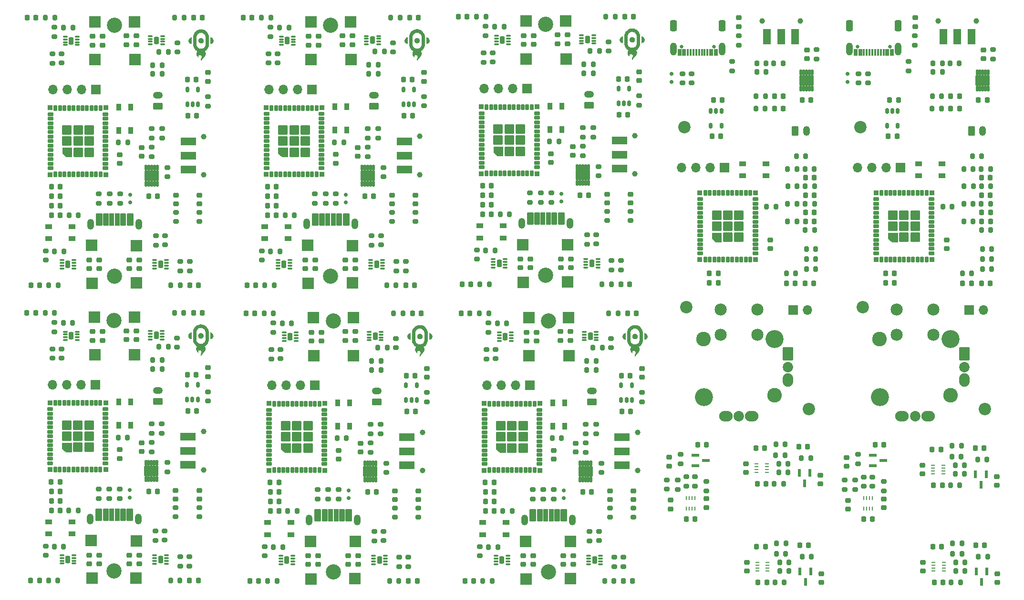
<source format=gbr>
%TF.GenerationSoftware,KiCad,Pcbnew,8.0.5*%
%TF.CreationDate,2025-01-24T10:40:51+05:30*%
%TF.ProjectId,racer_panelizatio_version2_,72616365-725f-4706-916e-656c697a6174,rev?*%
%TF.SameCoordinates,Original*%
%TF.FileFunction,Soldermask,Top*%
%TF.FilePolarity,Negative*%
%FSLAX46Y46*%
G04 Gerber Fmt 4.6, Leading zero omitted, Abs format (unit mm)*
G04 Created by KiCad (PCBNEW 8.0.5) date 2025-01-24 10:40:51*
%MOMM*%
%LPD*%
G01*
G04 APERTURE LIST*
G04 Aperture macros list*
%AMRoundRect*
0 Rectangle with rounded corners*
0 $1 Rounding radius*
0 $2 $3 $4 $5 $6 $7 $8 $9 X,Y pos of 4 corners*
0 Add a 4 corners polygon primitive as box body*
4,1,4,$2,$3,$4,$5,$6,$7,$8,$9,$2,$3,0*
0 Add four circle primitives for the rounded corners*
1,1,$1+$1,$2,$3*
1,1,$1+$1,$4,$5*
1,1,$1+$1,$6,$7*
1,1,$1+$1,$8,$9*
0 Add four rect primitives between the rounded corners*
20,1,$1+$1,$2,$3,$4,$5,0*
20,1,$1+$1,$4,$5,$6,$7,0*
20,1,$1+$1,$6,$7,$8,$9,0*
20,1,$1+$1,$8,$9,$2,$3,0*%
G04 Aperture macros list end*
%ADD10C,0.010000*%
%ADD11C,0.000000*%
%ADD12RoundRect,0.200000X-0.275000X0.200000X-0.275000X-0.200000X0.275000X-0.200000X0.275000X0.200000X0*%
%ADD13RoundRect,0.200000X0.275000X-0.200000X0.275000X0.200000X-0.275000X0.200000X-0.275000X-0.200000X0*%
%ADD14RoundRect,0.075000X-0.340000X-0.075000X0.340000X-0.075000X0.340000X0.075000X-0.340000X0.075000X0*%
%ADD15RoundRect,0.225000X-0.225000X-0.425000X0.225000X-0.425000X0.225000X0.425000X-0.225000X0.425000X0*%
%ADD16RoundRect,0.200000X0.200000X0.275000X-0.200000X0.275000X-0.200000X-0.275000X0.200000X-0.275000X0*%
%ADD17RoundRect,0.134560X-0.097440X-0.387440X0.097440X-0.387440X0.097440X0.387440X-0.097440X0.387440X0*%
%ADD18RoundRect,0.102000X-1.175000X-0.790000X1.175000X-0.790000X1.175000X0.790000X-1.175000X0.790000X0*%
%ADD19RoundRect,0.175000X0.175000X0.325000X-0.175000X0.325000X-0.175000X-0.325000X0.175000X-0.325000X0*%
%ADD20RoundRect,0.225000X-0.225000X-0.250000X0.225000X-0.250000X0.225000X0.250000X-0.225000X0.250000X0*%
%ADD21C,0.650000*%
%ADD22RoundRect,0.025400X0.300000X0.575000X-0.300000X0.575000X-0.300000X-0.575000X0.300000X-0.575000X0*%
%ADD23RoundRect,0.025400X0.150000X0.575000X-0.150000X0.575000X-0.150000X-0.575000X0.150000X-0.575000X0*%
%ADD24O,1.204000X2.304000*%
%ADD25RoundRect,0.301000X0.301000X0.701000X-0.301000X0.701000X-0.301000X-0.701000X0.301000X-0.701000X0*%
%ADD26RoundRect,0.102000X0.200000X-0.400000X0.200000X0.400000X-0.200000X0.400000X-0.200000X-0.400000X0*%
%ADD27RoundRect,0.102000X0.400000X-0.200000X0.400000X0.200000X-0.400000X0.200000X-0.400000X-0.200000X0*%
%ADD28RoundRect,0.102000X0.725000X-0.725000X0.725000X0.725000X-0.725000X0.725000X-0.725000X-0.725000X0*%
%ADD29RoundRect,0.102000X0.350000X-0.350000X0.350000X0.350000X-0.350000X0.350000X-0.350000X-0.350000X0*%
%ADD30RoundRect,0.200000X-0.200000X-0.275000X0.200000X-0.275000X0.200000X0.275000X-0.200000X0.275000X0*%
%ADD31RoundRect,0.225000X0.225000X0.250000X-0.225000X0.250000X-0.225000X-0.250000X0.225000X-0.250000X0*%
%ADD32C,2.700000*%
%ADD33R,1.700000X1.700000*%
%ADD34O,1.700000X1.700000*%
%ADD35RoundRect,0.225000X-0.250000X0.225000X-0.250000X-0.225000X0.250000X-0.225000X0.250000X0.225000X0*%
%ADD36RoundRect,0.225000X0.250000X-0.225000X0.250000X0.225000X-0.250000X0.225000X-0.250000X-0.225000X0*%
%ADD37RoundRect,0.218750X0.256250X-0.218750X0.256250X0.218750X-0.256250X0.218750X-0.256250X-0.218750X0*%
%ADD38R,2.000000X2.000000*%
%ADD39RoundRect,0.102000X-0.525000X-0.325000X0.525000X-0.325000X0.525000X0.325000X-0.525000X0.325000X0*%
%ADD40C,2.200000*%
%ADD41RoundRect,0.250000X-0.350000X-0.625000X0.350000X-0.625000X0.350000X0.625000X-0.350000X0.625000X0*%
%ADD42O,1.200000X1.750000*%
%ADD43RoundRect,0.218750X-0.218750X-0.256250X0.218750X-0.256250X0.218750X0.256250X-0.218750X0.256250X0*%
%ADD44R,0.762000X0.228600*%
%ADD45RoundRect,0.075000X0.340000X0.075000X-0.340000X0.075000X-0.340000X-0.075000X0.340000X-0.075000X0*%
%ADD46RoundRect,0.225000X0.225000X0.425000X-0.225000X0.425000X-0.225000X-0.425000X0.225000X-0.425000X0*%
%ADD47RoundRect,0.150000X-0.200000X0.150000X-0.200000X-0.150000X0.200000X-0.150000X0.200000X0.150000X0*%
%ADD48C,1.000000*%
%ADD49RoundRect,0.102000X1.250000X-0.600000X1.250000X0.600000X-1.250000X0.600000X-1.250000X-0.600000X0*%
%ADD50RoundRect,0.102000X0.600000X1.250000X-0.600000X1.250000X-0.600000X-1.250000X0.600000X-1.250000X0*%
%ADD51RoundRect,0.102000X-0.350000X-1.000000X0.350000X-1.000000X0.350000X1.000000X-0.350000X1.000000X0*%
%ADD52RoundRect,0.102000X-0.400000X-1.000000X0.400000X-1.000000X0.400000X1.000000X-0.400000X1.000000X0*%
%ADD53RoundRect,0.102000X-0.450000X-1.000000X0.450000X-1.000000X0.450000X1.000000X-0.450000X1.000000X0*%
%ADD54O,1.204000X1.904000*%
%ADD55RoundRect,0.102000X0.525000X0.325000X-0.525000X0.325000X-0.525000X-0.325000X0.525000X-0.325000X0*%
%ADD56RoundRect,0.102000X0.325000X-0.525000X0.325000X0.525000X-0.325000X0.525000X-0.325000X-0.525000X0*%
%ADD57RoundRect,0.218750X-0.256250X0.218750X-0.256250X-0.218750X0.256250X-0.218750X0.256250X0.218750X0*%
%ADD58RoundRect,0.150000X0.200000X-0.150000X0.200000X0.150000X-0.200000X0.150000X-0.200000X-0.150000X0*%
%ADD59R,0.533400X1.320800*%
%ADD60R,1.320800X0.533400*%
%ADD61R,0.228600X0.762000*%
%ADD62RoundRect,0.175000X-0.175000X-0.325000X0.175000X-0.325000X0.175000X0.325000X-0.175000X0.325000X0*%
%ADD63RoundRect,0.250000X0.625000X-0.350000X0.625000X0.350000X-0.625000X0.350000X-0.625000X-0.350000X0*%
%ADD64O,1.750000X1.200000*%
%ADD65O,3.204000X3.204000*%
%ADD66C,2.154000*%
%ADD67C,2.604000*%
%ADD68RoundRect,0.102000X-0.825000X-1.100000X0.825000X-1.100000X0.825000X1.100000X-0.825000X1.100000X0*%
%ADD69C,1.854000*%
%ADD70O,1.854000X2.404000*%
%ADD71O,2.404000X1.854000*%
G04 APERTURE END LIST*
D10*
%TO.C,U12*%
X114398200Y-64257000D02*
X113398200Y-64257000D01*
X112748200Y-63607000D01*
X112748200Y-62607000D01*
X114398200Y-62607000D01*
X114398200Y-64257000D01*
G36*
X114398200Y-64257000D02*
G01*
X113398200Y-64257000D01*
X112748200Y-63607000D01*
X112748200Y-62607000D01*
X114398200Y-62607000D01*
X114398200Y-64257000D01*
G37*
D11*
%TO.C,G\u002A\u002A\u002A3*%
G36*
X97559066Y-44348475D02*
G01*
X97523434Y-44347770D01*
X97496177Y-44345775D01*
X97462859Y-44341356D01*
X97439043Y-44337102D01*
X97347558Y-44311034D01*
X97263184Y-44272017D01*
X97186813Y-44220754D01*
X97119332Y-44157946D01*
X97061632Y-44084296D01*
X97015651Y-44002741D01*
X96989893Y-43940578D01*
X96973007Y-43880056D01*
X96963296Y-43814476D01*
X96961211Y-43788070D01*
X96962522Y-43694639D01*
X96978103Y-43603946D01*
X97007283Y-43517382D01*
X97049390Y-43436336D01*
X97103753Y-43362198D01*
X97169699Y-43296359D01*
X97216315Y-43260171D01*
X97278154Y-43222814D01*
X97346066Y-43192366D01*
X97415863Y-43170266D01*
X97483353Y-43157957D01*
X97519684Y-43155871D01*
X97559066Y-43155740D01*
X97559066Y-44348475D01*
G37*
G36*
X100876594Y-43155793D02*
G01*
X100912640Y-43158672D01*
X100956830Y-43166374D01*
X101003602Y-43177612D01*
X101047396Y-43191103D01*
X101073508Y-43201289D01*
X101112989Y-43221303D01*
X101157247Y-43247861D01*
X101200424Y-43277175D01*
X101236660Y-43305456D01*
X101242391Y-43310503D01*
X101301502Y-43373690D01*
X101350889Y-43446579D01*
X101389669Y-43526748D01*
X101416956Y-43611778D01*
X101431868Y-43699248D01*
X101433521Y-43786736D01*
X101429899Y-43824023D01*
X101410214Y-43916926D01*
X101377522Y-44003674D01*
X101332817Y-44083192D01*
X101277094Y-44154407D01*
X101211346Y-44216246D01*
X101136568Y-44267635D01*
X101053753Y-44307500D01*
X100963897Y-44334769D01*
X100955204Y-44336629D01*
X100922801Y-44342495D01*
X100891760Y-44346732D01*
X100868515Y-44348469D01*
X100867534Y-44348475D01*
X100837212Y-44348475D01*
X100837212Y-43155740D01*
X100876594Y-43155793D01*
G37*
G36*
X99198139Y-43264985D02*
G01*
X99241413Y-43265390D01*
X99273483Y-43266555D01*
X99298147Y-43268989D01*
X99319204Y-43273200D01*
X99340450Y-43279696D01*
X99359263Y-43286550D01*
X99436355Y-43323091D01*
X99505864Y-43371043D01*
X99566311Y-43428850D01*
X99616211Y-43494953D01*
X99654083Y-43567795D01*
X99670194Y-43613330D01*
X99684001Y-43682678D01*
X99687364Y-43757704D01*
X99680595Y-43833627D01*
X99664006Y-43905665D01*
X99648393Y-43947491D01*
X99607780Y-44021557D01*
X99556366Y-44086309D01*
X99495693Y-44140963D01*
X99427302Y-44184734D01*
X99352736Y-44216839D01*
X99273534Y-44236493D01*
X99191239Y-44242914D01*
X99107391Y-44235317D01*
X99089368Y-44231789D01*
X99016279Y-44208739D01*
X98946338Y-44172627D01*
X98881648Y-44125361D01*
X98824312Y-44068846D01*
X98776435Y-44004988D01*
X98740119Y-43935692D01*
X98728665Y-43904956D01*
X98720936Y-43879274D01*
X98715743Y-43855402D01*
X98712619Y-43829251D01*
X98711095Y-43796728D01*
X98710700Y-43753743D01*
X98710705Y-43748357D01*
X98711070Y-43705280D01*
X98712345Y-43673229D01*
X98715042Y-43648234D01*
X98719671Y-43626322D01*
X98726743Y-43603522D01*
X98730803Y-43592067D01*
X98760001Y-43524392D01*
X98796190Y-43465912D01*
X98842776Y-43411254D01*
X98849977Y-43403945D01*
X98904216Y-43355954D01*
X98961571Y-43318651D01*
X99027398Y-43288640D01*
X99038098Y-43284643D01*
X99061762Y-43276481D01*
X99082596Y-43270898D01*
X99104384Y-43267429D01*
X99130911Y-43265609D01*
X99165961Y-43264972D01*
X99198139Y-43264985D01*
G37*
G36*
X99229781Y-41723987D02*
G01*
X99310461Y-41727393D01*
X99386336Y-41734001D01*
X99452766Y-41743698D01*
X99460691Y-41745224D01*
X99601129Y-41780631D01*
X99735936Y-41829454D01*
X99864244Y-41891035D01*
X99985183Y-41964715D01*
X100097883Y-42049835D01*
X100201476Y-42145737D01*
X100295093Y-42251762D01*
X100377864Y-42367252D01*
X100448920Y-42491547D01*
X100450955Y-42495592D01*
X100499924Y-42602985D01*
X100537628Y-42708055D01*
X100555656Y-42772176D01*
X100562821Y-42800475D01*
X100569149Y-42826110D01*
X100574697Y-42850165D01*
X100579521Y-42873725D01*
X100583678Y-42897874D01*
X100587225Y-42923696D01*
X100590219Y-42952276D01*
X100592717Y-42984698D01*
X100594775Y-43022047D01*
X100596450Y-43065406D01*
X100597799Y-43115860D01*
X100598879Y-43174494D01*
X100599746Y-43242391D01*
X100600458Y-43320636D01*
X100601070Y-43410314D01*
X100601641Y-43512509D01*
X100602226Y-43628304D01*
X100602408Y-43664914D01*
X100603038Y-43802421D01*
X100603442Y-43925932D01*
X100603559Y-44036453D01*
X100603326Y-44134992D01*
X100602683Y-44222554D01*
X100601566Y-44300146D01*
X100599914Y-44368774D01*
X100597666Y-44429444D01*
X100594760Y-44483163D01*
X100591134Y-44530938D01*
X100586725Y-44573773D01*
X100581473Y-44612677D01*
X100575316Y-44648655D01*
X100568191Y-44682714D01*
X100560038Y-44715859D01*
X100550793Y-44749098D01*
X100540396Y-44783436D01*
X100532130Y-44809504D01*
X100483657Y-44936725D01*
X100421769Y-45059879D01*
X100347706Y-45177387D01*
X100262712Y-45287670D01*
X100168029Y-45389148D01*
X100064901Y-45480241D01*
X99954569Y-45559369D01*
X99930353Y-45574469D01*
X99885245Y-45601870D01*
X99915191Y-45640929D01*
X99943021Y-45682414D01*
X99971119Y-45733301D01*
X99996916Y-45788260D01*
X100017844Y-45841958D01*
X100027981Y-45875026D01*
X100038735Y-45931778D01*
X100044307Y-45996916D01*
X100044625Y-46064716D01*
X100039616Y-46129457D01*
X100031754Y-46175085D01*
X100012946Y-46240901D01*
X99986732Y-46310147D01*
X99956065Y-46375397D01*
X99942036Y-46400730D01*
X99920347Y-46436431D01*
X99896987Y-46472033D01*
X99870804Y-46508985D01*
X99840651Y-46548738D01*
X99805377Y-46592743D01*
X99763832Y-46642450D01*
X99714866Y-46699309D01*
X99657331Y-46764771D01*
X99621402Y-46805209D01*
X99552571Y-46883419D01*
X99493453Y-46952875D01*
X99442887Y-47015159D01*
X99399714Y-47071857D01*
X99362775Y-47124553D01*
X99330911Y-47174833D01*
X99302964Y-47224279D01*
X99277773Y-47274478D01*
X99277128Y-47275842D01*
X99241067Y-47352220D01*
X99217702Y-47315377D01*
X99194002Y-47274904D01*
X99177757Y-47238192D01*
X99167713Y-47200576D01*
X99162616Y-47157390D01*
X99161212Y-47105268D01*
X99162609Y-47052894D01*
X99167690Y-47008586D01*
X99177707Y-46968035D01*
X99193909Y-46926935D01*
X99217547Y-46880975D01*
X99235263Y-46850218D01*
X99268750Y-46788005D01*
X99291128Y-46732384D01*
X99303064Y-46680653D01*
X99305227Y-46630110D01*
X99300177Y-46587666D01*
X99280615Y-46520912D01*
X99248280Y-46459352D01*
X99204874Y-46405259D01*
X99152098Y-46360905D01*
X99113447Y-46338311D01*
X99084557Y-46324597D01*
X99062102Y-46316232D01*
X99040279Y-46311905D01*
X99013286Y-46310307D01*
X98988487Y-46310111D01*
X98952260Y-46310835D01*
X98926009Y-46313576D01*
X98904752Y-46319190D01*
X98884727Y-46327922D01*
X98840412Y-46355645D01*
X98799904Y-46391547D01*
X98767529Y-46431453D01*
X98754907Y-46453285D01*
X98738120Y-46502808D01*
X98731366Y-46559370D01*
X98734473Y-46619016D01*
X98747266Y-46677789D01*
X98766886Y-46726603D01*
X98774418Y-46744433D01*
X98775847Y-46755060D01*
X98774119Y-46756449D01*
X98762077Y-46751915D01*
X98741264Y-46739600D01*
X98714342Y-46721434D01*
X98683977Y-46699348D01*
X98652832Y-46675271D01*
X98623573Y-46651134D01*
X98601536Y-46631411D01*
X98528919Y-46552935D01*
X98468383Y-46466494D01*
X98420435Y-46373450D01*
X98385584Y-46275161D01*
X98364337Y-46172988D01*
X98357202Y-46068289D01*
X98361438Y-45988738D01*
X98377079Y-45888280D01*
X98402058Y-45797702D01*
X98437203Y-45714527D01*
X98475635Y-45647882D01*
X98489951Y-45625089D01*
X98499858Y-45607745D01*
X98503541Y-45599064D01*
X98503404Y-45598670D01*
X98495997Y-45593934D01*
X98479504Y-45583633D01*
X98459244Y-45571079D01*
X98340678Y-45489189D01*
X98232154Y-45396565D01*
X98134228Y-45294097D01*
X98047454Y-45182674D01*
X97972389Y-45063188D01*
X97909588Y-44936527D01*
X97859607Y-44803581D01*
X97823001Y-44665239D01*
X97800326Y-44522393D01*
X97799511Y-44514588D01*
X97798126Y-44493082D01*
X97796871Y-44458008D01*
X97795748Y-44410719D01*
X97794757Y-44352563D01*
X97793896Y-44284891D01*
X97793167Y-44209054D01*
X97792569Y-44126402D01*
X97792102Y-44038285D01*
X97791767Y-43946054D01*
X97791562Y-43851059D01*
X97791489Y-43754651D01*
X97791546Y-43658179D01*
X97791735Y-43562994D01*
X97792054Y-43470447D01*
X97792303Y-43421529D01*
X98399739Y-43421529D01*
X98399832Y-43515180D01*
X98400098Y-43621447D01*
X98400493Y-43741325D01*
X98400678Y-43793366D01*
X98403186Y-44494754D01*
X98423684Y-44569769D01*
X98459829Y-44675310D01*
X98508110Y-44773162D01*
X98567725Y-44862442D01*
X98637873Y-44942267D01*
X98717754Y-45011755D01*
X98806566Y-45070025D01*
X98903509Y-45116194D01*
X98928262Y-45125506D01*
X99031872Y-45155125D01*
X99137144Y-45170870D01*
X99242037Y-45172554D01*
X99330308Y-45162627D01*
X99435540Y-45136678D01*
X99535786Y-45096860D01*
X99629759Y-45043844D01*
X99716171Y-44978300D01*
X99756842Y-44940340D01*
X99829926Y-44856988D01*
X99890013Y-44766319D01*
X99936796Y-44668972D01*
X99969966Y-44565589D01*
X99989027Y-44458489D01*
X99990498Y-44437383D01*
X99991822Y-44402693D01*
X99993001Y-44355836D01*
X99994034Y-44298231D01*
X99994921Y-44231294D01*
X99995662Y-44156444D01*
X99996257Y-44075098D01*
X99996707Y-43988675D01*
X99997010Y-43898591D01*
X99997168Y-43806266D01*
X99997180Y-43713115D01*
X99997046Y-43620559D01*
X99996766Y-43530013D01*
X99996341Y-43442896D01*
X99995769Y-43360626D01*
X99995052Y-43284620D01*
X99994188Y-43216297D01*
X99993179Y-43157073D01*
X99992024Y-43108368D01*
X99990724Y-43071598D01*
X99989277Y-43048181D01*
X99989027Y-43045726D01*
X99969976Y-42938726D01*
X99937903Y-42837526D01*
X99893767Y-42742996D01*
X99838522Y-42656001D01*
X99773126Y-42577412D01*
X99698536Y-42508094D01*
X99615707Y-42448916D01*
X99525596Y-42400745D01*
X99429159Y-42364450D01*
X99327353Y-42340897D01*
X99221135Y-42330955D01*
X99200843Y-42330676D01*
X99089842Y-42337410D01*
X98984775Y-42357915D01*
X98885462Y-42392264D01*
X98791723Y-42440529D01*
X98703378Y-42502781D01*
X98649589Y-42549991D01*
X98578311Y-42625996D01*
X98520177Y-42706827D01*
X98473478Y-42795176D01*
X98441504Y-42878186D01*
X98434509Y-42899631D01*
X98428309Y-42919770D01*
X98422859Y-42939598D01*
X98418116Y-42960108D01*
X98414033Y-42982295D01*
X98410568Y-43007154D01*
X98407675Y-43035678D01*
X98405311Y-43068863D01*
X98403431Y-43107703D01*
X98401991Y-43153192D01*
X98400946Y-43206325D01*
X98400252Y-43268095D01*
X98399864Y-43339499D01*
X98399739Y-43421529D01*
X97792303Y-43421529D01*
X97792505Y-43381887D01*
X97793086Y-43298666D01*
X97793798Y-43222133D01*
X97794641Y-43153639D01*
X97795615Y-43094535D01*
X97796720Y-43046169D01*
X97797955Y-43009894D01*
X97799321Y-42987059D01*
X97799547Y-42984786D01*
X97821608Y-42842779D01*
X97856254Y-42708005D01*
X97903939Y-42578869D01*
X97933574Y-42514364D01*
X98004339Y-42386688D01*
X98086396Y-42268388D01*
X98178965Y-42160034D01*
X98281262Y-42062195D01*
X98392507Y-41975441D01*
X98511915Y-41900340D01*
X98638706Y-41837463D01*
X98772098Y-41787378D01*
X98911307Y-41750656D01*
X99005318Y-41734111D01*
X99072568Y-41727233D01*
X99148936Y-41723896D01*
X99229781Y-41723987D01*
G37*
G36*
X136239780Y-96941875D02*
G01*
X136204148Y-96941170D01*
X136176891Y-96939175D01*
X136143573Y-96934756D01*
X136119757Y-96930502D01*
X136028272Y-96904434D01*
X135943898Y-96865417D01*
X135867527Y-96814154D01*
X135800046Y-96751346D01*
X135742346Y-96677696D01*
X135696365Y-96596141D01*
X135670607Y-96533978D01*
X135653721Y-96473456D01*
X135644010Y-96407876D01*
X135641925Y-96381470D01*
X135643236Y-96288039D01*
X135658817Y-96197346D01*
X135687997Y-96110782D01*
X135730104Y-96029736D01*
X135784467Y-95955598D01*
X135850413Y-95889759D01*
X135897029Y-95853571D01*
X135958868Y-95816214D01*
X136026780Y-95785766D01*
X136096577Y-95763666D01*
X136164067Y-95751357D01*
X136200398Y-95749271D01*
X136239780Y-95749140D01*
X136239780Y-96941875D01*
G37*
G36*
X139557308Y-95749193D02*
G01*
X139593354Y-95752072D01*
X139637544Y-95759774D01*
X139684316Y-95771012D01*
X139728110Y-95784503D01*
X139754222Y-95794689D01*
X139793703Y-95814703D01*
X139837961Y-95841261D01*
X139881138Y-95870575D01*
X139917374Y-95898856D01*
X139923105Y-95903903D01*
X139982216Y-95967090D01*
X140031603Y-96039979D01*
X140070383Y-96120148D01*
X140097670Y-96205178D01*
X140112582Y-96292648D01*
X140114235Y-96380136D01*
X140110613Y-96417423D01*
X140090928Y-96510326D01*
X140058236Y-96597074D01*
X140013531Y-96676592D01*
X139957808Y-96747807D01*
X139892060Y-96809646D01*
X139817282Y-96861035D01*
X139734467Y-96900900D01*
X139644611Y-96928169D01*
X139635918Y-96930029D01*
X139603515Y-96935895D01*
X139572474Y-96940132D01*
X139549229Y-96941869D01*
X139548248Y-96941875D01*
X139517926Y-96941875D01*
X139517926Y-95749140D01*
X139557308Y-95749193D01*
G37*
G36*
X137878853Y-95858385D02*
G01*
X137922127Y-95858790D01*
X137954197Y-95859955D01*
X137978861Y-95862389D01*
X137999918Y-95866600D01*
X138021164Y-95873096D01*
X138039977Y-95879950D01*
X138117069Y-95916491D01*
X138186578Y-95964443D01*
X138247025Y-96022250D01*
X138296925Y-96088353D01*
X138334797Y-96161195D01*
X138350908Y-96206730D01*
X138364715Y-96276078D01*
X138368078Y-96351104D01*
X138361309Y-96427027D01*
X138344720Y-96499065D01*
X138329107Y-96540891D01*
X138288494Y-96614957D01*
X138237080Y-96679709D01*
X138176407Y-96734363D01*
X138108016Y-96778134D01*
X138033450Y-96810239D01*
X137954248Y-96829893D01*
X137871953Y-96836314D01*
X137788105Y-96828717D01*
X137770082Y-96825189D01*
X137696993Y-96802139D01*
X137627052Y-96766027D01*
X137562362Y-96718761D01*
X137505026Y-96662246D01*
X137457149Y-96598388D01*
X137420833Y-96529092D01*
X137409379Y-96498356D01*
X137401650Y-96472674D01*
X137396457Y-96448802D01*
X137393333Y-96422651D01*
X137391809Y-96390128D01*
X137391414Y-96347143D01*
X137391419Y-96341757D01*
X137391784Y-96298680D01*
X137393059Y-96266629D01*
X137395756Y-96241634D01*
X137400385Y-96219722D01*
X137407457Y-96196922D01*
X137411517Y-96185467D01*
X137440715Y-96117792D01*
X137476904Y-96059312D01*
X137523490Y-96004654D01*
X137530691Y-95997345D01*
X137584930Y-95949354D01*
X137642285Y-95912051D01*
X137708112Y-95882040D01*
X137718812Y-95878043D01*
X137742476Y-95869881D01*
X137763310Y-95864298D01*
X137785098Y-95860829D01*
X137811625Y-95859009D01*
X137846675Y-95858372D01*
X137878853Y-95858385D01*
G37*
G36*
X137910495Y-94317387D02*
G01*
X137991175Y-94320793D01*
X138067050Y-94327401D01*
X138133480Y-94337098D01*
X138141405Y-94338624D01*
X138281843Y-94374031D01*
X138416650Y-94422854D01*
X138544958Y-94484435D01*
X138665897Y-94558115D01*
X138778597Y-94643235D01*
X138882190Y-94739137D01*
X138975807Y-94845162D01*
X139058578Y-94960652D01*
X139129634Y-95084947D01*
X139131669Y-95088992D01*
X139180638Y-95196385D01*
X139218342Y-95301455D01*
X139236370Y-95365576D01*
X139243535Y-95393875D01*
X139249863Y-95419510D01*
X139255411Y-95443565D01*
X139260235Y-95467125D01*
X139264392Y-95491274D01*
X139267939Y-95517096D01*
X139270933Y-95545676D01*
X139273431Y-95578098D01*
X139275489Y-95615447D01*
X139277164Y-95658806D01*
X139278513Y-95709260D01*
X139279593Y-95767894D01*
X139280460Y-95835791D01*
X139281172Y-95914036D01*
X139281784Y-96003714D01*
X139282355Y-96105909D01*
X139282940Y-96221704D01*
X139283122Y-96258314D01*
X139283752Y-96395821D01*
X139284156Y-96519332D01*
X139284273Y-96629853D01*
X139284040Y-96728392D01*
X139283397Y-96815954D01*
X139282280Y-96893546D01*
X139280628Y-96962174D01*
X139278380Y-97022844D01*
X139275474Y-97076563D01*
X139271848Y-97124338D01*
X139267439Y-97167173D01*
X139262187Y-97206077D01*
X139256030Y-97242055D01*
X139248905Y-97276114D01*
X139240752Y-97309259D01*
X139231507Y-97342498D01*
X139221110Y-97376836D01*
X139212844Y-97402904D01*
X139164371Y-97530125D01*
X139102483Y-97653279D01*
X139028420Y-97770787D01*
X138943426Y-97881070D01*
X138848743Y-97982548D01*
X138745615Y-98073641D01*
X138635283Y-98152769D01*
X138611067Y-98167869D01*
X138565959Y-98195270D01*
X138595905Y-98234329D01*
X138623735Y-98275814D01*
X138651833Y-98326701D01*
X138677630Y-98381660D01*
X138698558Y-98435358D01*
X138708695Y-98468426D01*
X138719449Y-98525178D01*
X138725021Y-98590316D01*
X138725339Y-98658116D01*
X138720330Y-98722857D01*
X138712468Y-98768485D01*
X138693660Y-98834301D01*
X138667446Y-98903547D01*
X138636779Y-98968797D01*
X138622750Y-98994130D01*
X138601061Y-99029831D01*
X138577701Y-99065433D01*
X138551518Y-99102385D01*
X138521365Y-99142138D01*
X138486091Y-99186143D01*
X138444546Y-99235850D01*
X138395580Y-99292709D01*
X138338045Y-99358171D01*
X138302116Y-99398609D01*
X138233285Y-99476819D01*
X138174167Y-99546275D01*
X138123601Y-99608559D01*
X138080428Y-99665257D01*
X138043489Y-99717953D01*
X138011625Y-99768233D01*
X137983678Y-99817679D01*
X137958487Y-99867878D01*
X137957842Y-99869242D01*
X137921781Y-99945620D01*
X137898416Y-99908777D01*
X137874716Y-99868304D01*
X137858471Y-99831592D01*
X137848427Y-99793976D01*
X137843330Y-99750790D01*
X137841926Y-99698668D01*
X137843323Y-99646294D01*
X137848404Y-99601986D01*
X137858421Y-99561435D01*
X137874623Y-99520335D01*
X137898261Y-99474375D01*
X137915977Y-99443618D01*
X137949464Y-99381405D01*
X137971842Y-99325784D01*
X137983778Y-99274053D01*
X137985941Y-99223510D01*
X137980891Y-99181066D01*
X137961329Y-99114312D01*
X137928994Y-99052752D01*
X137885588Y-98998659D01*
X137832812Y-98954305D01*
X137794161Y-98931711D01*
X137765271Y-98917997D01*
X137742816Y-98909632D01*
X137720993Y-98905305D01*
X137694000Y-98903707D01*
X137669201Y-98903511D01*
X137632974Y-98904235D01*
X137606723Y-98906976D01*
X137585466Y-98912590D01*
X137565441Y-98921322D01*
X137521126Y-98949045D01*
X137480618Y-98984947D01*
X137448243Y-99024853D01*
X137435621Y-99046685D01*
X137418834Y-99096208D01*
X137412080Y-99152770D01*
X137415187Y-99212416D01*
X137427980Y-99271189D01*
X137447600Y-99320003D01*
X137455132Y-99337833D01*
X137456561Y-99348460D01*
X137454833Y-99349849D01*
X137442791Y-99345315D01*
X137421978Y-99333000D01*
X137395056Y-99314834D01*
X137364691Y-99292748D01*
X137333546Y-99268671D01*
X137304287Y-99244534D01*
X137282250Y-99224811D01*
X137209633Y-99146335D01*
X137149097Y-99059894D01*
X137101149Y-98966850D01*
X137066298Y-98868561D01*
X137045051Y-98766388D01*
X137037916Y-98661689D01*
X137042152Y-98582138D01*
X137057793Y-98481680D01*
X137082772Y-98391102D01*
X137117917Y-98307927D01*
X137156349Y-98241282D01*
X137170665Y-98218489D01*
X137180572Y-98201145D01*
X137184255Y-98192464D01*
X137184118Y-98192070D01*
X137176711Y-98187334D01*
X137160218Y-98177033D01*
X137139958Y-98164479D01*
X137021392Y-98082589D01*
X136912868Y-97989965D01*
X136814942Y-97887497D01*
X136728168Y-97776074D01*
X136653103Y-97656588D01*
X136590302Y-97529927D01*
X136540321Y-97396981D01*
X136503715Y-97258639D01*
X136481040Y-97115793D01*
X136480225Y-97107988D01*
X136478840Y-97086482D01*
X136477585Y-97051408D01*
X136476462Y-97004119D01*
X136475471Y-96945963D01*
X136474610Y-96878291D01*
X136473881Y-96802454D01*
X136473283Y-96719802D01*
X136472816Y-96631685D01*
X136472481Y-96539454D01*
X136472276Y-96444459D01*
X136472203Y-96348051D01*
X136472260Y-96251579D01*
X136472449Y-96156394D01*
X136472768Y-96063847D01*
X136473017Y-96014929D01*
X137080453Y-96014929D01*
X137080546Y-96108580D01*
X137080812Y-96214847D01*
X137081207Y-96334725D01*
X137081392Y-96386766D01*
X137083900Y-97088154D01*
X137104398Y-97163169D01*
X137140543Y-97268710D01*
X137188824Y-97366562D01*
X137248439Y-97455842D01*
X137318587Y-97535667D01*
X137398468Y-97605155D01*
X137487280Y-97663425D01*
X137584223Y-97709594D01*
X137608976Y-97718906D01*
X137712586Y-97748525D01*
X137817858Y-97764270D01*
X137922751Y-97765954D01*
X138011022Y-97756027D01*
X138116254Y-97730078D01*
X138216500Y-97690260D01*
X138310473Y-97637244D01*
X138396885Y-97571700D01*
X138437556Y-97533740D01*
X138510640Y-97450388D01*
X138570727Y-97359719D01*
X138617510Y-97262372D01*
X138650680Y-97158989D01*
X138669741Y-97051889D01*
X138671212Y-97030783D01*
X138672536Y-96996093D01*
X138673715Y-96949236D01*
X138674748Y-96891631D01*
X138675635Y-96824694D01*
X138676376Y-96749844D01*
X138676971Y-96668498D01*
X138677421Y-96582075D01*
X138677724Y-96491991D01*
X138677882Y-96399666D01*
X138677894Y-96306515D01*
X138677760Y-96213959D01*
X138677480Y-96123413D01*
X138677055Y-96036296D01*
X138676483Y-95954026D01*
X138675766Y-95878020D01*
X138674902Y-95809697D01*
X138673893Y-95750473D01*
X138672738Y-95701768D01*
X138671438Y-95664998D01*
X138669991Y-95641581D01*
X138669741Y-95639126D01*
X138650690Y-95532126D01*
X138618617Y-95430926D01*
X138574481Y-95336396D01*
X138519236Y-95249401D01*
X138453840Y-95170812D01*
X138379250Y-95101494D01*
X138296421Y-95042316D01*
X138206310Y-94994145D01*
X138109873Y-94957850D01*
X138008067Y-94934297D01*
X137901849Y-94924355D01*
X137881557Y-94924076D01*
X137770556Y-94930810D01*
X137665489Y-94951315D01*
X137566176Y-94985664D01*
X137472437Y-95033929D01*
X137384092Y-95096181D01*
X137330303Y-95143391D01*
X137259025Y-95219396D01*
X137200891Y-95300227D01*
X137154192Y-95388576D01*
X137122218Y-95471586D01*
X137115223Y-95493031D01*
X137109023Y-95513170D01*
X137103573Y-95532998D01*
X137098830Y-95553508D01*
X137094747Y-95575695D01*
X137091282Y-95600554D01*
X137088389Y-95629078D01*
X137086025Y-95662263D01*
X137084145Y-95701103D01*
X137082705Y-95746592D01*
X137081660Y-95799725D01*
X137080966Y-95861495D01*
X137080578Y-95932899D01*
X137080453Y-96014929D01*
X136473017Y-96014929D01*
X136473219Y-95975287D01*
X136473800Y-95892066D01*
X136474512Y-95815533D01*
X136475355Y-95747039D01*
X136476329Y-95687935D01*
X136477434Y-95639569D01*
X136478669Y-95603294D01*
X136480035Y-95580459D01*
X136480261Y-95578186D01*
X136502322Y-95436179D01*
X136536968Y-95301405D01*
X136584653Y-95172269D01*
X136614288Y-95107764D01*
X136685053Y-94980088D01*
X136767110Y-94861788D01*
X136859679Y-94753434D01*
X136961976Y-94655595D01*
X137073221Y-94568841D01*
X137192629Y-94493740D01*
X137319420Y-94430863D01*
X137452812Y-94380778D01*
X137592021Y-94344056D01*
X137686032Y-94327511D01*
X137753282Y-94320633D01*
X137829650Y-94317296D01*
X137910495Y-94317387D01*
G37*
D10*
%TO.C,U12*%
X114888114Y-117002000D02*
X113888114Y-117002000D01*
X113238114Y-116352000D01*
X113238114Y-115352000D01*
X114888114Y-115352000D01*
X114888114Y-117002000D01*
G36*
X114888114Y-117002000D02*
G01*
X113888114Y-117002000D01*
X113238114Y-116352000D01*
X113238114Y-115352000D01*
X114888114Y-115352000D01*
X114888114Y-117002000D01*
G37*
%TO.C,U5*%
X153197500Y-79561500D02*
X152197500Y-79561500D01*
X151547500Y-78911500D01*
X151547500Y-77911500D01*
X153197500Y-77911500D01*
X153197500Y-79561500D01*
G36*
X153197500Y-79561500D02*
G01*
X152197500Y-79561500D01*
X151547500Y-78911500D01*
X151547500Y-77911500D01*
X153197500Y-77911500D01*
X153197500Y-79561500D01*
G37*
%TO.C,U12*%
X76697314Y-117002000D02*
X75697314Y-117002000D01*
X75047314Y-116352000D01*
X75047314Y-115352000D01*
X76697314Y-115352000D01*
X76697314Y-117002000D01*
G36*
X76697314Y-117002000D02*
G01*
X75697314Y-117002000D01*
X75047314Y-116352000D01*
X75047314Y-115352000D01*
X76697314Y-115352000D01*
X76697314Y-117002000D01*
G37*
D11*
%TO.C,G\u002A\u002A\u002A3*%
G36*
X135749866Y-44196875D02*
G01*
X135714234Y-44196170D01*
X135686977Y-44194175D01*
X135653659Y-44189756D01*
X135629843Y-44185502D01*
X135538358Y-44159434D01*
X135453984Y-44120417D01*
X135377613Y-44069154D01*
X135310132Y-44006346D01*
X135252432Y-43932696D01*
X135206451Y-43851141D01*
X135180693Y-43788978D01*
X135163807Y-43728456D01*
X135154096Y-43662876D01*
X135152011Y-43636470D01*
X135153322Y-43543039D01*
X135168903Y-43452346D01*
X135198083Y-43365782D01*
X135240190Y-43284736D01*
X135294553Y-43210598D01*
X135360499Y-43144759D01*
X135407115Y-43108571D01*
X135468954Y-43071214D01*
X135536866Y-43040766D01*
X135606663Y-43018666D01*
X135674153Y-43006357D01*
X135710484Y-43004271D01*
X135749866Y-43004140D01*
X135749866Y-44196875D01*
G37*
G36*
X139067394Y-43004193D02*
G01*
X139103440Y-43007072D01*
X139147630Y-43014774D01*
X139194402Y-43026012D01*
X139238196Y-43039503D01*
X139264308Y-43049689D01*
X139303789Y-43069703D01*
X139348047Y-43096261D01*
X139391224Y-43125575D01*
X139427460Y-43153856D01*
X139433191Y-43158903D01*
X139492302Y-43222090D01*
X139541689Y-43294979D01*
X139580469Y-43375148D01*
X139607756Y-43460178D01*
X139622668Y-43547648D01*
X139624321Y-43635136D01*
X139620699Y-43672423D01*
X139601014Y-43765326D01*
X139568322Y-43852074D01*
X139523617Y-43931592D01*
X139467894Y-44002807D01*
X139402146Y-44064646D01*
X139327368Y-44116035D01*
X139244553Y-44155900D01*
X139154697Y-44183169D01*
X139146004Y-44185029D01*
X139113601Y-44190895D01*
X139082560Y-44195132D01*
X139059315Y-44196869D01*
X139058334Y-44196875D01*
X139028012Y-44196875D01*
X139028012Y-43004140D01*
X139067394Y-43004193D01*
G37*
G36*
X137388939Y-43113385D02*
G01*
X137432213Y-43113790D01*
X137464283Y-43114955D01*
X137488947Y-43117389D01*
X137510004Y-43121600D01*
X137531250Y-43128096D01*
X137550063Y-43134950D01*
X137627155Y-43171491D01*
X137696664Y-43219443D01*
X137757111Y-43277250D01*
X137807011Y-43343353D01*
X137844883Y-43416195D01*
X137860994Y-43461730D01*
X137874801Y-43531078D01*
X137878164Y-43606104D01*
X137871395Y-43682027D01*
X137854806Y-43754065D01*
X137839193Y-43795891D01*
X137798580Y-43869957D01*
X137747166Y-43934709D01*
X137686493Y-43989363D01*
X137618102Y-44033134D01*
X137543536Y-44065239D01*
X137464334Y-44084893D01*
X137382039Y-44091314D01*
X137298191Y-44083717D01*
X137280168Y-44080189D01*
X137207079Y-44057139D01*
X137137138Y-44021027D01*
X137072448Y-43973761D01*
X137015112Y-43917246D01*
X136967235Y-43853388D01*
X136930919Y-43784092D01*
X136919465Y-43753356D01*
X136911736Y-43727674D01*
X136906543Y-43703802D01*
X136903419Y-43677651D01*
X136901895Y-43645128D01*
X136901500Y-43602143D01*
X136901505Y-43596757D01*
X136901870Y-43553680D01*
X136903145Y-43521629D01*
X136905842Y-43496634D01*
X136910471Y-43474722D01*
X136917543Y-43451922D01*
X136921603Y-43440467D01*
X136950801Y-43372792D01*
X136986990Y-43314312D01*
X137033576Y-43259654D01*
X137040777Y-43252345D01*
X137095016Y-43204354D01*
X137152371Y-43167051D01*
X137218198Y-43137040D01*
X137228898Y-43133043D01*
X137252562Y-43124881D01*
X137273396Y-43119298D01*
X137295184Y-43115829D01*
X137321711Y-43114009D01*
X137356761Y-43113372D01*
X137388939Y-43113385D01*
G37*
G36*
X137420581Y-41572387D02*
G01*
X137501261Y-41575793D01*
X137577136Y-41582401D01*
X137643566Y-41592098D01*
X137651491Y-41593624D01*
X137791929Y-41629031D01*
X137926736Y-41677854D01*
X138055044Y-41739435D01*
X138175983Y-41813115D01*
X138288683Y-41898235D01*
X138392276Y-41994137D01*
X138485893Y-42100162D01*
X138568664Y-42215652D01*
X138639720Y-42339947D01*
X138641755Y-42343992D01*
X138690724Y-42451385D01*
X138728428Y-42556455D01*
X138746456Y-42620576D01*
X138753621Y-42648875D01*
X138759949Y-42674510D01*
X138765497Y-42698565D01*
X138770321Y-42722125D01*
X138774478Y-42746274D01*
X138778025Y-42772096D01*
X138781019Y-42800676D01*
X138783517Y-42833098D01*
X138785575Y-42870447D01*
X138787250Y-42913806D01*
X138788599Y-42964260D01*
X138789679Y-43022894D01*
X138790546Y-43090791D01*
X138791258Y-43169036D01*
X138791870Y-43258714D01*
X138792441Y-43360909D01*
X138793026Y-43476704D01*
X138793208Y-43513314D01*
X138793838Y-43650821D01*
X138794242Y-43774332D01*
X138794359Y-43884853D01*
X138794126Y-43983392D01*
X138793483Y-44070954D01*
X138792366Y-44148546D01*
X138790714Y-44217174D01*
X138788466Y-44277844D01*
X138785560Y-44331563D01*
X138781934Y-44379338D01*
X138777525Y-44422173D01*
X138772273Y-44461077D01*
X138766116Y-44497055D01*
X138758991Y-44531114D01*
X138750838Y-44564259D01*
X138741593Y-44597498D01*
X138731196Y-44631836D01*
X138722930Y-44657904D01*
X138674457Y-44785125D01*
X138612569Y-44908279D01*
X138538506Y-45025787D01*
X138453512Y-45136070D01*
X138358829Y-45237548D01*
X138255701Y-45328641D01*
X138145369Y-45407769D01*
X138121153Y-45422869D01*
X138076045Y-45450270D01*
X138105991Y-45489329D01*
X138133821Y-45530814D01*
X138161919Y-45581701D01*
X138187716Y-45636660D01*
X138208644Y-45690358D01*
X138218781Y-45723426D01*
X138229535Y-45780178D01*
X138235107Y-45845316D01*
X138235425Y-45913116D01*
X138230416Y-45977857D01*
X138222554Y-46023485D01*
X138203746Y-46089301D01*
X138177532Y-46158547D01*
X138146865Y-46223797D01*
X138132836Y-46249130D01*
X138111147Y-46284831D01*
X138087787Y-46320433D01*
X138061604Y-46357385D01*
X138031451Y-46397138D01*
X137996177Y-46441143D01*
X137954632Y-46490850D01*
X137905666Y-46547709D01*
X137848131Y-46613171D01*
X137812202Y-46653609D01*
X137743371Y-46731819D01*
X137684253Y-46801275D01*
X137633687Y-46863559D01*
X137590514Y-46920257D01*
X137553575Y-46972953D01*
X137521711Y-47023233D01*
X137493764Y-47072679D01*
X137468573Y-47122878D01*
X137467928Y-47124242D01*
X137431867Y-47200620D01*
X137408502Y-47163777D01*
X137384802Y-47123304D01*
X137368557Y-47086592D01*
X137358513Y-47048976D01*
X137353416Y-47005790D01*
X137352012Y-46953668D01*
X137353409Y-46901294D01*
X137358490Y-46856986D01*
X137368507Y-46816435D01*
X137384709Y-46775335D01*
X137408347Y-46729375D01*
X137426063Y-46698618D01*
X137459550Y-46636405D01*
X137481928Y-46580784D01*
X137493864Y-46529053D01*
X137496027Y-46478510D01*
X137490977Y-46436066D01*
X137471415Y-46369312D01*
X137439080Y-46307752D01*
X137395674Y-46253659D01*
X137342898Y-46209305D01*
X137304247Y-46186711D01*
X137275357Y-46172997D01*
X137252902Y-46164632D01*
X137231079Y-46160305D01*
X137204086Y-46158707D01*
X137179287Y-46158511D01*
X137143060Y-46159235D01*
X137116809Y-46161976D01*
X137095552Y-46167590D01*
X137075527Y-46176322D01*
X137031212Y-46204045D01*
X136990704Y-46239947D01*
X136958329Y-46279853D01*
X136945707Y-46301685D01*
X136928920Y-46351208D01*
X136922166Y-46407770D01*
X136925273Y-46467416D01*
X136938066Y-46526189D01*
X136957686Y-46575003D01*
X136965218Y-46592833D01*
X136966647Y-46603460D01*
X136964919Y-46604849D01*
X136952877Y-46600315D01*
X136932064Y-46588000D01*
X136905142Y-46569834D01*
X136874777Y-46547748D01*
X136843632Y-46523671D01*
X136814373Y-46499534D01*
X136792336Y-46479811D01*
X136719719Y-46401335D01*
X136659183Y-46314894D01*
X136611235Y-46221850D01*
X136576384Y-46123561D01*
X136555137Y-46021388D01*
X136548002Y-45916689D01*
X136552238Y-45837138D01*
X136567879Y-45736680D01*
X136592858Y-45646102D01*
X136628003Y-45562927D01*
X136666435Y-45496282D01*
X136680751Y-45473489D01*
X136690658Y-45456145D01*
X136694341Y-45447464D01*
X136694204Y-45447070D01*
X136686797Y-45442334D01*
X136670304Y-45432033D01*
X136650044Y-45419479D01*
X136531478Y-45337589D01*
X136422954Y-45244965D01*
X136325028Y-45142497D01*
X136238254Y-45031074D01*
X136163189Y-44911588D01*
X136100388Y-44784927D01*
X136050407Y-44651981D01*
X136013801Y-44513639D01*
X135991126Y-44370793D01*
X135990311Y-44362988D01*
X135988926Y-44341482D01*
X135987671Y-44306408D01*
X135986548Y-44259119D01*
X135985557Y-44200963D01*
X135984696Y-44133291D01*
X135983967Y-44057454D01*
X135983369Y-43974802D01*
X135982902Y-43886685D01*
X135982567Y-43794454D01*
X135982362Y-43699459D01*
X135982289Y-43603051D01*
X135982346Y-43506579D01*
X135982535Y-43411394D01*
X135982854Y-43318847D01*
X135983103Y-43269929D01*
X136590539Y-43269929D01*
X136590632Y-43363580D01*
X136590898Y-43469847D01*
X136591293Y-43589725D01*
X136591478Y-43641766D01*
X136593986Y-44343154D01*
X136614484Y-44418169D01*
X136650629Y-44523710D01*
X136698910Y-44621562D01*
X136758525Y-44710842D01*
X136828673Y-44790667D01*
X136908554Y-44860155D01*
X136997366Y-44918425D01*
X137094309Y-44964594D01*
X137119062Y-44973906D01*
X137222672Y-45003525D01*
X137327944Y-45019270D01*
X137432837Y-45020954D01*
X137521108Y-45011027D01*
X137626340Y-44985078D01*
X137726586Y-44945260D01*
X137820559Y-44892244D01*
X137906971Y-44826700D01*
X137947642Y-44788740D01*
X138020726Y-44705388D01*
X138080813Y-44614719D01*
X138127596Y-44517372D01*
X138160766Y-44413989D01*
X138179827Y-44306889D01*
X138181298Y-44285783D01*
X138182622Y-44251093D01*
X138183801Y-44204236D01*
X138184834Y-44146631D01*
X138185721Y-44079694D01*
X138186462Y-44004844D01*
X138187057Y-43923498D01*
X138187507Y-43837075D01*
X138187810Y-43746991D01*
X138187968Y-43654666D01*
X138187980Y-43561515D01*
X138187846Y-43468959D01*
X138187566Y-43378413D01*
X138187141Y-43291296D01*
X138186569Y-43209026D01*
X138185852Y-43133020D01*
X138184988Y-43064697D01*
X138183979Y-43005473D01*
X138182824Y-42956768D01*
X138181524Y-42919998D01*
X138180077Y-42896581D01*
X138179827Y-42894126D01*
X138160776Y-42787126D01*
X138128703Y-42685926D01*
X138084567Y-42591396D01*
X138029322Y-42504401D01*
X137963926Y-42425812D01*
X137889336Y-42356494D01*
X137806507Y-42297316D01*
X137716396Y-42249145D01*
X137619959Y-42212850D01*
X137518153Y-42189297D01*
X137411935Y-42179355D01*
X137391643Y-42179076D01*
X137280642Y-42185810D01*
X137175575Y-42206315D01*
X137076262Y-42240664D01*
X136982523Y-42288929D01*
X136894178Y-42351181D01*
X136840389Y-42398391D01*
X136769111Y-42474396D01*
X136710977Y-42555227D01*
X136664278Y-42643576D01*
X136632304Y-42726586D01*
X136625309Y-42748031D01*
X136619109Y-42768170D01*
X136613659Y-42787998D01*
X136608916Y-42808508D01*
X136604833Y-42830695D01*
X136601368Y-42855554D01*
X136598475Y-42884078D01*
X136596111Y-42917263D01*
X136594231Y-42956103D01*
X136592791Y-43001592D01*
X136591746Y-43054725D01*
X136591052Y-43116495D01*
X136590664Y-43187899D01*
X136590539Y-43269929D01*
X135983103Y-43269929D01*
X135983305Y-43230287D01*
X135983886Y-43147066D01*
X135984598Y-43070533D01*
X135985441Y-43002039D01*
X135986415Y-42942935D01*
X135987520Y-42894569D01*
X135988755Y-42858294D01*
X135990121Y-42835459D01*
X135990347Y-42833186D01*
X136012408Y-42691179D01*
X136047054Y-42556405D01*
X136094739Y-42427269D01*
X136124374Y-42362764D01*
X136195139Y-42235088D01*
X136277196Y-42116788D01*
X136369765Y-42008434D01*
X136472062Y-41910595D01*
X136583307Y-41823841D01*
X136702715Y-41748740D01*
X136829506Y-41685863D01*
X136962898Y-41635778D01*
X137102107Y-41599056D01*
X137196118Y-41582511D01*
X137263368Y-41575633D01*
X137339736Y-41572296D01*
X137420581Y-41572387D01*
G37*
D10*
%TO.C,U5*%
X184475000Y-79561500D02*
X183475000Y-79561500D01*
X182825000Y-78911500D01*
X182825000Y-77911500D01*
X184475000Y-77911500D01*
X184475000Y-79561500D01*
G36*
X184475000Y-79561500D02*
G01*
X183475000Y-79561500D01*
X182825000Y-78911500D01*
X182825000Y-77911500D01*
X184475000Y-77911500D01*
X184475000Y-79561500D01*
G37*
D11*
%TO.C,G\u002A\u002A\u002A3*%
G36*
X59177666Y-96836475D02*
G01*
X59142034Y-96835770D01*
X59114777Y-96833775D01*
X59081459Y-96829356D01*
X59057643Y-96825102D01*
X58966158Y-96799034D01*
X58881784Y-96760017D01*
X58805413Y-96708754D01*
X58737932Y-96645946D01*
X58680232Y-96572296D01*
X58634251Y-96490741D01*
X58608493Y-96428578D01*
X58591607Y-96368056D01*
X58581896Y-96302476D01*
X58579811Y-96276070D01*
X58581122Y-96182639D01*
X58596703Y-96091946D01*
X58625883Y-96005382D01*
X58667990Y-95924336D01*
X58722353Y-95850198D01*
X58788299Y-95784359D01*
X58834915Y-95748171D01*
X58896754Y-95710814D01*
X58964666Y-95680366D01*
X59034463Y-95658266D01*
X59101953Y-95645957D01*
X59138284Y-95643871D01*
X59177666Y-95643740D01*
X59177666Y-96836475D01*
G37*
G36*
X62495194Y-95643793D02*
G01*
X62531240Y-95646672D01*
X62575430Y-95654374D01*
X62622202Y-95665612D01*
X62665996Y-95679103D01*
X62692108Y-95689289D01*
X62731589Y-95709303D01*
X62775847Y-95735861D01*
X62819024Y-95765175D01*
X62855260Y-95793456D01*
X62860991Y-95798503D01*
X62920102Y-95861690D01*
X62969489Y-95934579D01*
X63008269Y-96014748D01*
X63035556Y-96099778D01*
X63050468Y-96187248D01*
X63052121Y-96274736D01*
X63048499Y-96312023D01*
X63028814Y-96404926D01*
X62996122Y-96491674D01*
X62951417Y-96571192D01*
X62895694Y-96642407D01*
X62829946Y-96704246D01*
X62755168Y-96755635D01*
X62672353Y-96795500D01*
X62582497Y-96822769D01*
X62573804Y-96824629D01*
X62541401Y-96830495D01*
X62510360Y-96834732D01*
X62487115Y-96836469D01*
X62486134Y-96836475D01*
X62455812Y-96836475D01*
X62455812Y-95643740D01*
X62495194Y-95643793D01*
G37*
G36*
X60816739Y-95752985D02*
G01*
X60860013Y-95753390D01*
X60892083Y-95754555D01*
X60916747Y-95756989D01*
X60937804Y-95761200D01*
X60959050Y-95767696D01*
X60977863Y-95774550D01*
X61054955Y-95811091D01*
X61124464Y-95859043D01*
X61184911Y-95916850D01*
X61234811Y-95982953D01*
X61272683Y-96055795D01*
X61288794Y-96101330D01*
X61302601Y-96170678D01*
X61305964Y-96245704D01*
X61299195Y-96321627D01*
X61282606Y-96393665D01*
X61266993Y-96435491D01*
X61226380Y-96509557D01*
X61174966Y-96574309D01*
X61114293Y-96628963D01*
X61045902Y-96672734D01*
X60971336Y-96704839D01*
X60892134Y-96724493D01*
X60809839Y-96730914D01*
X60725991Y-96723317D01*
X60707968Y-96719789D01*
X60634879Y-96696739D01*
X60564938Y-96660627D01*
X60500248Y-96613361D01*
X60442912Y-96556846D01*
X60395035Y-96492988D01*
X60358719Y-96423692D01*
X60347265Y-96392956D01*
X60339536Y-96367274D01*
X60334343Y-96343402D01*
X60331219Y-96317251D01*
X60329695Y-96284728D01*
X60329300Y-96241743D01*
X60329305Y-96236357D01*
X60329670Y-96193280D01*
X60330945Y-96161229D01*
X60333642Y-96136234D01*
X60338271Y-96114322D01*
X60345343Y-96091522D01*
X60349403Y-96080067D01*
X60378601Y-96012392D01*
X60414790Y-95953912D01*
X60461376Y-95899254D01*
X60468577Y-95891945D01*
X60522816Y-95843954D01*
X60580171Y-95806651D01*
X60645998Y-95776640D01*
X60656698Y-95772643D01*
X60680362Y-95764481D01*
X60701196Y-95758898D01*
X60722984Y-95755429D01*
X60749511Y-95753609D01*
X60784561Y-95752972D01*
X60816739Y-95752985D01*
G37*
G36*
X60848381Y-94211987D02*
G01*
X60929061Y-94215393D01*
X61004936Y-94222001D01*
X61071366Y-94231698D01*
X61079291Y-94233224D01*
X61219729Y-94268631D01*
X61354536Y-94317454D01*
X61482844Y-94379035D01*
X61603783Y-94452715D01*
X61716483Y-94537835D01*
X61820076Y-94633737D01*
X61913693Y-94739762D01*
X61996464Y-94855252D01*
X62067520Y-94979547D01*
X62069555Y-94983592D01*
X62118524Y-95090985D01*
X62156228Y-95196055D01*
X62174256Y-95260176D01*
X62181421Y-95288475D01*
X62187749Y-95314110D01*
X62193297Y-95338165D01*
X62198121Y-95361725D01*
X62202278Y-95385874D01*
X62205825Y-95411696D01*
X62208819Y-95440276D01*
X62211317Y-95472698D01*
X62213375Y-95510047D01*
X62215050Y-95553406D01*
X62216399Y-95603860D01*
X62217479Y-95662494D01*
X62218346Y-95730391D01*
X62219058Y-95808636D01*
X62219670Y-95898314D01*
X62220241Y-96000509D01*
X62220826Y-96116304D01*
X62221008Y-96152914D01*
X62221638Y-96290421D01*
X62222042Y-96413932D01*
X62222159Y-96524453D01*
X62221926Y-96622992D01*
X62221283Y-96710554D01*
X62220166Y-96788146D01*
X62218514Y-96856774D01*
X62216266Y-96917444D01*
X62213360Y-96971163D01*
X62209734Y-97018938D01*
X62205325Y-97061773D01*
X62200073Y-97100677D01*
X62193916Y-97136655D01*
X62186791Y-97170714D01*
X62178638Y-97203859D01*
X62169393Y-97237098D01*
X62158996Y-97271436D01*
X62150730Y-97297504D01*
X62102257Y-97424725D01*
X62040369Y-97547879D01*
X61966306Y-97665387D01*
X61881312Y-97775670D01*
X61786629Y-97877148D01*
X61683501Y-97968241D01*
X61573169Y-98047369D01*
X61548953Y-98062469D01*
X61503845Y-98089870D01*
X61533791Y-98128929D01*
X61561621Y-98170414D01*
X61589719Y-98221301D01*
X61615516Y-98276260D01*
X61636444Y-98329958D01*
X61646581Y-98363026D01*
X61657335Y-98419778D01*
X61662907Y-98484916D01*
X61663225Y-98552716D01*
X61658216Y-98617457D01*
X61650354Y-98663085D01*
X61631546Y-98728901D01*
X61605332Y-98798147D01*
X61574665Y-98863397D01*
X61560636Y-98888730D01*
X61538947Y-98924431D01*
X61515587Y-98960033D01*
X61489404Y-98996985D01*
X61459251Y-99036738D01*
X61423977Y-99080743D01*
X61382432Y-99130450D01*
X61333466Y-99187309D01*
X61275931Y-99252771D01*
X61240002Y-99293209D01*
X61171171Y-99371419D01*
X61112053Y-99440875D01*
X61061487Y-99503159D01*
X61018314Y-99559857D01*
X60981375Y-99612553D01*
X60949511Y-99662833D01*
X60921564Y-99712279D01*
X60896373Y-99762478D01*
X60895728Y-99763842D01*
X60859667Y-99840220D01*
X60836302Y-99803377D01*
X60812602Y-99762904D01*
X60796357Y-99726192D01*
X60786313Y-99688576D01*
X60781216Y-99645390D01*
X60779812Y-99593268D01*
X60781209Y-99540894D01*
X60786290Y-99496586D01*
X60796307Y-99456035D01*
X60812509Y-99414935D01*
X60836147Y-99368975D01*
X60853863Y-99338218D01*
X60887350Y-99276005D01*
X60909728Y-99220384D01*
X60921664Y-99168653D01*
X60923827Y-99118110D01*
X60918777Y-99075666D01*
X60899215Y-99008912D01*
X60866880Y-98947352D01*
X60823474Y-98893259D01*
X60770698Y-98848905D01*
X60732047Y-98826311D01*
X60703157Y-98812597D01*
X60680702Y-98804232D01*
X60658879Y-98799905D01*
X60631886Y-98798307D01*
X60607087Y-98798111D01*
X60570860Y-98798835D01*
X60544609Y-98801576D01*
X60523352Y-98807190D01*
X60503327Y-98815922D01*
X60459012Y-98843645D01*
X60418504Y-98879547D01*
X60386129Y-98919453D01*
X60373507Y-98941285D01*
X60356720Y-98990808D01*
X60349966Y-99047370D01*
X60353073Y-99107016D01*
X60365866Y-99165789D01*
X60385486Y-99214603D01*
X60393018Y-99232433D01*
X60394447Y-99243060D01*
X60392719Y-99244449D01*
X60380677Y-99239915D01*
X60359864Y-99227600D01*
X60332942Y-99209434D01*
X60302577Y-99187348D01*
X60271432Y-99163271D01*
X60242173Y-99139134D01*
X60220136Y-99119411D01*
X60147519Y-99040935D01*
X60086983Y-98954494D01*
X60039035Y-98861450D01*
X60004184Y-98763161D01*
X59982937Y-98660988D01*
X59975802Y-98556289D01*
X59980038Y-98476738D01*
X59995679Y-98376280D01*
X60020658Y-98285702D01*
X60055803Y-98202527D01*
X60094235Y-98135882D01*
X60108551Y-98113089D01*
X60118458Y-98095745D01*
X60122141Y-98087064D01*
X60122004Y-98086670D01*
X60114597Y-98081934D01*
X60098104Y-98071633D01*
X60077844Y-98059079D01*
X59959278Y-97977189D01*
X59850754Y-97884565D01*
X59752828Y-97782097D01*
X59666054Y-97670674D01*
X59590989Y-97551188D01*
X59528188Y-97424527D01*
X59478207Y-97291581D01*
X59441601Y-97153239D01*
X59418926Y-97010393D01*
X59418111Y-97002588D01*
X59416726Y-96981082D01*
X59415471Y-96946008D01*
X59414348Y-96898719D01*
X59413357Y-96840563D01*
X59412496Y-96772891D01*
X59411767Y-96697054D01*
X59411169Y-96614402D01*
X59410702Y-96526285D01*
X59410367Y-96434054D01*
X59410162Y-96339059D01*
X59410089Y-96242651D01*
X59410146Y-96146179D01*
X59410335Y-96050994D01*
X59410654Y-95958447D01*
X59410903Y-95909529D01*
X60018339Y-95909529D01*
X60018432Y-96003180D01*
X60018698Y-96109447D01*
X60019093Y-96229325D01*
X60019278Y-96281366D01*
X60021786Y-96982754D01*
X60042284Y-97057769D01*
X60078429Y-97163310D01*
X60126710Y-97261162D01*
X60186325Y-97350442D01*
X60256473Y-97430267D01*
X60336354Y-97499755D01*
X60425166Y-97558025D01*
X60522109Y-97604194D01*
X60546862Y-97613506D01*
X60650472Y-97643125D01*
X60755744Y-97658870D01*
X60860637Y-97660554D01*
X60948908Y-97650627D01*
X61054140Y-97624678D01*
X61154386Y-97584860D01*
X61248359Y-97531844D01*
X61334771Y-97466300D01*
X61375442Y-97428340D01*
X61448526Y-97344988D01*
X61508613Y-97254319D01*
X61555396Y-97156972D01*
X61588566Y-97053589D01*
X61607627Y-96946489D01*
X61609098Y-96925383D01*
X61610422Y-96890693D01*
X61611601Y-96843836D01*
X61612634Y-96786231D01*
X61613521Y-96719294D01*
X61614262Y-96644444D01*
X61614857Y-96563098D01*
X61615307Y-96476675D01*
X61615610Y-96386591D01*
X61615768Y-96294266D01*
X61615780Y-96201115D01*
X61615646Y-96108559D01*
X61615366Y-96018013D01*
X61614941Y-95930896D01*
X61614369Y-95848626D01*
X61613652Y-95772620D01*
X61612788Y-95704297D01*
X61611779Y-95645073D01*
X61610624Y-95596368D01*
X61609324Y-95559598D01*
X61607877Y-95536181D01*
X61607627Y-95533726D01*
X61588576Y-95426726D01*
X61556503Y-95325526D01*
X61512367Y-95230996D01*
X61457122Y-95144001D01*
X61391726Y-95065412D01*
X61317136Y-94996094D01*
X61234307Y-94936916D01*
X61144196Y-94888745D01*
X61047759Y-94852450D01*
X60945953Y-94828897D01*
X60839735Y-94818955D01*
X60819443Y-94818676D01*
X60708442Y-94825410D01*
X60603375Y-94845915D01*
X60504062Y-94880264D01*
X60410323Y-94928529D01*
X60321978Y-94990781D01*
X60268189Y-95037991D01*
X60196911Y-95113996D01*
X60138777Y-95194827D01*
X60092078Y-95283176D01*
X60060104Y-95366186D01*
X60053109Y-95387631D01*
X60046909Y-95407770D01*
X60041459Y-95427598D01*
X60036716Y-95448108D01*
X60032633Y-95470295D01*
X60029168Y-95495154D01*
X60026275Y-95523678D01*
X60023911Y-95556863D01*
X60022031Y-95595703D01*
X60020591Y-95641192D01*
X60019546Y-95694325D01*
X60018852Y-95756095D01*
X60018464Y-95827499D01*
X60018339Y-95909529D01*
X59410903Y-95909529D01*
X59411105Y-95869887D01*
X59411686Y-95786666D01*
X59412398Y-95710133D01*
X59413241Y-95641639D01*
X59414215Y-95582535D01*
X59415320Y-95534169D01*
X59416555Y-95497894D01*
X59417921Y-95475059D01*
X59418147Y-95472786D01*
X59440208Y-95330779D01*
X59474854Y-95196005D01*
X59522539Y-95066869D01*
X59552174Y-95002364D01*
X59622939Y-94874688D01*
X59704996Y-94756388D01*
X59797565Y-94648034D01*
X59899862Y-94550195D01*
X60011107Y-94463441D01*
X60130515Y-94388340D01*
X60257306Y-94325463D01*
X60390698Y-94275378D01*
X60529907Y-94238656D01*
X60623918Y-94222111D01*
X60691168Y-94215233D01*
X60767536Y-94211896D01*
X60848381Y-94211987D01*
G37*
G36*
X98048980Y-96941875D02*
G01*
X98013348Y-96941170D01*
X97986091Y-96939175D01*
X97952773Y-96934756D01*
X97928957Y-96930502D01*
X97837472Y-96904434D01*
X97753098Y-96865417D01*
X97676727Y-96814154D01*
X97609246Y-96751346D01*
X97551546Y-96677696D01*
X97505565Y-96596141D01*
X97479807Y-96533978D01*
X97462921Y-96473456D01*
X97453210Y-96407876D01*
X97451125Y-96381470D01*
X97452436Y-96288039D01*
X97468017Y-96197346D01*
X97497197Y-96110782D01*
X97539304Y-96029736D01*
X97593667Y-95955598D01*
X97659613Y-95889759D01*
X97706229Y-95853571D01*
X97768068Y-95816214D01*
X97835980Y-95785766D01*
X97905777Y-95763666D01*
X97973267Y-95751357D01*
X98009598Y-95749271D01*
X98048980Y-95749140D01*
X98048980Y-96941875D01*
G37*
G36*
X101366508Y-95749193D02*
G01*
X101402554Y-95752072D01*
X101446744Y-95759774D01*
X101493516Y-95771012D01*
X101537310Y-95784503D01*
X101563422Y-95794689D01*
X101602903Y-95814703D01*
X101647161Y-95841261D01*
X101690338Y-95870575D01*
X101726574Y-95898856D01*
X101732305Y-95903903D01*
X101791416Y-95967090D01*
X101840803Y-96039979D01*
X101879583Y-96120148D01*
X101906870Y-96205178D01*
X101921782Y-96292648D01*
X101923435Y-96380136D01*
X101919813Y-96417423D01*
X101900128Y-96510326D01*
X101867436Y-96597074D01*
X101822731Y-96676592D01*
X101767008Y-96747807D01*
X101701260Y-96809646D01*
X101626482Y-96861035D01*
X101543667Y-96900900D01*
X101453811Y-96928169D01*
X101445118Y-96930029D01*
X101412715Y-96935895D01*
X101381674Y-96940132D01*
X101358429Y-96941869D01*
X101357448Y-96941875D01*
X101327126Y-96941875D01*
X101327126Y-95749140D01*
X101366508Y-95749193D01*
G37*
G36*
X99688053Y-95858385D02*
G01*
X99731327Y-95858790D01*
X99763397Y-95859955D01*
X99788061Y-95862389D01*
X99809118Y-95866600D01*
X99830364Y-95873096D01*
X99849177Y-95879950D01*
X99926269Y-95916491D01*
X99995778Y-95964443D01*
X100056225Y-96022250D01*
X100106125Y-96088353D01*
X100143997Y-96161195D01*
X100160108Y-96206730D01*
X100173915Y-96276078D01*
X100177278Y-96351104D01*
X100170509Y-96427027D01*
X100153920Y-96499065D01*
X100138307Y-96540891D01*
X100097694Y-96614957D01*
X100046280Y-96679709D01*
X99985607Y-96734363D01*
X99917216Y-96778134D01*
X99842650Y-96810239D01*
X99763448Y-96829893D01*
X99681153Y-96836314D01*
X99597305Y-96828717D01*
X99579282Y-96825189D01*
X99506193Y-96802139D01*
X99436252Y-96766027D01*
X99371562Y-96718761D01*
X99314226Y-96662246D01*
X99266349Y-96598388D01*
X99230033Y-96529092D01*
X99218579Y-96498356D01*
X99210850Y-96472674D01*
X99205657Y-96448802D01*
X99202533Y-96422651D01*
X99201009Y-96390128D01*
X99200614Y-96347143D01*
X99200619Y-96341757D01*
X99200984Y-96298680D01*
X99202259Y-96266629D01*
X99204956Y-96241634D01*
X99209585Y-96219722D01*
X99216657Y-96196922D01*
X99220717Y-96185467D01*
X99249915Y-96117792D01*
X99286104Y-96059312D01*
X99332690Y-96004654D01*
X99339891Y-95997345D01*
X99394130Y-95949354D01*
X99451485Y-95912051D01*
X99517312Y-95882040D01*
X99528012Y-95878043D01*
X99551676Y-95869881D01*
X99572510Y-95864298D01*
X99594298Y-95860829D01*
X99620825Y-95859009D01*
X99655875Y-95858372D01*
X99688053Y-95858385D01*
G37*
G36*
X99719695Y-94317387D02*
G01*
X99800375Y-94320793D01*
X99876250Y-94327401D01*
X99942680Y-94337098D01*
X99950605Y-94338624D01*
X100091043Y-94374031D01*
X100225850Y-94422854D01*
X100354158Y-94484435D01*
X100475097Y-94558115D01*
X100587797Y-94643235D01*
X100691390Y-94739137D01*
X100785007Y-94845162D01*
X100867778Y-94960652D01*
X100938834Y-95084947D01*
X100940869Y-95088992D01*
X100989838Y-95196385D01*
X101027542Y-95301455D01*
X101045570Y-95365576D01*
X101052735Y-95393875D01*
X101059063Y-95419510D01*
X101064611Y-95443565D01*
X101069435Y-95467125D01*
X101073592Y-95491274D01*
X101077139Y-95517096D01*
X101080133Y-95545676D01*
X101082631Y-95578098D01*
X101084689Y-95615447D01*
X101086364Y-95658806D01*
X101087713Y-95709260D01*
X101088793Y-95767894D01*
X101089660Y-95835791D01*
X101090372Y-95914036D01*
X101090984Y-96003714D01*
X101091555Y-96105909D01*
X101092140Y-96221704D01*
X101092322Y-96258314D01*
X101092952Y-96395821D01*
X101093356Y-96519332D01*
X101093473Y-96629853D01*
X101093240Y-96728392D01*
X101092597Y-96815954D01*
X101091480Y-96893546D01*
X101089828Y-96962174D01*
X101087580Y-97022844D01*
X101084674Y-97076563D01*
X101081048Y-97124338D01*
X101076639Y-97167173D01*
X101071387Y-97206077D01*
X101065230Y-97242055D01*
X101058105Y-97276114D01*
X101049952Y-97309259D01*
X101040707Y-97342498D01*
X101030310Y-97376836D01*
X101022044Y-97402904D01*
X100973571Y-97530125D01*
X100911683Y-97653279D01*
X100837620Y-97770787D01*
X100752626Y-97881070D01*
X100657943Y-97982548D01*
X100554815Y-98073641D01*
X100444483Y-98152769D01*
X100420267Y-98167869D01*
X100375159Y-98195270D01*
X100405105Y-98234329D01*
X100432935Y-98275814D01*
X100461033Y-98326701D01*
X100486830Y-98381660D01*
X100507758Y-98435358D01*
X100517895Y-98468426D01*
X100528649Y-98525178D01*
X100534221Y-98590316D01*
X100534539Y-98658116D01*
X100529530Y-98722857D01*
X100521668Y-98768485D01*
X100502860Y-98834301D01*
X100476646Y-98903547D01*
X100445979Y-98968797D01*
X100431950Y-98994130D01*
X100410261Y-99029831D01*
X100386901Y-99065433D01*
X100360718Y-99102385D01*
X100330565Y-99142138D01*
X100295291Y-99186143D01*
X100253746Y-99235850D01*
X100204780Y-99292709D01*
X100147245Y-99358171D01*
X100111316Y-99398609D01*
X100042485Y-99476819D01*
X99983367Y-99546275D01*
X99932801Y-99608559D01*
X99889628Y-99665257D01*
X99852689Y-99717953D01*
X99820825Y-99768233D01*
X99792878Y-99817679D01*
X99767687Y-99867878D01*
X99767042Y-99869242D01*
X99730981Y-99945620D01*
X99707616Y-99908777D01*
X99683916Y-99868304D01*
X99667671Y-99831592D01*
X99657627Y-99793976D01*
X99652530Y-99750790D01*
X99651126Y-99698668D01*
X99652523Y-99646294D01*
X99657604Y-99601986D01*
X99667621Y-99561435D01*
X99683823Y-99520335D01*
X99707461Y-99474375D01*
X99725177Y-99443618D01*
X99758664Y-99381405D01*
X99781042Y-99325784D01*
X99792978Y-99274053D01*
X99795141Y-99223510D01*
X99790091Y-99181066D01*
X99770529Y-99114312D01*
X99738194Y-99052752D01*
X99694788Y-98998659D01*
X99642012Y-98954305D01*
X99603361Y-98931711D01*
X99574471Y-98917997D01*
X99552016Y-98909632D01*
X99530193Y-98905305D01*
X99503200Y-98903707D01*
X99478401Y-98903511D01*
X99442174Y-98904235D01*
X99415923Y-98906976D01*
X99394666Y-98912590D01*
X99374641Y-98921322D01*
X99330326Y-98949045D01*
X99289818Y-98984947D01*
X99257443Y-99024853D01*
X99244821Y-99046685D01*
X99228034Y-99096208D01*
X99221280Y-99152770D01*
X99224387Y-99212416D01*
X99237180Y-99271189D01*
X99256800Y-99320003D01*
X99264332Y-99337833D01*
X99265761Y-99348460D01*
X99264033Y-99349849D01*
X99251991Y-99345315D01*
X99231178Y-99333000D01*
X99204256Y-99314834D01*
X99173891Y-99292748D01*
X99142746Y-99268671D01*
X99113487Y-99244534D01*
X99091450Y-99224811D01*
X99018833Y-99146335D01*
X98958297Y-99059894D01*
X98910349Y-98966850D01*
X98875498Y-98868561D01*
X98854251Y-98766388D01*
X98847116Y-98661689D01*
X98851352Y-98582138D01*
X98866993Y-98481680D01*
X98891972Y-98391102D01*
X98927117Y-98307927D01*
X98965549Y-98241282D01*
X98979865Y-98218489D01*
X98989772Y-98201145D01*
X98993455Y-98192464D01*
X98993318Y-98192070D01*
X98985911Y-98187334D01*
X98969418Y-98177033D01*
X98949158Y-98164479D01*
X98830592Y-98082589D01*
X98722068Y-97989965D01*
X98624142Y-97887497D01*
X98537368Y-97776074D01*
X98462303Y-97656588D01*
X98399502Y-97529927D01*
X98349521Y-97396981D01*
X98312915Y-97258639D01*
X98290240Y-97115793D01*
X98289425Y-97107988D01*
X98288040Y-97086482D01*
X98286785Y-97051408D01*
X98285662Y-97004119D01*
X98284671Y-96945963D01*
X98283810Y-96878291D01*
X98283081Y-96802454D01*
X98282483Y-96719802D01*
X98282016Y-96631685D01*
X98281681Y-96539454D01*
X98281476Y-96444459D01*
X98281403Y-96348051D01*
X98281460Y-96251579D01*
X98281649Y-96156394D01*
X98281968Y-96063847D01*
X98282217Y-96014929D01*
X98889653Y-96014929D01*
X98889746Y-96108580D01*
X98890012Y-96214847D01*
X98890407Y-96334725D01*
X98890592Y-96386766D01*
X98893100Y-97088154D01*
X98913598Y-97163169D01*
X98949743Y-97268710D01*
X98998024Y-97366562D01*
X99057639Y-97455842D01*
X99127787Y-97535667D01*
X99207668Y-97605155D01*
X99296480Y-97663425D01*
X99393423Y-97709594D01*
X99418176Y-97718906D01*
X99521786Y-97748525D01*
X99627058Y-97764270D01*
X99731951Y-97765954D01*
X99820222Y-97756027D01*
X99925454Y-97730078D01*
X100025700Y-97690260D01*
X100119673Y-97637244D01*
X100206085Y-97571700D01*
X100246756Y-97533740D01*
X100319840Y-97450388D01*
X100379927Y-97359719D01*
X100426710Y-97262372D01*
X100459880Y-97158989D01*
X100478941Y-97051889D01*
X100480412Y-97030783D01*
X100481736Y-96996093D01*
X100482915Y-96949236D01*
X100483948Y-96891631D01*
X100484835Y-96824694D01*
X100485576Y-96749844D01*
X100486171Y-96668498D01*
X100486621Y-96582075D01*
X100486924Y-96491991D01*
X100487082Y-96399666D01*
X100487094Y-96306515D01*
X100486960Y-96213959D01*
X100486680Y-96123413D01*
X100486255Y-96036296D01*
X100485683Y-95954026D01*
X100484966Y-95878020D01*
X100484102Y-95809697D01*
X100483093Y-95750473D01*
X100481938Y-95701768D01*
X100480638Y-95664998D01*
X100479191Y-95641581D01*
X100478941Y-95639126D01*
X100459890Y-95532126D01*
X100427817Y-95430926D01*
X100383681Y-95336396D01*
X100328436Y-95249401D01*
X100263040Y-95170812D01*
X100188450Y-95101494D01*
X100105621Y-95042316D01*
X100015510Y-94994145D01*
X99919073Y-94957850D01*
X99817267Y-94934297D01*
X99711049Y-94924355D01*
X99690757Y-94924076D01*
X99579756Y-94930810D01*
X99474689Y-94951315D01*
X99375376Y-94985664D01*
X99281637Y-95033929D01*
X99193292Y-95096181D01*
X99139503Y-95143391D01*
X99068225Y-95219396D01*
X99010091Y-95300227D01*
X98963392Y-95388576D01*
X98931418Y-95471586D01*
X98924423Y-95493031D01*
X98918223Y-95513170D01*
X98912773Y-95532998D01*
X98908030Y-95553508D01*
X98903947Y-95575695D01*
X98900482Y-95600554D01*
X98897589Y-95629078D01*
X98895225Y-95662263D01*
X98893345Y-95701103D01*
X98891905Y-95746592D01*
X98890860Y-95799725D01*
X98890166Y-95861495D01*
X98889778Y-95932899D01*
X98889653Y-96014929D01*
X98282217Y-96014929D01*
X98282419Y-95975287D01*
X98283000Y-95892066D01*
X98283712Y-95815533D01*
X98284555Y-95747039D01*
X98285529Y-95687935D01*
X98286634Y-95639569D01*
X98287869Y-95603294D01*
X98289235Y-95580459D01*
X98289461Y-95578186D01*
X98311522Y-95436179D01*
X98346168Y-95301405D01*
X98393853Y-95172269D01*
X98423488Y-95107764D01*
X98494253Y-94980088D01*
X98576310Y-94861788D01*
X98668879Y-94753434D01*
X98771176Y-94655595D01*
X98882421Y-94568841D01*
X99001829Y-94493740D01*
X99128620Y-94430863D01*
X99262012Y-94380778D01*
X99401221Y-94344056D01*
X99495232Y-94327511D01*
X99562482Y-94320633D01*
X99638850Y-94317296D01*
X99719695Y-94317387D01*
G37*
D10*
%TO.C,U12*%
X76207400Y-64408600D02*
X75207400Y-64408600D01*
X74557400Y-63758600D01*
X74557400Y-62758600D01*
X76207400Y-62758600D01*
X76207400Y-64408600D01*
G36*
X76207400Y-64408600D02*
G01*
X75207400Y-64408600D01*
X74557400Y-63758600D01*
X74557400Y-62758600D01*
X76207400Y-62758600D01*
X76207400Y-64408600D01*
G37*
X37826000Y-116896600D02*
X36826000Y-116896600D01*
X36176000Y-116246600D01*
X36176000Y-115246600D01*
X37826000Y-115246600D01*
X37826000Y-116896600D01*
G36*
X37826000Y-116896600D02*
G01*
X36826000Y-116896600D01*
X36176000Y-116246600D01*
X36176000Y-115246600D01*
X37826000Y-115246600D01*
X37826000Y-116896600D01*
G37*
D11*
%TO.C,G\u002A\u002A\u002A3*%
G36*
X59208266Y-44360475D02*
G01*
X59172634Y-44359770D01*
X59145377Y-44357775D01*
X59112059Y-44353356D01*
X59088243Y-44349102D01*
X58996758Y-44323034D01*
X58912384Y-44284017D01*
X58836013Y-44232754D01*
X58768532Y-44169946D01*
X58710832Y-44096296D01*
X58664851Y-44014741D01*
X58639093Y-43952578D01*
X58622207Y-43892056D01*
X58612496Y-43826476D01*
X58610411Y-43800070D01*
X58611722Y-43706639D01*
X58627303Y-43615946D01*
X58656483Y-43529382D01*
X58698590Y-43448336D01*
X58752953Y-43374198D01*
X58818899Y-43308359D01*
X58865515Y-43272171D01*
X58927354Y-43234814D01*
X58995266Y-43204366D01*
X59065063Y-43182266D01*
X59132553Y-43169957D01*
X59168884Y-43167871D01*
X59208266Y-43167740D01*
X59208266Y-44360475D01*
G37*
G36*
X62525794Y-43167793D02*
G01*
X62561840Y-43170672D01*
X62606030Y-43178374D01*
X62652802Y-43189612D01*
X62696596Y-43203103D01*
X62722708Y-43213289D01*
X62762189Y-43233303D01*
X62806447Y-43259861D01*
X62849624Y-43289175D01*
X62885860Y-43317456D01*
X62891591Y-43322503D01*
X62950702Y-43385690D01*
X63000089Y-43458579D01*
X63038869Y-43538748D01*
X63066156Y-43623778D01*
X63081068Y-43711248D01*
X63082721Y-43798736D01*
X63079099Y-43836023D01*
X63059414Y-43928926D01*
X63026722Y-44015674D01*
X62982017Y-44095192D01*
X62926294Y-44166407D01*
X62860546Y-44228246D01*
X62785768Y-44279635D01*
X62702953Y-44319500D01*
X62613097Y-44346769D01*
X62604404Y-44348629D01*
X62572001Y-44354495D01*
X62540960Y-44358732D01*
X62517715Y-44360469D01*
X62516734Y-44360475D01*
X62486412Y-44360475D01*
X62486412Y-43167740D01*
X62525794Y-43167793D01*
G37*
G36*
X60847339Y-43276985D02*
G01*
X60890613Y-43277390D01*
X60922683Y-43278555D01*
X60947347Y-43280989D01*
X60968404Y-43285200D01*
X60989650Y-43291696D01*
X61008463Y-43298550D01*
X61085555Y-43335091D01*
X61155064Y-43383043D01*
X61215511Y-43440850D01*
X61265411Y-43506953D01*
X61303283Y-43579795D01*
X61319394Y-43625330D01*
X61333201Y-43694678D01*
X61336564Y-43769704D01*
X61329795Y-43845627D01*
X61313206Y-43917665D01*
X61297593Y-43959491D01*
X61256980Y-44033557D01*
X61205566Y-44098309D01*
X61144893Y-44152963D01*
X61076502Y-44196734D01*
X61001936Y-44228839D01*
X60922734Y-44248493D01*
X60840439Y-44254914D01*
X60756591Y-44247317D01*
X60738568Y-44243789D01*
X60665479Y-44220739D01*
X60595538Y-44184627D01*
X60530848Y-44137361D01*
X60473512Y-44080846D01*
X60425635Y-44016988D01*
X60389319Y-43947692D01*
X60377865Y-43916956D01*
X60370136Y-43891274D01*
X60364943Y-43867402D01*
X60361819Y-43841251D01*
X60360295Y-43808728D01*
X60359900Y-43765743D01*
X60359905Y-43760357D01*
X60360270Y-43717280D01*
X60361545Y-43685229D01*
X60364242Y-43660234D01*
X60368871Y-43638322D01*
X60375943Y-43615522D01*
X60380003Y-43604067D01*
X60409201Y-43536392D01*
X60445390Y-43477912D01*
X60491976Y-43423254D01*
X60499177Y-43415945D01*
X60553416Y-43367954D01*
X60610771Y-43330651D01*
X60676598Y-43300640D01*
X60687298Y-43296643D01*
X60710962Y-43288481D01*
X60731796Y-43282898D01*
X60753584Y-43279429D01*
X60780111Y-43277609D01*
X60815161Y-43276972D01*
X60847339Y-43276985D01*
G37*
G36*
X60878981Y-41735987D02*
G01*
X60959661Y-41739393D01*
X61035536Y-41746001D01*
X61101966Y-41755698D01*
X61109891Y-41757224D01*
X61250329Y-41792631D01*
X61385136Y-41841454D01*
X61513444Y-41903035D01*
X61634383Y-41976715D01*
X61747083Y-42061835D01*
X61850676Y-42157737D01*
X61944293Y-42263762D01*
X62027064Y-42379252D01*
X62098120Y-42503547D01*
X62100155Y-42507592D01*
X62149124Y-42614985D01*
X62186828Y-42720055D01*
X62204856Y-42784176D01*
X62212021Y-42812475D01*
X62218349Y-42838110D01*
X62223897Y-42862165D01*
X62228721Y-42885725D01*
X62232878Y-42909874D01*
X62236425Y-42935696D01*
X62239419Y-42964276D01*
X62241917Y-42996698D01*
X62243975Y-43034047D01*
X62245650Y-43077406D01*
X62246999Y-43127860D01*
X62248079Y-43186494D01*
X62248946Y-43254391D01*
X62249658Y-43332636D01*
X62250270Y-43422314D01*
X62250841Y-43524509D01*
X62251426Y-43640304D01*
X62251608Y-43676914D01*
X62252238Y-43814421D01*
X62252642Y-43937932D01*
X62252759Y-44048453D01*
X62252526Y-44146992D01*
X62251883Y-44234554D01*
X62250766Y-44312146D01*
X62249114Y-44380774D01*
X62246866Y-44441444D01*
X62243960Y-44495163D01*
X62240334Y-44542938D01*
X62235925Y-44585773D01*
X62230673Y-44624677D01*
X62224516Y-44660655D01*
X62217391Y-44694714D01*
X62209238Y-44727859D01*
X62199993Y-44761098D01*
X62189596Y-44795436D01*
X62181330Y-44821504D01*
X62132857Y-44948725D01*
X62070969Y-45071879D01*
X61996906Y-45189387D01*
X61911912Y-45299670D01*
X61817229Y-45401148D01*
X61714101Y-45492241D01*
X61603769Y-45571369D01*
X61579553Y-45586469D01*
X61534445Y-45613870D01*
X61564391Y-45652929D01*
X61592221Y-45694414D01*
X61620319Y-45745301D01*
X61646116Y-45800260D01*
X61667044Y-45853958D01*
X61677181Y-45887026D01*
X61687935Y-45943778D01*
X61693507Y-46008916D01*
X61693825Y-46076716D01*
X61688816Y-46141457D01*
X61680954Y-46187085D01*
X61662146Y-46252901D01*
X61635932Y-46322147D01*
X61605265Y-46387397D01*
X61591236Y-46412730D01*
X61569547Y-46448431D01*
X61546187Y-46484033D01*
X61520004Y-46520985D01*
X61489851Y-46560738D01*
X61454577Y-46604743D01*
X61413032Y-46654450D01*
X61364066Y-46711309D01*
X61306531Y-46776771D01*
X61270602Y-46817209D01*
X61201771Y-46895419D01*
X61142653Y-46964875D01*
X61092087Y-47027159D01*
X61048914Y-47083857D01*
X61011975Y-47136553D01*
X60980111Y-47186833D01*
X60952164Y-47236279D01*
X60926973Y-47286478D01*
X60926328Y-47287842D01*
X60890267Y-47364220D01*
X60866902Y-47327377D01*
X60843202Y-47286904D01*
X60826957Y-47250192D01*
X60816913Y-47212576D01*
X60811816Y-47169390D01*
X60810412Y-47117268D01*
X60811809Y-47064894D01*
X60816890Y-47020586D01*
X60826907Y-46980035D01*
X60843109Y-46938935D01*
X60866747Y-46892975D01*
X60884463Y-46862218D01*
X60917950Y-46800005D01*
X60940328Y-46744384D01*
X60952264Y-46692653D01*
X60954427Y-46642110D01*
X60949377Y-46599666D01*
X60929815Y-46532912D01*
X60897480Y-46471352D01*
X60854074Y-46417259D01*
X60801298Y-46372905D01*
X60762647Y-46350311D01*
X60733757Y-46336597D01*
X60711302Y-46328232D01*
X60689479Y-46323905D01*
X60662486Y-46322307D01*
X60637687Y-46322111D01*
X60601460Y-46322835D01*
X60575209Y-46325576D01*
X60553952Y-46331190D01*
X60533927Y-46339922D01*
X60489612Y-46367645D01*
X60449104Y-46403547D01*
X60416729Y-46443453D01*
X60404107Y-46465285D01*
X60387320Y-46514808D01*
X60380566Y-46571370D01*
X60383673Y-46631016D01*
X60396466Y-46689789D01*
X60416086Y-46738603D01*
X60423618Y-46756433D01*
X60425047Y-46767060D01*
X60423319Y-46768449D01*
X60411277Y-46763915D01*
X60390464Y-46751600D01*
X60363542Y-46733434D01*
X60333177Y-46711348D01*
X60302032Y-46687271D01*
X60272773Y-46663134D01*
X60250736Y-46643411D01*
X60178119Y-46564935D01*
X60117583Y-46478494D01*
X60069635Y-46385450D01*
X60034784Y-46287161D01*
X60013537Y-46184988D01*
X60006402Y-46080289D01*
X60010638Y-46000738D01*
X60026279Y-45900280D01*
X60051258Y-45809702D01*
X60086403Y-45726527D01*
X60124835Y-45659882D01*
X60139151Y-45637089D01*
X60149058Y-45619745D01*
X60152741Y-45611064D01*
X60152604Y-45610670D01*
X60145197Y-45605934D01*
X60128704Y-45595633D01*
X60108444Y-45583079D01*
X59989878Y-45501189D01*
X59881354Y-45408565D01*
X59783428Y-45306097D01*
X59696654Y-45194674D01*
X59621589Y-45075188D01*
X59558788Y-44948527D01*
X59508807Y-44815581D01*
X59472201Y-44677239D01*
X59449526Y-44534393D01*
X59448711Y-44526588D01*
X59447326Y-44505082D01*
X59446071Y-44470008D01*
X59444948Y-44422719D01*
X59443957Y-44364563D01*
X59443096Y-44296891D01*
X59442367Y-44221054D01*
X59441769Y-44138402D01*
X59441302Y-44050285D01*
X59440967Y-43958054D01*
X59440762Y-43863059D01*
X59440689Y-43766651D01*
X59440746Y-43670179D01*
X59440935Y-43574994D01*
X59441254Y-43482447D01*
X59441503Y-43433529D01*
X60048939Y-43433529D01*
X60049032Y-43527180D01*
X60049298Y-43633447D01*
X60049693Y-43753325D01*
X60049878Y-43805366D01*
X60052386Y-44506754D01*
X60072884Y-44581769D01*
X60109029Y-44687310D01*
X60157310Y-44785162D01*
X60216925Y-44874442D01*
X60287073Y-44954267D01*
X60366954Y-45023755D01*
X60455766Y-45082025D01*
X60552709Y-45128194D01*
X60577462Y-45137506D01*
X60681072Y-45167125D01*
X60786344Y-45182870D01*
X60891237Y-45184554D01*
X60979508Y-45174627D01*
X61084740Y-45148678D01*
X61184986Y-45108860D01*
X61278959Y-45055844D01*
X61365371Y-44990300D01*
X61406042Y-44952340D01*
X61479126Y-44868988D01*
X61539213Y-44778319D01*
X61585996Y-44680972D01*
X61619166Y-44577589D01*
X61638227Y-44470489D01*
X61639698Y-44449383D01*
X61641022Y-44414693D01*
X61642201Y-44367836D01*
X61643234Y-44310231D01*
X61644121Y-44243294D01*
X61644862Y-44168444D01*
X61645457Y-44087098D01*
X61645907Y-44000675D01*
X61646210Y-43910591D01*
X61646368Y-43818266D01*
X61646380Y-43725115D01*
X61646246Y-43632559D01*
X61645966Y-43542013D01*
X61645541Y-43454896D01*
X61644969Y-43372626D01*
X61644252Y-43296620D01*
X61643388Y-43228297D01*
X61642379Y-43169073D01*
X61641224Y-43120368D01*
X61639924Y-43083598D01*
X61638477Y-43060181D01*
X61638227Y-43057726D01*
X61619176Y-42950726D01*
X61587103Y-42849526D01*
X61542967Y-42754996D01*
X61487722Y-42668001D01*
X61422326Y-42589412D01*
X61347736Y-42520094D01*
X61264907Y-42460916D01*
X61174796Y-42412745D01*
X61078359Y-42376450D01*
X60976553Y-42352897D01*
X60870335Y-42342955D01*
X60850043Y-42342676D01*
X60739042Y-42349410D01*
X60633975Y-42369915D01*
X60534662Y-42404264D01*
X60440923Y-42452529D01*
X60352578Y-42514781D01*
X60298789Y-42561991D01*
X60227511Y-42637996D01*
X60169377Y-42718827D01*
X60122678Y-42807176D01*
X60090704Y-42890186D01*
X60083709Y-42911631D01*
X60077509Y-42931770D01*
X60072059Y-42951598D01*
X60067316Y-42972108D01*
X60063233Y-42994295D01*
X60059768Y-43019154D01*
X60056875Y-43047678D01*
X60054511Y-43080863D01*
X60052631Y-43119703D01*
X60051191Y-43165192D01*
X60050146Y-43218325D01*
X60049452Y-43280095D01*
X60049064Y-43351499D01*
X60048939Y-43433529D01*
X59441503Y-43433529D01*
X59441705Y-43393887D01*
X59442286Y-43310666D01*
X59442998Y-43234133D01*
X59443841Y-43165639D01*
X59444815Y-43106535D01*
X59445920Y-43058169D01*
X59447155Y-43021894D01*
X59448521Y-42999059D01*
X59448747Y-42996786D01*
X59470808Y-42854779D01*
X59505454Y-42720005D01*
X59553139Y-42590869D01*
X59582774Y-42526364D01*
X59653539Y-42398688D01*
X59735596Y-42280388D01*
X59828165Y-42172034D01*
X59930462Y-42074195D01*
X60041707Y-41987441D01*
X60161115Y-41912340D01*
X60287906Y-41849463D01*
X60421298Y-41799378D01*
X60560507Y-41762656D01*
X60654518Y-41746111D01*
X60721768Y-41739233D01*
X60798136Y-41735896D01*
X60878981Y-41735987D01*
G37*
D10*
%TO.C,U12*%
X37856600Y-64420600D02*
X36856600Y-64420600D01*
X36206600Y-63770600D01*
X36206600Y-62770600D01*
X37856600Y-62770600D01*
X37856600Y-64420600D01*
G36*
X37856600Y-64420600D02*
G01*
X36856600Y-64420600D01*
X36206600Y-63770600D01*
X36206600Y-62770600D01*
X37856600Y-62770600D01*
X37856600Y-64420600D01*
G37*
%TD*%
D12*
%TO.C,R1*%
X175065000Y-121885100D03*
X175065000Y-123535100D03*
%TD*%
D13*
%TO.C,R48*%
X137579514Y-128501400D03*
X137579514Y-126851400D03*
%TD*%
D12*
%TO.C,R18*%
X179210400Y-49618600D03*
X179210400Y-51268600D03*
%TD*%
D14*
%TO.C,U9*%
X51861200Y-42938600D03*
X51861200Y-43438600D03*
X51861200Y-43938600D03*
X51861200Y-44438600D03*
X53991200Y-44438600D03*
X53991200Y-43938600D03*
X53991200Y-43438600D03*
X53991200Y-42938600D03*
D15*
X52936200Y-43688600D03*
%TD*%
D16*
%TO.C,R4*%
X196464800Y-136529000D03*
X194814800Y-136529000D03*
%TD*%
D17*
%TO.C,U14*%
X128087914Y-121822000D03*
X128587914Y-121822000D03*
X129087914Y-121822000D03*
X129587914Y-121822000D03*
X130087914Y-121822000D03*
X130087914Y-118952000D03*
X129587914Y-118952000D03*
X129087914Y-118952000D03*
X128587914Y-118952000D03*
X128087914Y-118952000D03*
D18*
X129087914Y-120387000D03*
%TD*%
D13*
%TO.C,R49*%
X56382400Y-75932200D03*
X56382400Y-74282200D03*
%TD*%
D19*
%TO.C,U6*%
X184500000Y-56274000D03*
X183550000Y-56274000D03*
X182600000Y-56274000D03*
X182600000Y-58874000D03*
X184500000Y-58874000D03*
%TD*%
D20*
%TO.C,C32*%
X134968400Y-50547400D03*
X136518400Y-50547400D03*
%TD*%
D21*
%TO.C,P1*%
X183167500Y-44791500D03*
X177387500Y-44791500D03*
D22*
X183477500Y-45866500D03*
X182677500Y-45866500D03*
D23*
X181527500Y-45866500D03*
X180527500Y-45866500D03*
X180027500Y-45866500D03*
X179027500Y-45866500D03*
D22*
X177877500Y-45866500D03*
X177077500Y-45866500D03*
D23*
X178527500Y-45866500D03*
X179527500Y-45866500D03*
X181027500Y-45866500D03*
X182027500Y-45866500D03*
D24*
X184597500Y-45291500D03*
X175957500Y-45291500D03*
D25*
X184597500Y-41111500D03*
X175957500Y-41111500D03*
%TD*%
D13*
%TO.C,TH2*%
X52086000Y-113550200D03*
X52086000Y-111900200D03*
%TD*%
D12*
%TO.C,R25*%
X156289500Y-42913000D03*
X156289500Y-44563000D03*
%TD*%
%TO.C,R32*%
X56611000Y-44145600D03*
X56611000Y-45795600D03*
%TD*%
D26*
%TO.C,U12*%
X111548200Y-67357000D03*
X112348200Y-67357000D03*
X113148200Y-67357000D03*
X113948200Y-67357000D03*
X114748200Y-67357000D03*
X115548200Y-67357000D03*
X116348200Y-67357000D03*
X117148200Y-67357000D03*
X117948200Y-67357000D03*
X118748200Y-67357000D03*
X119548200Y-67357000D03*
D27*
X120448200Y-66257000D03*
X120448200Y-65457000D03*
X120448200Y-64657000D03*
X120448200Y-63857000D03*
X120448200Y-63057000D03*
X120448200Y-62257000D03*
X120448200Y-61457000D03*
X120448200Y-60657000D03*
X120448200Y-59857000D03*
X120448200Y-59057000D03*
X120448200Y-58257000D03*
X120448200Y-57457000D03*
X120448200Y-56657000D03*
D26*
X119548200Y-55557000D03*
X118748200Y-55557000D03*
X117948200Y-55557000D03*
X117148200Y-55557000D03*
X116348200Y-55557000D03*
X115548200Y-55557000D03*
X114748200Y-55557000D03*
X113948200Y-55557000D03*
X113148200Y-55557000D03*
X112348200Y-55557000D03*
X111548200Y-55557000D03*
D27*
X110648200Y-56657000D03*
X110648200Y-57457000D03*
X110648200Y-58257000D03*
X110648200Y-59057000D03*
X110648200Y-59857000D03*
X110648200Y-60657000D03*
X110648200Y-61457000D03*
X110648200Y-62257000D03*
X110648200Y-63057000D03*
X110648200Y-63857000D03*
X110648200Y-64657000D03*
X110648200Y-65457000D03*
X110648200Y-66257000D03*
D28*
X115548200Y-63432000D03*
X117523200Y-63432000D03*
X113573200Y-61457000D03*
X115548200Y-61457000D03*
X117523200Y-61457000D03*
X113573200Y-59482000D03*
X115548200Y-59482000D03*
X117523200Y-59482000D03*
D29*
X110598200Y-55507000D03*
X120498200Y-55507000D03*
X120498200Y-67407000D03*
X110598200Y-67407000D03*
%TD*%
D30*
%TO.C,R35*%
X73671714Y-133810200D03*
X75321714Y-133810200D03*
%TD*%
D31*
%TO.C,C29*%
X74687514Y-125720600D03*
X73137514Y-125720600D03*
%TD*%
D32*
%TO.C,REF\u002A\u002A2*%
X122491914Y-93589600D03*
%TD*%
D33*
%TO.C,J11*%
X153747500Y-66344000D03*
D34*
X151207500Y-66344000D03*
X148667500Y-66344000D03*
X146127500Y-66344000D03*
%TD*%
D33*
%TO.C,J9*%
X197214000Y-91617000D03*
D34*
X199754000Y-91617000D03*
%TD*%
D12*
%TO.C,R25*%
X187567000Y-42913000D03*
X187567000Y-44563000D03*
%TD*%
D20*
%TO.C,C2*%
X199428800Y-74319600D03*
X200978800Y-74319600D03*
%TD*%
D31*
%TO.C,D10*%
X99210914Y-139817600D03*
X97660914Y-139817600D03*
%TD*%
D16*
%TO.C,R2*%
X195539800Y-122773001D03*
X193889800Y-122773001D03*
%TD*%
D13*
%TO.C,R47*%
X82947600Y-72656800D03*
X82947600Y-71006800D03*
%TD*%
D35*
%TO.C,C20*%
X118158400Y-42842200D03*
X118158400Y-44392200D03*
%TD*%
D12*
%TO.C,R56*%
X130968200Y-78272000D03*
X130968200Y-79922000D03*
%TD*%
D36*
%TO.C,C34*%
X126853400Y-64162600D03*
X126853400Y-62612600D03*
%TD*%
D37*
%TO.C,D1*%
X182050000Y-126825000D03*
X182050000Y-125250000D03*
%TD*%
D20*
%TO.C,C2*%
X168151300Y-74319600D03*
X169701300Y-74319600D03*
%TD*%
%TO.C,C31*%
X135550514Y-109667800D03*
X137100514Y-109667800D03*
%TD*%
D17*
%TO.C,U14*%
X89407200Y-69228600D03*
X89907200Y-69228600D03*
X90407200Y-69228600D03*
X90907200Y-69228600D03*
X91407200Y-69228600D03*
X91407200Y-66358600D03*
X90907200Y-66358600D03*
X90407200Y-66358600D03*
X89907200Y-66358600D03*
X89407200Y-66358600D03*
D18*
X90407200Y-67793600D03*
%TD*%
D13*
%TO.C,R46*%
X46420400Y-125144800D03*
X46420400Y-123494800D03*
%TD*%
D30*
%TO.C,R9*%
X164735500Y-85140000D03*
X166385500Y-85140000D03*
%TD*%
D13*
%TO.C,R19*%
X111359400Y-42863400D03*
X111359400Y-41213400D03*
%TD*%
D12*
%TO.C,R56*%
X131458114Y-131017000D03*
X131458114Y-132667000D03*
%TD*%
D30*
%TO.C,R24*%
X159497500Y-49274000D03*
X161147500Y-49274000D03*
%TD*%
D32*
%TO.C,REF\u002A\u002A1*%
X83811200Y-85598600D03*
%TD*%
D20*
%TO.C,C3*%
X198370800Y-133481000D03*
X199920800Y-133481000D03*
%TD*%
D38*
%TO.C,J18*%
X125939000Y-80036800D03*
%TD*%
D19*
%TO.C,U6*%
X153222500Y-56274000D03*
X152272500Y-56274000D03*
X151322500Y-56274000D03*
X151322500Y-58874000D03*
X153222500Y-58874000D03*
%TD*%
D39*
%TO.C,S9*%
X72135000Y-76827400D03*
X76285000Y-76827400D03*
X72135000Y-78977400D03*
X76285000Y-78977400D03*
%TD*%
D33*
%TO.C,J21*%
X80999114Y-105045000D03*
D34*
X78459114Y-105045000D03*
X75919114Y-105045000D03*
X73379114Y-105045000D03*
%TD*%
D38*
%TO.C,J17*%
X118427914Y-132756400D03*
%TD*%
D12*
%TO.C,R56*%
X54396000Y-130911600D03*
X54396000Y-132561600D03*
%TD*%
D16*
%TO.C,R38*%
X77887114Y-127397000D03*
X76237114Y-127397000D03*
%TD*%
D39*
%TO.C,S9*%
X33784200Y-76839400D03*
X37934200Y-76839400D03*
X33784200Y-78989400D03*
X37934200Y-78989400D03*
%TD*%
D13*
%TO.C,TH2*%
X90467400Y-61062200D03*
X90467400Y-59412200D03*
%TD*%
D20*
%TO.C,C3*%
X168125900Y-71220800D03*
X169675900Y-71220800D03*
%TD*%
D40*
%TO.C,REF\u002A\u002A*%
X168735500Y-109270000D03*
%TD*%
D30*
%TO.C,R35*%
X73181800Y-81216800D03*
X74831800Y-81216800D03*
%TD*%
D20*
%TO.C,C33*%
X128110400Y-71248400D03*
X129660400Y-71248400D03*
%TD*%
D30*
%TO.C,R58*%
X128822400Y-47931200D03*
X130472400Y-47931200D03*
%TD*%
D35*
%TO.C,C18*%
X120426314Y-95587200D03*
X120426314Y-97137200D03*
%TD*%
D13*
%TO.C,R19*%
X73658514Y-95608400D03*
X73658514Y-93958400D03*
%TD*%
D41*
%TO.C,J12*%
X197600000Y-59774000D03*
D42*
X199600000Y-59774000D03*
%TD*%
D30*
%TO.C,R41*%
X110356600Y-87072600D03*
X112006600Y-87072600D03*
%TD*%
D43*
%TO.C,D2*%
X159454300Y-133735000D03*
X161029300Y-133735000D03*
%TD*%
D40*
%TO.C,REF\u002A\u002A*%
X147018500Y-91109000D03*
%TD*%
D30*
%TO.C,R41*%
X110846514Y-139817600D03*
X112496514Y-139817600D03*
%TD*%
D16*
%TO.C,R39*%
X130962314Y-102276400D03*
X129312314Y-102276400D03*
%TD*%
D31*
%TO.C,C29*%
X74197600Y-73127200D03*
X72647600Y-73127200D03*
%TD*%
D12*
%TO.C,R32*%
X56580400Y-96621600D03*
X56580400Y-98271600D03*
%TD*%
D32*
%TO.C,REF\u002A\u002A2*%
X83811200Y-40996200D03*
%TD*%
D30*
%TO.C,R31*%
X112972800Y-41276400D03*
X114622800Y-41276400D03*
%TD*%
D12*
%TO.C,R32*%
X94961800Y-44133600D03*
X94961800Y-45783600D03*
%TD*%
D35*
%TO.C,C30*%
X84751000Y-63995600D03*
X84751000Y-65545600D03*
%TD*%
D13*
%TO.C,R48*%
X99388714Y-128501400D03*
X99388714Y-126851400D03*
%TD*%
D32*
%TO.C,REF\u002A\u002A1*%
X122491914Y-138192000D03*
%TD*%
D44*
%TO.C,U1*%
X190739700Y-119240999D03*
X190739700Y-119741000D03*
X190739700Y-120241000D03*
X190739700Y-120741001D03*
X192593900Y-120741001D03*
X192593900Y-120241000D03*
X192593900Y-119741000D03*
X192593900Y-119240999D03*
%TD*%
D12*
%TO.C,R51*%
X90466000Y-62714200D03*
X90466000Y-64364200D03*
%TD*%
D16*
%TO.C,R3*%
X164493500Y-117470000D03*
X162843500Y-117470000D03*
%TD*%
D35*
%TO.C,D16*%
X56351800Y-123722600D03*
X56351800Y-125272600D03*
%TD*%
D20*
%TO.C,C1*%
X199428800Y-75869000D03*
X200978800Y-75869000D03*
%TD*%
D12*
%TO.C,R4*%
X178494000Y-121339500D03*
X178494000Y-122989500D03*
%TD*%
D13*
%TO.C,R37*%
X97661514Y-137264400D03*
X97661514Y-135614400D03*
%TD*%
D43*
%TO.C,D1*%
X190979300Y-140085000D03*
X192554300Y-140085000D03*
%TD*%
D16*
%TO.C,R6*%
X197930000Y-69671400D03*
X196280000Y-69671400D03*
%TD*%
D12*
%TO.C,R52*%
X130460200Y-59260600D03*
X130460200Y-60910600D03*
%TD*%
D31*
%TO.C,D10*%
X98721000Y-87224200D03*
X97171000Y-87224200D03*
%TD*%
D13*
%TO.C,R19*%
X34787200Y-95503000D03*
X34787200Y-93853000D03*
%TD*%
D16*
%TO.C,R2*%
X164239500Y-122538001D03*
X162589500Y-122538001D03*
%TD*%
D30*
%TO.C,R41*%
X72165800Y-87224200D03*
X73815800Y-87224200D03*
%TD*%
D31*
%TO.C,C28*%
X35821400Y-69735600D03*
X34271400Y-69735600D03*
%TD*%
D45*
%TO.C,U8*%
X115423400Y-44367200D03*
X115423400Y-43867200D03*
X115423400Y-43367200D03*
X115423400Y-42867200D03*
X113293400Y-42867200D03*
X113293400Y-43367200D03*
X113293400Y-43867200D03*
X113293400Y-44367200D03*
D46*
X114348400Y-43617200D03*
%TD*%
D39*
%TO.C,S9*%
X33753600Y-129315400D03*
X37903600Y-129315400D03*
X33753600Y-131465400D03*
X37903600Y-131465400D03*
%TD*%
D20*
%TO.C,D7*%
X30639200Y-87245600D03*
X32189200Y-87245600D03*
%TD*%
D12*
%TO.C,R50*%
X93234600Y-66295600D03*
X93234600Y-67945600D03*
%TD*%
%TO.C,R52*%
X53888000Y-111900200D03*
X53888000Y-113550200D03*
%TD*%
D47*
%TO.C,D13*%
X48198400Y-125019800D03*
X48198400Y-123619800D03*
%TD*%
D31*
%TO.C,C29*%
X112388400Y-72975600D03*
X110838400Y-72975600D03*
%TD*%
D35*
%TO.C,C30*%
X123431714Y-116589000D03*
X123431714Y-118139000D03*
%TD*%
D33*
%TO.C,J11*%
X185025000Y-66344000D03*
D34*
X182485000Y-66344000D03*
X179945000Y-66344000D03*
X177405000Y-66344000D03*
%TD*%
D12*
%TO.C,R17*%
X146281900Y-49618600D03*
X146281900Y-51268600D03*
%TD*%
D35*
%TO.C,D15*%
X99388714Y-123828000D03*
X99388714Y-125378000D03*
%TD*%
D13*
%TO.C,R48*%
X137089600Y-75756400D03*
X137089600Y-74106400D03*
%TD*%
D38*
%TO.C,J13*%
X125634200Y-46991400D03*
%TD*%
D13*
%TO.C,R34*%
X33288600Y-135254000D03*
X33288600Y-133604000D03*
%TD*%
D30*
%TO.C,R14*%
X199328000Y-66572600D03*
X200978000Y-66572600D03*
%TD*%
D17*
%TO.C,U14*%
X89897114Y-121822000D03*
X90397114Y-121822000D03*
X90897114Y-121822000D03*
X91397114Y-121822000D03*
X91897114Y-121822000D03*
X91897114Y-118952000D03*
X91397114Y-118952000D03*
X90897114Y-118952000D03*
X90397114Y-118952000D03*
X89897114Y-118952000D03*
D18*
X90897114Y-120387000D03*
%TD*%
D13*
%TO.C,R46*%
X123482514Y-125250200D03*
X123482514Y-123600200D03*
%TD*%
D16*
%TO.C,R42*%
X57087600Y-139712200D03*
X55437600Y-139712200D03*
%TD*%
D48*
%TO.C,S7*%
X138341514Y-120179800D03*
X138341514Y-113379800D03*
D49*
X135591514Y-119279800D03*
X135591514Y-116779800D03*
X135591514Y-114279800D03*
%TD*%
D12*
%TO.C,R5*%
X180018000Y-121339500D03*
X180018000Y-122989500D03*
%TD*%
D16*
%TO.C,R2*%
X195639800Y-140073001D03*
X193989800Y-140073001D03*
%TD*%
D38*
%TO.C,J15*%
X80821314Y-93005400D03*
%TD*%
D20*
%TO.C,D12*%
X106997314Y-92243400D03*
X108547314Y-92243400D03*
%TD*%
D48*
%TO.C,S1*%
X167222500Y-40274000D03*
X160422500Y-40274000D03*
D50*
X166322500Y-43024000D03*
X163822500Y-43024000D03*
X161322500Y-43024000D03*
%TD*%
D51*
%TO.C,P2*%
X83336600Y-75564200D03*
D52*
X82316600Y-75564200D03*
D53*
X81086600Y-75564200D03*
D51*
X84336600Y-75564200D03*
D52*
X85356600Y-75564200D03*
D53*
X86586600Y-75564200D03*
D54*
X79566600Y-76364200D03*
X88106600Y-76364200D03*
%TD*%
D55*
%TO.C,S4*%
X192402800Y-67808200D03*
X188252800Y-67808200D03*
X192402800Y-65658200D03*
X188252800Y-65658200D03*
%TD*%
D12*
%TO.C,R32*%
X95451714Y-96727000D03*
X95451714Y-98377000D03*
%TD*%
%TO.C,R51*%
X129146714Y-115307600D03*
X129146714Y-116957600D03*
%TD*%
D35*
%TO.C,D15*%
X98898800Y-71234600D03*
X98898800Y-72784600D03*
%TD*%
D20*
%TO.C,C31*%
X58519000Y-57086400D03*
X60069000Y-57086400D03*
%TD*%
D35*
%TO.C,C22*%
X81608714Y-135321200D03*
X81608714Y-136871200D03*
%TD*%
D30*
%TO.C,R41*%
X72655714Y-139817600D03*
X74305714Y-139817600D03*
%TD*%
D31*
%TO.C,C28*%
X74172200Y-69723600D03*
X72622200Y-69723600D03*
%TD*%
D30*
%TO.C,R3*%
X199382600Y-77429600D03*
X201032600Y-77429600D03*
%TD*%
%TO.C,R21*%
X190653600Y-53669400D03*
X192303600Y-53669400D03*
%TD*%
%TO.C,R44*%
X109759400Y-39498400D03*
X111409400Y-39498400D03*
%TD*%
D14*
%TO.C,U11*%
X91455314Y-135371200D03*
X91455314Y-135871200D03*
X91455314Y-136371200D03*
X91455314Y-136871200D03*
X93585314Y-136871200D03*
X93585314Y-136371200D03*
X93585314Y-135871200D03*
X93585314Y-135371200D03*
D15*
X92530314Y-136121200D03*
%TD*%
D20*
%TO.C,C33*%
X51538200Y-123888000D03*
X53088200Y-123888000D03*
%TD*%
D56*
%TO.C,S8*%
X84590400Y-59682800D03*
X84590400Y-55532800D03*
X86740400Y-59682800D03*
X86740400Y-55532800D03*
%TD*%
D13*
%TO.C,TH2*%
X52116600Y-61074200D03*
X52116600Y-59424200D03*
%TD*%
D12*
%TO.C,R53*%
X138629600Y-53559800D03*
X138629600Y-55209800D03*
%TD*%
D16*
%TO.C,TH1*%
X192425000Y-47774000D03*
X190775000Y-47774000D03*
%TD*%
D38*
%TO.C,J19*%
X88187314Y-139436600D03*
%TD*%
D12*
%TO.C,R1*%
X143538800Y-121851600D03*
X143538800Y-123501600D03*
%TD*%
D32*
%TO.C,REF\u002A\u002A1*%
X122002000Y-85447000D03*
%TD*%
D56*
%TO.C,S8*%
X46239600Y-59694800D03*
X46239600Y-55544800D03*
X48389600Y-59694800D03*
X48389600Y-55544800D03*
%TD*%
D35*
%TO.C,D16*%
X132924000Y-71083000D03*
X132924000Y-72633000D03*
%TD*%
D47*
%TO.C,D13*%
X125260514Y-125125200D03*
X125260514Y-123725200D03*
%TD*%
D30*
%TO.C,R7*%
X199365600Y-69671400D03*
X201015600Y-69671400D03*
%TD*%
D57*
%TO.C,D6*%
X187592400Y-39673900D03*
X187592400Y-41248900D03*
%TD*%
D12*
%TO.C,R52*%
X53918600Y-59424200D03*
X53918600Y-61074200D03*
%TD*%
D31*
%TO.C,C28*%
X35790800Y-122211600D03*
X34240800Y-122211600D03*
%TD*%
D16*
%TO.C,R4*%
X165064500Y-118994000D03*
X163414500Y-118994000D03*
%TD*%
D20*
%TO.C,D12*%
X29965800Y-39662000D03*
X31515800Y-39662000D03*
%TD*%
D57*
%TO.C,D14*%
X62057400Y-101916900D03*
X62057400Y-103491900D03*
%TD*%
D30*
%TO.C,R44*%
X33187200Y-92138000D03*
X34837200Y-92138000D03*
%TD*%
%TO.C,R10*%
X166513500Y-64312000D03*
X168163500Y-64312000D03*
%TD*%
D16*
%TO.C,R43*%
X96167800Y-39650000D03*
X94517800Y-39650000D03*
%TD*%
D31*
%TO.C,C29*%
X112878314Y-125720600D03*
X111328314Y-125720600D03*
%TD*%
D38*
%TO.C,J13*%
X126124114Y-99736400D03*
%TD*%
D20*
%TO.C,C32*%
X97267514Y-103292400D03*
X98817514Y-103292400D03*
%TD*%
D30*
%TO.C,R10*%
X197791000Y-64312000D03*
X199441000Y-64312000D03*
%TD*%
D33*
%TO.C,J21*%
X118700000Y-52300000D03*
D34*
X116160000Y-52300000D03*
X113620000Y-52300000D03*
X111080000Y-52300000D03*
%TD*%
D35*
%TO.C,D16*%
X133413914Y-123828000D03*
X133413914Y-125378000D03*
%TD*%
D57*
%TO.C,D14*%
X100928714Y-102022300D03*
X100928714Y-103597300D03*
%TD*%
D31*
%TO.C,D11*%
X137610600Y-39523800D03*
X136060600Y-39523800D03*
%TD*%
D30*
%TO.C,R14*%
X168050500Y-66572600D03*
X169700500Y-66572600D03*
%TD*%
D38*
%TO.C,J16*%
X118065000Y-86717000D03*
%TD*%
D20*
%TO.C,D7*%
X69479914Y-139827000D03*
X71029914Y-139827000D03*
%TD*%
D31*
%TO.C,C29*%
X35846800Y-73139200D03*
X34296800Y-73139200D03*
%TD*%
D16*
%TO.C,R33*%
X93871914Y-98302000D03*
X92221914Y-98302000D03*
%TD*%
D13*
%TO.C,R48*%
X98898800Y-75908000D03*
X98898800Y-74258000D03*
%TD*%
D36*
%TO.C,C17*%
X168430700Y-46976800D03*
X168430700Y-45426800D03*
%TD*%
D35*
%TO.C,C24*%
X40990000Y-82739800D03*
X40990000Y-84289800D03*
%TD*%
D16*
%TO.C,R1*%
X164648200Y-133100000D03*
X162998200Y-133100000D03*
%TD*%
D13*
%TO.C,R54*%
X73328314Y-100332800D03*
X73328314Y-98682800D03*
%TD*%
D36*
%TO.C,C25*%
X49888000Y-136778800D03*
X49888000Y-135228800D03*
%TD*%
D38*
%TO.C,J18*%
X88238114Y-132781800D03*
%TD*%
D32*
%TO.C,REF\u002A\u002A2*%
X45429800Y-93484200D03*
%TD*%
D58*
%TO.C,D5*%
X175603600Y-49681600D03*
X175603600Y-51081600D03*
%TD*%
D13*
%TO.C,R55*%
X113114714Y-100319600D03*
X113114714Y-98669600D03*
%TD*%
D12*
%TO.C,R16*%
X155146500Y-47459600D03*
X155146500Y-49109600D03*
%TD*%
D30*
%TO.C,R23*%
X193775000Y-47774000D03*
X195425000Y-47774000D03*
%TD*%
%TO.C,R7*%
X168088100Y-69671400D03*
X169738100Y-69671400D03*
%TD*%
D31*
%TO.C,D11*%
X61038400Y-92163400D03*
X59488400Y-92163400D03*
%TD*%
D16*
%TO.C,R12*%
X169941500Y-84378000D03*
X168291500Y-84378000D03*
%TD*%
%TO.C,R6*%
X166652500Y-69671400D03*
X165002500Y-69671400D03*
%TD*%
D30*
%TO.C,R31*%
X113462714Y-94021400D03*
X115112714Y-94021400D03*
%TD*%
D13*
%TO.C,R45*%
X119748714Y-125250200D03*
X119748714Y-123600200D03*
%TD*%
D16*
%TO.C,R43*%
X134358600Y-39498400D03*
X132708600Y-39498400D03*
%TD*%
D48*
%TO.C,S7*%
X61310000Y-67598400D03*
X61310000Y-60798400D03*
D49*
X58560000Y-66698400D03*
X58560000Y-64198400D03*
X58560000Y-61698400D03*
%TD*%
D35*
%TO.C,D15*%
X60548000Y-71246600D03*
X60548000Y-72796600D03*
%TD*%
D16*
%TO.C,R1*%
X169941500Y-80822000D03*
X168291500Y-80822000D03*
%TD*%
D13*
%TO.C,R22*%
X201410000Y-47026800D03*
X201410000Y-45376800D03*
%TD*%
%TO.C,R48*%
X60548000Y-75920000D03*
X60548000Y-74270000D03*
%TD*%
%TO.C,R54*%
X34487600Y-47751400D03*
X34487600Y-46101400D03*
%TD*%
D59*
%TO.C,U2*%
X169065801Y-138129200D03*
X167165799Y-138129200D03*
X168115800Y-140008800D03*
%TD*%
D35*
%TO.C,C20*%
X80457514Y-95587200D03*
X80457514Y-97137200D03*
%TD*%
D12*
%TO.C,R16*%
X186424000Y-47459600D03*
X186424000Y-49109600D03*
%TD*%
D13*
%TO.C,R55*%
X36052600Y-100214200D03*
X36052600Y-98564200D03*
%TD*%
D59*
%TO.C,U2*%
X200336801Y-138129200D03*
X198436799Y-138129200D03*
X199386800Y-140008800D03*
%TD*%
D38*
%TO.C,J16*%
X118554914Y-139462000D03*
%TD*%
D20*
%TO.C,C1*%
X146966799Y-128798000D03*
X148516799Y-128798000D03*
%TD*%
D16*
%TO.C,R13*%
X201219000Y-82600000D03*
X199569000Y-82600000D03*
%TD*%
D30*
%TO.C,R58*%
X91121514Y-100676200D03*
X92771514Y-100676200D03*
%TD*%
%TO.C,R23*%
X162497500Y-47774000D03*
X164147500Y-47774000D03*
%TD*%
D36*
%TO.C,C3*%
X143919800Y-119400000D03*
X143919800Y-117850000D03*
%TD*%
D30*
%TO.C,R11*%
X192507800Y-73252800D03*
X194157800Y-73252800D03*
%TD*%
D36*
%TO.C,C19*%
X124633714Y-97045000D03*
X124633714Y-95495000D03*
%TD*%
D38*
%TO.C,J14*%
X119037514Y-99736400D03*
%TD*%
D35*
%TO.C,C18*%
X82235514Y-95587200D03*
X82235514Y-97137200D03*
%TD*%
D30*
%TO.C,R40*%
X84510200Y-61849600D03*
X86160200Y-61849600D03*
%TD*%
D35*
%TO.C,C24*%
X79340800Y-82727800D03*
X79340800Y-84277800D03*
%TD*%
D45*
%TO.C,U8*%
X38881800Y-44530800D03*
X38881800Y-44030800D03*
X38881800Y-43530800D03*
X38881800Y-43030800D03*
X36751800Y-43030800D03*
X36751800Y-43530800D03*
X36751800Y-44030800D03*
X36751800Y-44530800D03*
D46*
X37806800Y-43780800D03*
%TD*%
D20*
%TO.C,C31*%
X96869800Y-57074400D03*
X98419800Y-57074400D03*
%TD*%
D35*
%TO.C,C22*%
X119799514Y-135321200D03*
X119799514Y-136871200D03*
%TD*%
%TO.C,C30*%
X46369600Y-116483600D03*
X46369600Y-118033600D03*
%TD*%
D13*
%TO.C,R37*%
X135362400Y-84519400D03*
X135362400Y-82869400D03*
%TD*%
D26*
%TO.C,U12*%
X112038114Y-120102000D03*
X112838114Y-120102000D03*
X113638114Y-120102000D03*
X114438114Y-120102000D03*
X115238114Y-120102000D03*
X116038114Y-120102000D03*
X116838114Y-120102000D03*
X117638114Y-120102000D03*
X118438114Y-120102000D03*
X119238114Y-120102000D03*
X120038114Y-120102000D03*
D27*
X120938114Y-119002000D03*
X120938114Y-118202000D03*
X120938114Y-117402000D03*
X120938114Y-116602000D03*
X120938114Y-115802000D03*
X120938114Y-115002000D03*
X120938114Y-114202000D03*
X120938114Y-113402000D03*
X120938114Y-112602000D03*
X120938114Y-111802000D03*
X120938114Y-111002000D03*
X120938114Y-110202000D03*
X120938114Y-109402000D03*
D26*
X120038114Y-108302000D03*
X119238114Y-108302000D03*
X118438114Y-108302000D03*
X117638114Y-108302000D03*
X116838114Y-108302000D03*
X116038114Y-108302000D03*
X115238114Y-108302000D03*
X114438114Y-108302000D03*
X113638114Y-108302000D03*
X112838114Y-108302000D03*
X112038114Y-108302000D03*
D27*
X111138114Y-109402000D03*
X111138114Y-110202000D03*
X111138114Y-111002000D03*
X111138114Y-111802000D03*
X111138114Y-112602000D03*
X111138114Y-113402000D03*
X111138114Y-114202000D03*
X111138114Y-115002000D03*
X111138114Y-115802000D03*
X111138114Y-116602000D03*
X111138114Y-117402000D03*
X111138114Y-118202000D03*
X111138114Y-119002000D03*
D28*
X116038114Y-116177000D03*
X118013114Y-116177000D03*
X114063114Y-114202000D03*
X116038114Y-114202000D03*
X118013114Y-114202000D03*
X114063114Y-112227000D03*
X116038114Y-112227000D03*
X118013114Y-112227000D03*
D29*
X111088114Y-108252000D03*
X120988114Y-108252000D03*
X120988114Y-120152000D03*
X111088114Y-120152000D03*
%TD*%
D31*
%TO.C,D8*%
X164201900Y-55803000D03*
X162651900Y-55803000D03*
%TD*%
D16*
%TO.C,R33*%
X93382000Y-45708600D03*
X91732000Y-45708600D03*
%TD*%
D47*
%TO.C,D13*%
X86579800Y-72531800D03*
X86579800Y-71131800D03*
%TD*%
D14*
%TO.C,U9*%
X128402800Y-42775000D03*
X128402800Y-43275000D03*
X128402800Y-43775000D03*
X128402800Y-44275000D03*
X130532800Y-44275000D03*
X130532800Y-43775000D03*
X130532800Y-43275000D03*
X130532800Y-42775000D03*
D15*
X129477800Y-43525000D03*
%TD*%
D13*
%TO.C,R47*%
X83437514Y-125250200D03*
X83437514Y-123600200D03*
%TD*%
D16*
%TO.C,R39*%
X53900200Y-102171000D03*
X52250200Y-102171000D03*
%TD*%
D30*
%TO.C,R40*%
X123190914Y-114443000D03*
X124840914Y-114443000D03*
%TD*%
D45*
%TO.C,U10*%
X77134714Y-136834200D03*
X77134714Y-136334200D03*
X77134714Y-135834200D03*
X77134714Y-135334200D03*
X75004714Y-135334200D03*
X75004714Y-135834200D03*
X75004714Y-136334200D03*
X75004714Y-136834200D03*
D46*
X76059714Y-136084200D03*
%TD*%
D36*
%TO.C,C25*%
X126460200Y-84139200D03*
X126460200Y-82589200D03*
%TD*%
D13*
%TO.C,R45*%
X81557914Y-125250200D03*
X81557914Y-123600200D03*
%TD*%
D31*
%TO.C,D11*%
X99419800Y-39675400D03*
X97869800Y-39675400D03*
%TD*%
D13*
%TO.C,R47*%
X44566200Y-125144800D03*
X44566200Y-123494800D03*
%TD*%
D38*
%TO.C,J18*%
X126428914Y-132781800D03*
%TD*%
D39*
%TO.C,S9*%
X72624914Y-129420800D03*
X76774914Y-129420800D03*
X72624914Y-131570800D03*
X76774914Y-131570800D03*
%TD*%
D20*
%TO.C,C4*%
X199403400Y-68122000D03*
X200953400Y-68122000D03*
%TD*%
D38*
%TO.C,J18*%
X87748200Y-80188400D03*
%TD*%
D16*
%TO.C,R3*%
X195893800Y-135005000D03*
X194243800Y-135005000D03*
%TD*%
D30*
%TO.C,R9*%
X196013000Y-85140000D03*
X197663000Y-85140000D03*
%TD*%
D36*
%TO.C,C25*%
X126950114Y-136884200D03*
X126950114Y-135334200D03*
%TD*%
D16*
%TO.C,R39*%
X130472400Y-49531400D03*
X128822400Y-49531400D03*
%TD*%
D35*
%TO.C,C18*%
X43394800Y-43005800D03*
X43394800Y-44555800D03*
%TD*%
D32*
%TO.C,REF\u002A\u002A2*%
X122002000Y-40844600D03*
%TD*%
D48*
%TO.C,S7*%
X99660800Y-67586400D03*
X99660800Y-60786400D03*
D49*
X96910800Y-66686400D03*
X96910800Y-64186400D03*
X96910800Y-61686400D03*
%TD*%
D13*
%TO.C,R55*%
X74434000Y-47726200D03*
X74434000Y-46076200D03*
%TD*%
D48*
%TO.C,S7*%
X137851600Y-67434800D03*
X137851600Y-60634800D03*
D49*
X135101600Y-66534800D03*
X135101600Y-64034800D03*
X135101600Y-61534800D03*
%TD*%
D35*
%TO.C,C20*%
X41586200Y-95481800D03*
X41586200Y-97031800D03*
%TD*%
D20*
%TO.C,C4*%
X168125900Y-68122000D03*
X169675900Y-68122000D03*
%TD*%
D30*
%TO.C,R24*%
X190775000Y-49274000D03*
X192425000Y-49274000D03*
%TD*%
D31*
%TO.C,C26*%
X35816200Y-123888000D03*
X34266200Y-123888000D03*
%TD*%
D37*
%TO.C,D2*%
X144173800Y-127045500D03*
X144173800Y-125470500D03*
%TD*%
D12*
%TO.C,R57*%
X91641714Y-131042400D03*
X91641714Y-132692400D03*
%TD*%
D13*
%TO.C,R37*%
X135852314Y-137264400D03*
X135852314Y-135614400D03*
%TD*%
D40*
%TO.C,REF\u002A\u002A*%
X200013000Y-109270000D03*
%TD*%
D20*
%TO.C,D7*%
X107670714Y-139827000D03*
X109220714Y-139827000D03*
%TD*%
D12*
%TO.C,R57*%
X129342600Y-78297400D03*
X129342600Y-79947400D03*
%TD*%
D56*
%TO.C,S8*%
X122781200Y-59531200D03*
X122781200Y-55381200D03*
X124931200Y-59531200D03*
X124931200Y-55381200D03*
%TD*%
D31*
%TO.C,C26*%
X112388400Y-71248400D03*
X110838400Y-71248400D03*
%TD*%
D43*
%TO.C,D2*%
X190625300Y-116435000D03*
X192200300Y-116435000D03*
%TD*%
D12*
%TO.C,R6*%
X177478000Y-117338500D03*
X177478000Y-118988500D03*
%TD*%
D14*
%TO.C,U9*%
X128892714Y-95520000D03*
X128892714Y-96020000D03*
X128892714Y-96520000D03*
X128892714Y-97020000D03*
X131022714Y-97020000D03*
X131022714Y-96520000D03*
X131022714Y-96020000D03*
X131022714Y-95520000D03*
D15*
X129967714Y-96270000D03*
%TD*%
D60*
%TO.C,U2*%
X148568000Y-117433999D03*
X148568000Y-119334001D03*
X150447600Y-118384000D03*
%TD*%
D40*
%TO.C,REF\u002A\u002A*%
X146637500Y-59105000D03*
%TD*%
D30*
%TO.C,R44*%
X71568600Y-39650000D03*
X73218600Y-39650000D03*
%TD*%
D13*
%TO.C,R47*%
X121628314Y-125250200D03*
X121628314Y-123600200D03*
%TD*%
D36*
%TO.C,C34*%
X127343314Y-116907600D03*
X127343314Y-115357600D03*
%TD*%
D20*
%TO.C,C33*%
X89919600Y-71400000D03*
X91469600Y-71400000D03*
%TD*%
D35*
%TO.C,C18*%
X119936400Y-42842200D03*
X119936400Y-44392200D03*
%TD*%
D36*
%TO.C,C25*%
X49918600Y-84302800D03*
X49918600Y-82752800D03*
%TD*%
D30*
%TO.C,R41*%
X33784400Y-139712200D03*
X35434400Y-139712200D03*
%TD*%
%TO.C,R58*%
X129312314Y-100676200D03*
X130962314Y-100676200D03*
%TD*%
D21*
%TO.C,P1*%
X151890000Y-44791500D03*
X146110000Y-44791500D03*
D22*
X152200000Y-45866500D03*
X151400000Y-45866500D03*
D23*
X150250000Y-45866500D03*
X149250000Y-45866500D03*
X148750000Y-45866500D03*
X147750000Y-45866500D03*
D22*
X146600000Y-45866500D03*
X145800000Y-45866500D03*
D23*
X147250000Y-45866500D03*
X148250000Y-45866500D03*
X149750000Y-45866500D03*
X150750000Y-45866500D03*
D24*
X153320000Y-45291500D03*
X144680000Y-45291500D03*
D25*
X153320000Y-41111500D03*
X144680000Y-41111500D03*
%TD*%
D38*
%TO.C,J17*%
X117938000Y-80011400D03*
%TD*%
D13*
%TO.C,R49*%
X56351800Y-128408200D03*
X56351800Y-126758200D03*
%TD*%
D16*
%TO.C,R4*%
X165193800Y-136529000D03*
X163543800Y-136529000D03*
%TD*%
%TO.C,TH1*%
X161147500Y-47774000D03*
X159497500Y-47774000D03*
%TD*%
D33*
%TO.C,J21*%
X42127800Y-104939600D03*
D34*
X39587800Y-104939600D03*
X37047800Y-104939600D03*
X34507800Y-104939600D03*
%TD*%
D30*
%TO.C,R3*%
X168105100Y-77429600D03*
X169755100Y-77429600D03*
%TD*%
D16*
%TO.C,R5*%
X165064500Y-120518000D03*
X163414500Y-120518000D03*
%TD*%
D30*
%TO.C,R20*%
X190629400Y-55803000D03*
X192279400Y-55803000D03*
%TD*%
D13*
%TO.C,TH2*%
X128658200Y-60910600D03*
X128658200Y-59260600D03*
%TD*%
D20*
%TO.C,C32*%
X58426800Y-50711000D03*
X59976800Y-50711000D03*
%TD*%
D33*
%TO.C,J21*%
X80509200Y-52451600D03*
D34*
X77969200Y-52451600D03*
X75429200Y-52451600D03*
X72889200Y-52451600D03*
%TD*%
D35*
%TO.C,C22*%
X81118800Y-82727800D03*
X81118800Y-84277800D03*
%TD*%
D36*
%TO.C,C34*%
X88662600Y-64314200D03*
X88662600Y-62764200D03*
%TD*%
%TO.C,C34*%
X89152514Y-116907600D03*
X89152514Y-115357600D03*
%TD*%
D38*
%TO.C,J15*%
X41980600Y-40424000D03*
%TD*%
D12*
%TO.C,R2*%
X182038001Y-122164500D03*
X182038001Y-123814500D03*
%TD*%
D30*
%TO.C,R11*%
X161230300Y-73252800D03*
X162880300Y-73252800D03*
%TD*%
D38*
%TO.C,J16*%
X41523400Y-86880600D03*
%TD*%
D31*
%TO.C,C9*%
X183922400Y-86791000D03*
X182372400Y-86791000D03*
%TD*%
D60*
%TO.C,U2*%
X180094200Y-117467499D03*
X180094200Y-119367501D03*
X181973800Y-118417500D03*
%TD*%
D16*
%TO.C,R13*%
X169941500Y-82600000D03*
X168291500Y-82600000D03*
%TD*%
D12*
%TO.C,R36*%
X96035914Y-135614400D03*
X96035914Y-137264400D03*
%TD*%
D16*
%TO.C,R42*%
X95958914Y-139817600D03*
X94308914Y-139817600D03*
%TD*%
D38*
%TO.C,J17*%
X41396400Y-80175000D03*
%TD*%
D31*
%TO.C,C28*%
X112852914Y-122317000D03*
X111302914Y-122317000D03*
%TD*%
D12*
%TO.C,R5*%
X148491800Y-121306000D03*
X148491800Y-122956000D03*
%TD*%
D16*
%TO.C,R33*%
X131572800Y-45557000D03*
X129922800Y-45557000D03*
%TD*%
D47*
%TO.C,D13*%
X124770600Y-72380200D03*
X124770600Y-70980200D03*
%TD*%
D13*
%TO.C,TH2*%
X129148114Y-113655600D03*
X129148114Y-112005600D03*
%TD*%
%TO.C,R34*%
X72159914Y-135359400D03*
X72159914Y-133709400D03*
%TD*%
D14*
%TO.C,U9*%
X90701914Y-95520000D03*
X90701914Y-96020000D03*
X90701914Y-96520000D03*
X90701914Y-97020000D03*
X92831914Y-97020000D03*
X92831914Y-96520000D03*
X92831914Y-96020000D03*
X92831914Y-95520000D03*
D15*
X91776914Y-96270000D03*
%TD*%
D43*
%TO.C,D2*%
X190725300Y-133735000D03*
X192300300Y-133735000D03*
%TD*%
D57*
%TO.C,D6*%
X156314900Y-39673900D03*
X156314900Y-41248900D03*
%TD*%
D20*
%TO.C,C3*%
X199403400Y-71220800D03*
X200953400Y-71220800D03*
%TD*%
D61*
%TO.C,U1*%
X178505999Y-126964600D03*
X179006000Y-126964600D03*
X179506000Y-126964600D03*
X180006001Y-126964600D03*
X180006001Y-125110400D03*
X179506000Y-125110400D03*
X179006000Y-125110400D03*
X178505999Y-125110400D03*
%TD*%
D16*
%TO.C,R38*%
X115588000Y-74652000D03*
X113938000Y-74652000D03*
%TD*%
D31*
%TO.C,D9*%
X195477200Y-53655400D03*
X193927200Y-53655400D03*
%TD*%
D62*
%TO.C,U13*%
X96744800Y-55072400D03*
X97694800Y-55072400D03*
X98644800Y-55072400D03*
X98644800Y-52472400D03*
X96744800Y-52472400D03*
%TD*%
D51*
%TO.C,P2*%
X44955200Y-128052200D03*
D52*
X43935200Y-128052200D03*
D53*
X42705200Y-128052200D03*
D51*
X45955200Y-128052200D03*
D52*
X46975200Y-128052200D03*
D53*
X48205200Y-128052200D03*
D54*
X41185200Y-128852200D03*
X49725200Y-128852200D03*
%TD*%
D38*
%TO.C,J18*%
X49397400Y-80200400D03*
%TD*%
D45*
%TO.C,U10*%
X38294000Y-84252800D03*
X38294000Y-83752800D03*
X38294000Y-83252800D03*
X38294000Y-82752800D03*
X36164000Y-82752800D03*
X36164000Y-83252800D03*
X36164000Y-83752800D03*
X36164000Y-84252800D03*
D46*
X37219000Y-83502800D03*
%TD*%
D45*
%TO.C,U10*%
X114835600Y-84089200D03*
X114835600Y-83589200D03*
X114835600Y-83089200D03*
X114835600Y-82589200D03*
X112705600Y-82589200D03*
X112705600Y-83089200D03*
X112705600Y-83589200D03*
X112705600Y-84089200D03*
D46*
X113760600Y-83339200D03*
%TD*%
D48*
%TO.C,S7*%
X61279400Y-120074400D03*
X61279400Y-113274400D03*
D49*
X58529400Y-119174400D03*
X58529400Y-116674400D03*
X58529400Y-114174400D03*
%TD*%
D38*
%TO.C,J13*%
X49092600Y-47155000D03*
%TD*%
D16*
%TO.C,R43*%
X96657714Y-92243400D03*
X95007714Y-92243400D03*
%TD*%
D44*
%TO.C,U1*%
X190839700Y-136540999D03*
X190839700Y-137041000D03*
X190839700Y-137541000D03*
X190839700Y-138041001D03*
X192693900Y-138041001D03*
X192693900Y-137541000D03*
X192693900Y-137041000D03*
X192693900Y-136540999D03*
%TD*%
D30*
%TO.C,R31*%
X36400600Y-93916000D03*
X38050600Y-93916000D03*
%TD*%
D12*
%TO.C,R18*%
X147932900Y-49618600D03*
X147932900Y-51268600D03*
%TD*%
D44*
%TO.C,U1*%
X159568700Y-136540999D03*
X159568700Y-137041000D03*
X159568700Y-137541000D03*
X159568700Y-138041001D03*
X161422900Y-138041001D03*
X161422900Y-137541000D03*
X161422900Y-137041000D03*
X161422900Y-136540999D03*
%TD*%
D16*
%TO.C,R4*%
X196364800Y-119229000D03*
X194714800Y-119229000D03*
%TD*%
D36*
%TO.C,C17*%
X199708200Y-46976800D03*
X199708200Y-45426800D03*
%TD*%
D38*
%TO.C,J17*%
X41365800Y-132651000D03*
%TD*%
D63*
%TO.C,J22*%
X129732400Y-55281200D03*
D64*
X129732400Y-53281200D03*
%TD*%
D13*
%TO.C,R19*%
X34817800Y-43027000D03*
X34817800Y-41377000D03*
%TD*%
%TO.C,R49*%
X133413914Y-128513600D03*
X133413914Y-126863600D03*
%TD*%
D20*
%TO.C,D7*%
X68990000Y-87233600D03*
X70540000Y-87233600D03*
%TD*%
D56*
%TO.C,S8*%
X46209000Y-112170800D03*
X46209000Y-108020800D03*
X48359000Y-112170800D03*
X48359000Y-108020800D03*
%TD*%
D31*
%TO.C,C26*%
X74197600Y-71400000D03*
X72647600Y-71400000D03*
%TD*%
D12*
%TO.C,R53*%
X100928714Y-106304800D03*
X100928714Y-107954800D03*
%TD*%
D36*
%TO.C,C21*%
X49380200Y-44463600D03*
X49380200Y-42913600D03*
%TD*%
D63*
%TO.C,J22*%
X92031514Y-108026200D03*
D64*
X92031514Y-106026200D03*
%TD*%
D20*
%TO.C,C10*%
X199365000Y-86918000D03*
X200915000Y-86918000D03*
%TD*%
%TO.C,C32*%
X58396200Y-103187000D03*
X59946200Y-103187000D03*
%TD*%
%TO.C,C1*%
X168151300Y-75869000D03*
X169701300Y-75869000D03*
%TD*%
D35*
%TO.C,C13*%
X161902900Y-79183400D03*
X161902900Y-80733400D03*
%TD*%
D38*
%TO.C,J15*%
X119012114Y-93005400D03*
%TD*%
D16*
%TO.C,R2*%
X197904600Y-75869000D03*
X196254600Y-75869000D03*
%TD*%
D30*
%TO.C,R40*%
X85000114Y-114443000D03*
X86650114Y-114443000D03*
%TD*%
%TO.C,R35*%
X111862514Y-133810200D03*
X113512514Y-133810200D03*
%TD*%
D20*
%TO.C,C2*%
X180513000Y-115623500D03*
X182063000Y-115623500D03*
%TD*%
D16*
%TO.C,R6*%
X200465800Y-135513000D03*
X198815800Y-135513000D03*
%TD*%
D20*
%TO.C,D12*%
X29935200Y-92138000D03*
X31485200Y-92138000D03*
%TD*%
D12*
%TO.C,R3*%
X145443800Y-121877000D03*
X145443800Y-123527000D03*
%TD*%
D13*
%TO.C,R37*%
X58790200Y-137159000D03*
X58790200Y-135509000D03*
%TD*%
D20*
%TO.C,C31*%
X97359714Y-109667800D03*
X98909714Y-109667800D03*
%TD*%
D38*
%TO.C,J18*%
X49366800Y-132676400D03*
%TD*%
D16*
%TO.C,R38*%
X77397200Y-74803600D03*
X75747200Y-74803600D03*
%TD*%
D30*
%TO.C,R35*%
X111372600Y-81065200D03*
X113022600Y-81065200D03*
%TD*%
D12*
%TO.C,R50*%
X93724514Y-118889000D03*
X93724514Y-120539000D03*
%TD*%
D13*
%TO.C,R49*%
X94733200Y-75920200D03*
X94733200Y-74270200D03*
%TD*%
D63*
%TO.C,J22*%
X53160200Y-107920800D03*
D64*
X53160200Y-105920800D03*
%TD*%
D31*
%TO.C,D10*%
X136911800Y-87072600D03*
X135361800Y-87072600D03*
%TD*%
D20*
%TO.C,C31*%
X135060600Y-56922800D03*
X136610600Y-56922800D03*
%TD*%
D16*
%TO.C,R43*%
X57786400Y-92138000D03*
X56136400Y-92138000D03*
%TD*%
D38*
%TO.C,J13*%
X87443400Y-47143000D03*
%TD*%
D16*
%TO.C,R42*%
X133659800Y-87072600D03*
X132009800Y-87072600D03*
%TD*%
D12*
%TO.C,R36*%
X95546000Y-83021000D03*
X95546000Y-84671000D03*
%TD*%
D31*
%TO.C,C27*%
X74210000Y-74803600D03*
X72660000Y-74803600D03*
%TD*%
D13*
%TO.C,R46*%
X122992600Y-72505200D03*
X122992600Y-70855200D03*
%TD*%
D61*
%TO.C,U1*%
X146979799Y-126931100D03*
X147479800Y-126931100D03*
X147979800Y-126931100D03*
X148479801Y-126931100D03*
X148479801Y-125076900D03*
X147979800Y-125076900D03*
X147479800Y-125076900D03*
X146979799Y-125076900D03*
%TD*%
D35*
%TO.C,D15*%
X137579514Y-123828000D03*
X137579514Y-125378000D03*
%TD*%
D30*
%TO.C,R41*%
X33815000Y-87236200D03*
X35465000Y-87236200D03*
%TD*%
D16*
%TO.C,R1*%
X195819200Y-115800000D03*
X194169200Y-115800000D03*
%TD*%
D31*
%TO.C,C26*%
X74687514Y-123993400D03*
X73137514Y-123993400D03*
%TD*%
D35*
%TO.C,C30*%
X122941800Y-63844000D03*
X122941800Y-65394000D03*
%TD*%
D30*
%TO.C,R31*%
X74782000Y-41428000D03*
X76432000Y-41428000D03*
%TD*%
D38*
%TO.C,J14*%
X42006000Y-47155000D03*
%TD*%
D30*
%TO.C,R31*%
X75271914Y-94021400D03*
X76921914Y-94021400D03*
%TD*%
D31*
%TO.C,C14*%
X184625000Y-54274000D03*
X183075000Y-54274000D03*
%TD*%
D47*
%TO.C,D13*%
X48229000Y-72543800D03*
X48229000Y-71143800D03*
%TD*%
D12*
%TO.C,R32*%
X133642514Y-96727000D03*
X133642514Y-98377000D03*
%TD*%
D16*
%TO.C,R39*%
X92281600Y-49683000D03*
X90631600Y-49683000D03*
%TD*%
D20*
%TO.C,C2*%
X148986800Y-115590000D03*
X150536800Y-115590000D03*
%TD*%
%TO.C,C16*%
X198825000Y-54274000D03*
X200375000Y-54274000D03*
%TD*%
D16*
%TO.C,R5*%
X196464800Y-138053000D03*
X194814800Y-138053000D03*
%TD*%
D35*
%TO.C,D15*%
X137089600Y-71083000D03*
X137089600Y-72633000D03*
%TD*%
D31*
%TO.C,C14*%
X153347500Y-54274000D03*
X151797500Y-54274000D03*
%TD*%
D38*
%TO.C,J10*%
X87418000Y-40412000D03*
%TD*%
D16*
%TO.C,R1*%
X195919200Y-133100000D03*
X194269200Y-133100000D03*
%TD*%
D38*
%TO.C,J10*%
X87907914Y-93005400D03*
%TD*%
D20*
%TO.C,D7*%
X107180800Y-87082000D03*
X108730800Y-87082000D03*
%TD*%
D30*
%TO.C,R35*%
X34831000Y-81228800D03*
X36481000Y-81228800D03*
%TD*%
D38*
%TO.C,J14*%
X80356800Y-47143000D03*
%TD*%
D16*
%TO.C,R39*%
X53930800Y-49695000D03*
X52280800Y-49695000D03*
%TD*%
D37*
%TO.C,D1*%
X150523800Y-126791500D03*
X150523800Y-125216500D03*
%TD*%
D38*
%TO.C,J14*%
X80846714Y-99736400D03*
%TD*%
D43*
%TO.C,D2*%
X159325000Y-116200000D03*
X160900000Y-116200000D03*
%TD*%
D30*
%TO.C,R5*%
X168075900Y-72770200D03*
X169725900Y-72770200D03*
%TD*%
D31*
%TO.C,C27*%
X112890714Y-127397000D03*
X111340714Y-127397000D03*
%TD*%
D43*
%TO.C,D1*%
X159579000Y-122550000D03*
X161154000Y-122550000D03*
%TD*%
D30*
%TO.C,R35*%
X34800400Y-133704800D03*
X36450400Y-133704800D03*
%TD*%
D45*
%TO.C,U8*%
X38851200Y-97006800D03*
X38851200Y-96506800D03*
X38851200Y-96006800D03*
X38851200Y-95506800D03*
X36721200Y-95506800D03*
X36721200Y-96006800D03*
X36721200Y-96506800D03*
X36721200Y-97006800D03*
D46*
X37776200Y-96256800D03*
%TD*%
D36*
%TO.C,C23*%
X86981314Y-136869200D03*
X86981314Y-135319200D03*
%TD*%
D16*
%TO.C,R12*%
X201219000Y-84378000D03*
X199569000Y-84378000D03*
%TD*%
D35*
%TO.C,C1*%
X157701800Y-136527999D03*
X157701800Y-138077999D03*
%TD*%
D26*
%TO.C,U5*%
X150347500Y-82661500D03*
X151147500Y-82661500D03*
X151947500Y-82661500D03*
X152747500Y-82661500D03*
X153547500Y-82661500D03*
X154347500Y-82661500D03*
X155147500Y-82661500D03*
X155947500Y-82661500D03*
X156747500Y-82661500D03*
X157547500Y-82661500D03*
X158347500Y-82661500D03*
D27*
X159247500Y-81561500D03*
X159247500Y-80761500D03*
X159247500Y-79961500D03*
X159247500Y-79161500D03*
X159247500Y-78361500D03*
X159247500Y-77561500D03*
X159247500Y-76761500D03*
X159247500Y-75961500D03*
X159247500Y-75161500D03*
X159247500Y-74361500D03*
X159247500Y-73561500D03*
X159247500Y-72761500D03*
X159247500Y-71961500D03*
D26*
X158347500Y-70861500D03*
X157547500Y-70861500D03*
X156747500Y-70861500D03*
X155947500Y-70861500D03*
X155147500Y-70861500D03*
X154347500Y-70861500D03*
X153547500Y-70861500D03*
X152747500Y-70861500D03*
X151947500Y-70861500D03*
X151147500Y-70861500D03*
X150347500Y-70861500D03*
D27*
X149447500Y-71961500D03*
X149447500Y-72761500D03*
X149447500Y-73561500D03*
X149447500Y-74361500D03*
X149447500Y-75161500D03*
X149447500Y-75961500D03*
X149447500Y-76761500D03*
X149447500Y-77561500D03*
X149447500Y-78361500D03*
X149447500Y-79161500D03*
X149447500Y-79961500D03*
X149447500Y-80761500D03*
X149447500Y-81561500D03*
D28*
X154347500Y-78736500D03*
X156322500Y-78736500D03*
X152372500Y-76761500D03*
X154347500Y-76761500D03*
X156322500Y-76761500D03*
X152372500Y-74786500D03*
X154347500Y-74786500D03*
X156322500Y-74786500D03*
D29*
X149397500Y-70811500D03*
X159297500Y-70811500D03*
X159297500Y-82711500D03*
X149397500Y-82711500D03*
%TD*%
D62*
%TO.C,U13*%
X135425514Y-107665800D03*
X136375514Y-107665800D03*
X137325514Y-107665800D03*
X137325514Y-105065800D03*
X135425514Y-105065800D03*
%TD*%
D40*
%TO.C,REF\u002A\u002A*%
X178296000Y-91109000D03*
%TD*%
D20*
%TO.C,C1*%
X178492999Y-128831500D03*
X180042999Y-128831500D03*
%TD*%
D31*
%TO.C,C26*%
X35846800Y-71412000D03*
X34296800Y-71412000D03*
%TD*%
D12*
%TO.C,R56*%
X93267314Y-131017000D03*
X93267314Y-132667000D03*
%TD*%
%TO.C,R32*%
X133152600Y-43982000D03*
X133152600Y-45632000D03*
%TD*%
D16*
%TO.C,R38*%
X39046400Y-74815600D03*
X37396400Y-74815600D03*
%TD*%
D35*
%TO.C,C24*%
X118021514Y-135321200D03*
X118021514Y-136871200D03*
%TD*%
D13*
%TO.C,R22*%
X170132500Y-47026800D03*
X170132500Y-45376800D03*
%TD*%
D26*
%TO.C,U12*%
X73847314Y-120102000D03*
X74647314Y-120102000D03*
X75447314Y-120102000D03*
X76247314Y-120102000D03*
X77047314Y-120102000D03*
X77847314Y-120102000D03*
X78647314Y-120102000D03*
X79447314Y-120102000D03*
X80247314Y-120102000D03*
X81047314Y-120102000D03*
X81847314Y-120102000D03*
D27*
X82747314Y-119002000D03*
X82747314Y-118202000D03*
X82747314Y-117402000D03*
X82747314Y-116602000D03*
X82747314Y-115802000D03*
X82747314Y-115002000D03*
X82747314Y-114202000D03*
X82747314Y-113402000D03*
X82747314Y-112602000D03*
X82747314Y-111802000D03*
X82747314Y-111002000D03*
X82747314Y-110202000D03*
X82747314Y-109402000D03*
D26*
X81847314Y-108302000D03*
X81047314Y-108302000D03*
X80247314Y-108302000D03*
X79447314Y-108302000D03*
X78647314Y-108302000D03*
X77847314Y-108302000D03*
X77047314Y-108302000D03*
X76247314Y-108302000D03*
X75447314Y-108302000D03*
X74647314Y-108302000D03*
X73847314Y-108302000D03*
D27*
X72947314Y-109402000D03*
X72947314Y-110202000D03*
X72947314Y-111002000D03*
X72947314Y-111802000D03*
X72947314Y-112602000D03*
X72947314Y-113402000D03*
X72947314Y-114202000D03*
X72947314Y-115002000D03*
X72947314Y-115802000D03*
X72947314Y-116602000D03*
X72947314Y-117402000D03*
X72947314Y-118202000D03*
X72947314Y-119002000D03*
D28*
X77847314Y-116177000D03*
X79822314Y-116177000D03*
X75872314Y-114202000D03*
X77847314Y-114202000D03*
X79822314Y-114202000D03*
X75872314Y-112227000D03*
X77847314Y-112227000D03*
X79822314Y-112227000D03*
D29*
X72897314Y-108252000D03*
X82797314Y-108252000D03*
X82797314Y-120152000D03*
X72897314Y-120152000D03*
%TD*%
D12*
%TO.C,R52*%
X92759314Y-112005600D03*
X92759314Y-113655600D03*
%TD*%
D14*
%TO.C,U11*%
X52614600Y-82789800D03*
X52614600Y-83289800D03*
X52614600Y-83789800D03*
X52614600Y-84289800D03*
X54744600Y-84289800D03*
X54744600Y-83789800D03*
X54744600Y-83289800D03*
X54744600Y-82789800D03*
D15*
X53689600Y-83539800D03*
%TD*%
D36*
%TO.C,C23*%
X48140600Y-84287800D03*
X48140600Y-82737800D03*
%TD*%
%TO.C,C34*%
X50311800Y-64326200D03*
X50311800Y-62776200D03*
%TD*%
D16*
%TO.C,R8*%
X166613900Y-66572600D03*
X164963900Y-66572600D03*
%TD*%
D32*
%TO.C,REF\u002A\u002A1*%
X45429800Y-138086600D03*
%TD*%
D30*
%TO.C,R40*%
X122701000Y-61698000D03*
X124351000Y-61698000D03*
%TD*%
D20*
%TO.C,C32*%
X135458314Y-103292400D03*
X137008314Y-103292400D03*
%TD*%
D35*
%TO.C,C18*%
X81745600Y-42993800D03*
X81745600Y-44543800D03*
%TD*%
D16*
%TO.C,R39*%
X92771514Y-102276400D03*
X91121514Y-102276400D03*
%TD*%
D36*
%TO.C,C19*%
X86442914Y-97045000D03*
X86442914Y-95495000D03*
%TD*%
D12*
%TO.C,R51*%
X52084600Y-115202200D03*
X52084600Y-116852200D03*
%TD*%
D13*
%TO.C,R34*%
X33319200Y-82778000D03*
X33319200Y-81128000D03*
%TD*%
D35*
%TO.C,D16*%
X94733200Y-71234600D03*
X94733200Y-72784600D03*
%TD*%
D16*
%TO.C,R42*%
X57118200Y-87236200D03*
X55468200Y-87236200D03*
%TD*%
D36*
%TO.C,C19*%
X124143800Y-44300000D03*
X124143800Y-42750000D03*
%TD*%
D31*
%TO.C,D9*%
X164199700Y-53655400D03*
X162649700Y-53655400D03*
%TD*%
D36*
%TO.C,C21*%
X88220914Y-97045000D03*
X88220914Y-95495000D03*
%TD*%
D16*
%TO.C,R5*%
X165193800Y-138053000D03*
X163543800Y-138053000D03*
%TD*%
D14*
%TO.C,U11*%
X129646114Y-135371200D03*
X129646114Y-135871200D03*
X129646114Y-136371200D03*
X129646114Y-136871200D03*
X131776114Y-136871200D03*
X131776114Y-136371200D03*
X131776114Y-135871200D03*
X131776114Y-135371200D03*
D15*
X130721114Y-136121200D03*
%TD*%
D16*
%TO.C,R4*%
X197891600Y-72770200D03*
X196241600Y-72770200D03*
%TD*%
D40*
%TO.C,REF\u002A\u002A*%
X177915000Y-59105000D03*
%TD*%
D16*
%TO.C,R6*%
X169065500Y-117978000D03*
X167415500Y-117978000D03*
%TD*%
D35*
%TO.C,C13*%
X193180400Y-79183400D03*
X193180400Y-80733400D03*
%TD*%
D20*
%TO.C,C33*%
X90409514Y-123993400D03*
X91959514Y-123993400D03*
%TD*%
D31*
%TO.C,C12*%
X166301500Y-86876000D03*
X164751500Y-86876000D03*
%TD*%
D12*
%TO.C,R36*%
X133736800Y-82869400D03*
X133736800Y-84519400D03*
%TD*%
D38*
%TO.C,J15*%
X80331400Y-40412000D03*
%TD*%
D51*
%TO.C,P2*%
X122017314Y-128157600D03*
D52*
X120997314Y-128157600D03*
D53*
X119767314Y-128157600D03*
D51*
X123017314Y-128157600D03*
D52*
X124037314Y-128157600D03*
D53*
X125267314Y-128157600D03*
D54*
X118247314Y-128957600D03*
X126787314Y-128957600D03*
%TD*%
D30*
%TO.C,R58*%
X52280800Y-48094800D03*
X53930800Y-48094800D03*
%TD*%
D12*
%TO.C,R53*%
X62088000Y-53723400D03*
X62088000Y-55373400D03*
%TD*%
D13*
%TO.C,R46*%
X84801800Y-72656800D03*
X84801800Y-71006800D03*
%TD*%
D31*
%TO.C,D8*%
X195479400Y-55803000D03*
X193929400Y-55803000D03*
%TD*%
D36*
%TO.C,C25*%
X88759314Y-136884200D03*
X88759314Y-135334200D03*
%TD*%
D35*
%TO.C,C1*%
X188872800Y-119227999D03*
X188872800Y-120777999D03*
%TD*%
D38*
%TO.C,J16*%
X79874200Y-86868600D03*
%TD*%
D12*
%TO.C,R6*%
X145951800Y-117305000D03*
X145951800Y-118955000D03*
%TD*%
D16*
%TO.C,R42*%
X134149714Y-139817600D03*
X132499714Y-139817600D03*
%TD*%
D38*
%TO.C,J15*%
X118522200Y-40260400D03*
%TD*%
D13*
%TO.C,R49*%
X95223114Y-128513600D03*
X95223114Y-126863600D03*
%TD*%
D31*
%TO.C,C27*%
X74699914Y-127397000D03*
X73149914Y-127397000D03*
%TD*%
D36*
%TO.C,C21*%
X87731000Y-44451600D03*
X87731000Y-42901600D03*
%TD*%
%TO.C,C21*%
X49349600Y-96939600D03*
X49349600Y-95389600D03*
%TD*%
D57*
%TO.C,D14*%
X100438800Y-49428900D03*
X100438800Y-51003900D03*
%TD*%
D16*
%TO.C,R3*%
X195793800Y-117705000D03*
X194143800Y-117705000D03*
%TD*%
D38*
%TO.C,J14*%
X118547600Y-46991400D03*
%TD*%
D31*
%TO.C,C27*%
X35828600Y-127291600D03*
X34278600Y-127291600D03*
%TD*%
D32*
%TO.C,REF\u002A\u002A1*%
X84301114Y-138192000D03*
%TD*%
D31*
%TO.C,D10*%
X60339600Y-139712200D03*
X58789600Y-139712200D03*
%TD*%
D32*
%TO.C,REF\u002A\u002A1*%
X45460400Y-85610600D03*
%TD*%
D16*
%TO.C,R42*%
X95469000Y-87224200D03*
X93819000Y-87224200D03*
%TD*%
D13*
%TO.C,TH2*%
X90957314Y-113655600D03*
X90957314Y-112005600D03*
%TD*%
D31*
%TO.C,C27*%
X35859200Y-74815600D03*
X34309200Y-74815600D03*
%TD*%
%TO.C,C28*%
X74662114Y-122317000D03*
X73112114Y-122317000D03*
%TD*%
D16*
%TO.C,R3*%
X164622800Y-135005000D03*
X162972800Y-135005000D03*
%TD*%
D30*
%TO.C,R21*%
X159376100Y-53669400D03*
X161026100Y-53669400D03*
%TD*%
D39*
%TO.C,S9*%
X110325800Y-76675800D03*
X114475800Y-76675800D03*
X110325800Y-78825800D03*
X114475800Y-78825800D03*
%TD*%
D31*
%TO.C,C27*%
X112400800Y-74652000D03*
X110850800Y-74652000D03*
%TD*%
D35*
%TO.C,C18*%
X43364200Y-95481800D03*
X43364200Y-97031800D03*
%TD*%
D38*
%TO.C,J10*%
X126098714Y-93005400D03*
%TD*%
D16*
%TO.C,R2*%
X166627100Y-75869000D03*
X164977100Y-75869000D03*
%TD*%
D20*
%TO.C,D12*%
X68316600Y-39650000D03*
X69866600Y-39650000D03*
%TD*%
D35*
%TO.C,C20*%
X118648314Y-95587200D03*
X118648314Y-97137200D03*
%TD*%
D13*
%TO.C,R45*%
X119258800Y-72505200D03*
X119258800Y-70855200D03*
%TD*%
D26*
%TO.C,U5*%
X181625000Y-82661500D03*
X182425000Y-82661500D03*
X183225000Y-82661500D03*
X184025000Y-82661500D03*
X184825000Y-82661500D03*
X185625000Y-82661500D03*
X186425000Y-82661500D03*
X187225000Y-82661500D03*
X188025000Y-82661500D03*
X188825000Y-82661500D03*
X189625000Y-82661500D03*
D27*
X190525000Y-81561500D03*
X190525000Y-80761500D03*
X190525000Y-79961500D03*
X190525000Y-79161500D03*
X190525000Y-78361500D03*
X190525000Y-77561500D03*
X190525000Y-76761500D03*
X190525000Y-75961500D03*
X190525000Y-75161500D03*
X190525000Y-74361500D03*
X190525000Y-73561500D03*
X190525000Y-72761500D03*
X190525000Y-71961500D03*
D26*
X189625000Y-70861500D03*
X188825000Y-70861500D03*
X188025000Y-70861500D03*
X187225000Y-70861500D03*
X186425000Y-70861500D03*
X185625000Y-70861500D03*
X184825000Y-70861500D03*
X184025000Y-70861500D03*
X183225000Y-70861500D03*
X182425000Y-70861500D03*
X181625000Y-70861500D03*
D27*
X180725000Y-71961500D03*
X180725000Y-72761500D03*
X180725000Y-73561500D03*
X180725000Y-74361500D03*
X180725000Y-75161500D03*
X180725000Y-75961500D03*
X180725000Y-76761500D03*
X180725000Y-77561500D03*
X180725000Y-78361500D03*
X180725000Y-79161500D03*
X180725000Y-79961500D03*
X180725000Y-80761500D03*
X180725000Y-81561500D03*
D28*
X185625000Y-78736500D03*
X187600000Y-78736500D03*
X183650000Y-76761500D03*
X185625000Y-76761500D03*
X187600000Y-76761500D03*
X183650000Y-74786500D03*
X185625000Y-74786500D03*
X187600000Y-74786500D03*
D29*
X180675000Y-70811500D03*
X190575000Y-70811500D03*
X190575000Y-82711500D03*
X180675000Y-82711500D03*
%TD*%
D16*
%TO.C,R8*%
X197891400Y-66572600D03*
X196241400Y-66572600D03*
%TD*%
D13*
%TO.C,R55*%
X36083200Y-47738200D03*
X36083200Y-46088200D03*
%TD*%
D16*
%TO.C,R38*%
X39015800Y-127291600D03*
X37365800Y-127291600D03*
%TD*%
D30*
%TO.C,R58*%
X52250200Y-100570800D03*
X53900200Y-100570800D03*
%TD*%
D38*
%TO.C,J10*%
X125608800Y-40260400D03*
%TD*%
D13*
%TO.C,R54*%
X34457000Y-100227400D03*
X34457000Y-98577400D03*
%TD*%
D47*
%TO.C,D13*%
X87069714Y-125125200D03*
X87069714Y-123725200D03*
%TD*%
D12*
%TO.C,R56*%
X92777400Y-78423600D03*
X92777400Y-80073600D03*
%TD*%
D38*
%TO.C,J19*%
X126378114Y-139436600D03*
%TD*%
D45*
%TO.C,U8*%
X115913314Y-97112200D03*
X115913314Y-96612200D03*
X115913314Y-96112200D03*
X115913314Y-95612200D03*
X113783314Y-95612200D03*
X113783314Y-96112200D03*
X113783314Y-96612200D03*
X113783314Y-97112200D03*
D46*
X114838314Y-96362200D03*
%TD*%
D12*
%TO.C,R53*%
X139119514Y-106304800D03*
X139119514Y-107954800D03*
%TD*%
D48*
%TO.C,S1*%
X198500000Y-40274000D03*
X191700000Y-40274000D03*
D50*
X197600000Y-43024000D03*
X195100000Y-43024000D03*
X192600000Y-43024000D03*
%TD*%
D20*
%TO.C,C32*%
X96777600Y-50699000D03*
X98327600Y-50699000D03*
%TD*%
D57*
%TO.C,D14*%
X138629600Y-49277300D03*
X138629600Y-50852300D03*
%TD*%
D45*
%TO.C,U10*%
X38263400Y-136728800D03*
X38263400Y-136228800D03*
X38263400Y-135728800D03*
X38263400Y-135228800D03*
X36133400Y-135228800D03*
X36133400Y-135728800D03*
X36133400Y-136228800D03*
X36133400Y-136728800D03*
D46*
X37188400Y-135978800D03*
%TD*%
D30*
%TO.C,R44*%
X110249314Y-92243400D03*
X111899314Y-92243400D03*
%TD*%
D38*
%TO.C,J16*%
X80364114Y-139462000D03*
%TD*%
D13*
%TO.C,R46*%
X85291714Y-125250200D03*
X85291714Y-123600200D03*
%TD*%
D35*
%TO.C,C24*%
X79830714Y-135321200D03*
X79830714Y-136871200D03*
%TD*%
D12*
%TO.C,R51*%
X52115200Y-62726200D03*
X52115200Y-64376200D03*
%TD*%
%TO.C,R57*%
X91151800Y-78449000D03*
X91151800Y-80099000D03*
%TD*%
D62*
%TO.C,U13*%
X58363400Y-107560400D03*
X59313400Y-107560400D03*
X60263400Y-107560400D03*
X60263400Y-104960400D03*
X58363400Y-104960400D03*
%TD*%
D36*
%TO.C,C34*%
X50281200Y-116802200D03*
X50281200Y-115252200D03*
%TD*%
D12*
%TO.C,R2*%
X150511801Y-122131000D03*
X150511801Y-123781000D03*
%TD*%
D35*
%TO.C,D16*%
X95223114Y-123828000D03*
X95223114Y-125378000D03*
%TD*%
%TO.C,C2*%
X170909800Y-138548000D03*
X170909800Y-140098000D03*
%TD*%
D16*
%TO.C,R43*%
X134848514Y-92243400D03*
X133198514Y-92243400D03*
%TD*%
D12*
%TO.C,R52*%
X92269400Y-59412200D03*
X92269400Y-61062200D03*
%TD*%
D13*
%TO.C,R47*%
X121138400Y-72505200D03*
X121138400Y-70855200D03*
%TD*%
D16*
%TO.C,R4*%
X166614100Y-72770200D03*
X164964100Y-72770200D03*
%TD*%
D13*
%TO.C,R34*%
X109860800Y-82614400D03*
X109860800Y-80964400D03*
%TD*%
D12*
%TO.C,R51*%
X128656800Y-62562600D03*
X128656800Y-64212600D03*
%TD*%
D45*
%TO.C,U10*%
X76644800Y-84240800D03*
X76644800Y-83740800D03*
X76644800Y-83240800D03*
X76644800Y-82740800D03*
X74514800Y-82740800D03*
X74514800Y-83240800D03*
X74514800Y-83740800D03*
X74514800Y-84240800D03*
D46*
X75569800Y-83490800D03*
%TD*%
D30*
%TO.C,R31*%
X36431200Y-41440000D03*
X38081200Y-41440000D03*
%TD*%
D20*
%TO.C,C3*%
X167099800Y-133481000D03*
X168649800Y-133481000D03*
%TD*%
D14*
%TO.C,U11*%
X52584000Y-135265800D03*
X52584000Y-135765800D03*
X52584000Y-136265800D03*
X52584000Y-136765800D03*
X54714000Y-136765800D03*
X54714000Y-136265800D03*
X54714000Y-135765800D03*
X54714000Y-135265800D03*
D15*
X53659000Y-136015800D03*
%TD*%
D31*
%TO.C,D11*%
X61069000Y-39687400D03*
X59519000Y-39687400D03*
%TD*%
D38*
%TO.C,J19*%
X49346600Y-86855200D03*
%TD*%
D56*
%TO.C,S8*%
X123271114Y-112276200D03*
X123271114Y-108126200D03*
X125421114Y-112276200D03*
X125421114Y-108126200D03*
%TD*%
D13*
%TO.C,R45*%
X42686600Y-125144800D03*
X42686600Y-123494800D03*
%TD*%
D30*
%TO.C,R44*%
X33217800Y-39662000D03*
X34867800Y-39662000D03*
%TD*%
D16*
%TO.C,R6*%
X200365800Y-118213000D03*
X198715800Y-118213000D03*
%TD*%
D31*
%TO.C,C26*%
X112878314Y-123993400D03*
X111328314Y-123993400D03*
%TD*%
D20*
%TO.C,D12*%
X106507400Y-39498400D03*
X108057400Y-39498400D03*
%TD*%
D38*
%TO.C,J19*%
X87697400Y-86843200D03*
%TD*%
%TO.C,J13*%
X49062000Y-99631000D03*
%TD*%
D16*
%TO.C,R2*%
X164368800Y-140073001D03*
X162718800Y-140073001D03*
%TD*%
D57*
%TO.C,D14*%
X139119514Y-102022300D03*
X139119514Y-103597300D03*
%TD*%
D55*
%TO.C,S4*%
X161125300Y-67808200D03*
X156975300Y-67808200D03*
X161125300Y-65658200D03*
X156975300Y-65658200D03*
%TD*%
D20*
%TO.C,C33*%
X51568800Y-71412000D03*
X53118800Y-71412000D03*
%TD*%
D30*
%TO.C,R5*%
X199353400Y-72770200D03*
X201003400Y-72770200D03*
%TD*%
D20*
%TO.C,D12*%
X68806514Y-92243400D03*
X70356514Y-92243400D03*
%TD*%
%TO.C,D7*%
X30608600Y-139721600D03*
X32158600Y-139721600D03*
%TD*%
D30*
%TO.C,R44*%
X72058514Y-92243400D03*
X73708514Y-92243400D03*
%TD*%
D35*
%TO.C,C2*%
X202080800Y-121248000D03*
X202080800Y-122798000D03*
%TD*%
D32*
%TO.C,REF\u002A\u002A2*%
X45460400Y-41008200D03*
%TD*%
D35*
%TO.C,C30*%
X46400200Y-64007600D03*
X46400200Y-65557600D03*
%TD*%
D16*
%TO.C,R43*%
X57817000Y-39662000D03*
X56167000Y-39662000D03*
%TD*%
%TO.C,R1*%
X201219000Y-80822000D03*
X199569000Y-80822000D03*
%TD*%
D31*
%TO.C,C15*%
X184375000Y-60774000D03*
X182825000Y-60774000D03*
%TD*%
%TO.C,C11*%
X152644900Y-85140000D03*
X151094900Y-85140000D03*
%TD*%
D45*
%TO.C,U8*%
X77232600Y-44518800D03*
X77232600Y-44018800D03*
X77232600Y-43518800D03*
X77232600Y-43018800D03*
X75102600Y-43018800D03*
X75102600Y-43518800D03*
X75102600Y-44018800D03*
X75102600Y-44518800D03*
D46*
X76157600Y-43768800D03*
%TD*%
D48*
%TO.C,S7*%
X100150714Y-120179800D03*
X100150714Y-113379800D03*
D49*
X97400714Y-119279800D03*
X97400714Y-116779800D03*
X97400714Y-114279800D03*
%TD*%
D16*
%TO.C,R33*%
X55031200Y-45720600D03*
X53381200Y-45720600D03*
%TD*%
D57*
%TO.C,D14*%
X62088000Y-49440900D03*
X62088000Y-51015900D03*
%TD*%
D35*
%TO.C,C1*%
X157572500Y-118992999D03*
X157572500Y-120542999D03*
%TD*%
D12*
%TO.C,R56*%
X54426600Y-78435600D03*
X54426600Y-80085600D03*
%TD*%
%TO.C,R36*%
X57164600Y-135509000D03*
X57164600Y-137159000D03*
%TD*%
%TO.C,R57*%
X52770400Y-130937000D03*
X52770400Y-132587000D03*
%TD*%
D35*
%TO.C,C2*%
X170780500Y-121013000D03*
X170780500Y-122563000D03*
%TD*%
D13*
%TO.C,R34*%
X110350714Y-135359400D03*
X110350714Y-133709400D03*
%TD*%
D35*
%TO.C,C24*%
X40959400Y-135215800D03*
X40959400Y-136765800D03*
%TD*%
D12*
%TO.C,R50*%
X54853200Y-118783600D03*
X54853200Y-120433600D03*
%TD*%
D38*
%TO.C,J14*%
X41975400Y-99631000D03*
%TD*%
D32*
%TO.C,REF\u002A\u002A2*%
X84301114Y-93589600D03*
%TD*%
D31*
%TO.C,D11*%
X138100514Y-92268800D03*
X136550514Y-92268800D03*
%TD*%
D58*
%TO.C,D5*%
X144326100Y-49681600D03*
X144326100Y-51081600D03*
%TD*%
D17*
%TO.C,U14*%
X51056400Y-69240600D03*
X51556400Y-69240600D03*
X52056400Y-69240600D03*
X52556400Y-69240600D03*
X53056400Y-69240600D03*
X53056400Y-66370600D03*
X52556400Y-66370600D03*
X52056400Y-66370600D03*
X51556400Y-66370600D03*
X51056400Y-66370600D03*
D18*
X52056400Y-67805600D03*
%TD*%
D16*
%TO.C,R33*%
X55000600Y-98196600D03*
X53350600Y-98196600D03*
%TD*%
D35*
%TO.C,D15*%
X60517400Y-123722600D03*
X60517400Y-125272600D03*
%TD*%
D63*
%TO.C,J22*%
X53190800Y-55444800D03*
D64*
X53190800Y-53444800D03*
%TD*%
D31*
%TO.C,D10*%
X60370200Y-87236200D03*
X58820200Y-87236200D03*
%TD*%
D62*
%TO.C,U13*%
X97234714Y-107665800D03*
X98184714Y-107665800D03*
X99134714Y-107665800D03*
X99134714Y-105065800D03*
X97234714Y-105065800D03*
%TD*%
D35*
%TO.C,C20*%
X41616800Y-43005800D03*
X41616800Y-44555800D03*
%TD*%
D36*
%TO.C,C25*%
X88269400Y-84290800D03*
X88269400Y-82740800D03*
%TD*%
D38*
%TO.C,J19*%
X49316000Y-139331200D03*
%TD*%
D26*
%TO.C,U12*%
X73357400Y-67508600D03*
X74157400Y-67508600D03*
X74957400Y-67508600D03*
X75757400Y-67508600D03*
X76557400Y-67508600D03*
X77357400Y-67508600D03*
X78157400Y-67508600D03*
X78957400Y-67508600D03*
X79757400Y-67508600D03*
X80557400Y-67508600D03*
X81357400Y-67508600D03*
D27*
X82257400Y-66408600D03*
X82257400Y-65608600D03*
X82257400Y-64808600D03*
X82257400Y-64008600D03*
X82257400Y-63208600D03*
X82257400Y-62408600D03*
X82257400Y-61608600D03*
X82257400Y-60808600D03*
X82257400Y-60008600D03*
X82257400Y-59208600D03*
X82257400Y-58408600D03*
X82257400Y-57608600D03*
X82257400Y-56808600D03*
D26*
X81357400Y-55708600D03*
X80557400Y-55708600D03*
X79757400Y-55708600D03*
X78957400Y-55708600D03*
X78157400Y-55708600D03*
X77357400Y-55708600D03*
X76557400Y-55708600D03*
X75757400Y-55708600D03*
X74957400Y-55708600D03*
X74157400Y-55708600D03*
X73357400Y-55708600D03*
D27*
X72457400Y-56808600D03*
X72457400Y-57608600D03*
X72457400Y-58408600D03*
X72457400Y-59208600D03*
X72457400Y-60008600D03*
X72457400Y-60808600D03*
X72457400Y-61608600D03*
X72457400Y-62408600D03*
X72457400Y-63208600D03*
X72457400Y-64008600D03*
X72457400Y-64808600D03*
X72457400Y-65608600D03*
X72457400Y-66408600D03*
D28*
X77357400Y-63583600D03*
X79332400Y-63583600D03*
X75382400Y-61608600D03*
X77357400Y-61608600D03*
X79332400Y-61608600D03*
X75382400Y-59633600D03*
X77357400Y-59633600D03*
X79332400Y-59633600D03*
D29*
X72407400Y-55658600D03*
X82307400Y-55658600D03*
X82307400Y-67558600D03*
X72407400Y-67558600D03*
%TD*%
D36*
%TO.C,C3*%
X175446000Y-119433500D03*
X175446000Y-117883500D03*
%TD*%
D12*
%TO.C,R4*%
X146967800Y-121306000D03*
X146967800Y-122956000D03*
%TD*%
D16*
%TO.C,R38*%
X116077914Y-127397000D03*
X114427914Y-127397000D03*
%TD*%
D31*
%TO.C,C12*%
X197579000Y-86876000D03*
X196029000Y-86876000D03*
%TD*%
D35*
%TO.C,C30*%
X85240914Y-116589000D03*
X85240914Y-118139000D03*
%TD*%
D37*
%TO.C,D2*%
X175700000Y-127079000D03*
X175700000Y-125504000D03*
%TD*%
D59*
%TO.C,U2*%
X168936501Y-120594200D03*
X167036499Y-120594200D03*
X167986500Y-122473800D03*
%TD*%
D45*
%TO.C,U8*%
X77722514Y-97112200D03*
X77722514Y-96612200D03*
X77722514Y-96112200D03*
X77722514Y-95612200D03*
X75592514Y-95612200D03*
X75592514Y-96112200D03*
X75592514Y-96612200D03*
X75592514Y-97112200D03*
D46*
X76647514Y-96362200D03*
%TD*%
D43*
%TO.C,D1*%
X190879300Y-122785000D03*
X192454300Y-122785000D03*
%TD*%
D35*
%TO.C,C22*%
X119309600Y-82576200D03*
X119309600Y-84126200D03*
%TD*%
D16*
%TO.C,R6*%
X169194800Y-135513000D03*
X167544800Y-135513000D03*
%TD*%
D12*
%TO.C,R57*%
X129832514Y-131042400D03*
X129832514Y-132692400D03*
%TD*%
D33*
%TO.C,J21*%
X119189914Y-105045000D03*
D34*
X116649914Y-105045000D03*
X114109914Y-105045000D03*
X111569914Y-105045000D03*
%TD*%
D35*
%TO.C,C1*%
X188972800Y-136527999D03*
X188972800Y-138077999D03*
%TD*%
D62*
%TO.C,U13*%
X134935600Y-54920800D03*
X135885600Y-54920800D03*
X136835600Y-54920800D03*
X136835600Y-52320800D03*
X134935600Y-52320800D03*
%TD*%
D20*
%TO.C,C31*%
X58488400Y-109562400D03*
X60038400Y-109562400D03*
%TD*%
D12*
%TO.C,R3*%
X176970000Y-121910500D03*
X176970000Y-123560500D03*
%TD*%
D13*
%TO.C,R47*%
X44596800Y-72668800D03*
X44596800Y-71018800D03*
%TD*%
D20*
%TO.C,C3*%
X198270800Y-116181000D03*
X199820800Y-116181000D03*
%TD*%
D56*
%TO.C,S8*%
X85080314Y-112276200D03*
X85080314Y-108126200D03*
X87230314Y-112276200D03*
X87230314Y-108126200D03*
%TD*%
D12*
%TO.C,R53*%
X62057400Y-106199400D03*
X62057400Y-107849400D03*
%TD*%
D13*
%TO.C,R45*%
X81068000Y-72656800D03*
X81068000Y-71006800D03*
%TD*%
D30*
%TO.C,R40*%
X46159400Y-61861600D03*
X47809400Y-61861600D03*
%TD*%
D12*
%TO.C,R57*%
X52801000Y-78461000D03*
X52801000Y-80111000D03*
%TD*%
D31*
%TO.C,D11*%
X99909714Y-92268800D03*
X98359714Y-92268800D03*
%TD*%
D38*
%TO.C,J10*%
X49067200Y-40424000D03*
%TD*%
D36*
%TO.C,C19*%
X85953000Y-44451600D03*
X85953000Y-42901600D03*
%TD*%
D12*
%TO.C,R17*%
X177559400Y-49618600D03*
X177559400Y-51268600D03*
%TD*%
D36*
%TO.C,C21*%
X125921800Y-44300000D03*
X125921800Y-42750000D03*
%TD*%
D16*
%TO.C,R5*%
X196364800Y-120753000D03*
X194714800Y-120753000D03*
%TD*%
D38*
%TO.C,J15*%
X41950000Y-92900000D03*
%TD*%
D63*
%TO.C,J22*%
X130222314Y-108026200D03*
D64*
X130222314Y-106026200D03*
%TD*%
D38*
%TO.C,J16*%
X41492800Y-139356600D03*
%TD*%
D63*
%TO.C,J22*%
X91541600Y-55432800D03*
D64*
X91541600Y-53432800D03*
%TD*%
D12*
%TO.C,R50*%
X54883800Y-66307600D03*
X54883800Y-67957600D03*
%TD*%
D20*
%TO.C,C3*%
X166970500Y-115946000D03*
X168520500Y-115946000D03*
%TD*%
D35*
%TO.C,D16*%
X56382400Y-71246600D03*
X56382400Y-72796600D03*
%TD*%
D36*
%TO.C,C21*%
X126411714Y-97045000D03*
X126411714Y-95495000D03*
%TD*%
%TO.C,C23*%
X125172114Y-136869200D03*
X125172114Y-135319200D03*
%TD*%
D13*
%TO.C,R45*%
X42717200Y-72668800D03*
X42717200Y-71018800D03*
%TD*%
%TO.C,R49*%
X132924000Y-75768600D03*
X132924000Y-74118600D03*
%TD*%
D12*
%TO.C,R36*%
X134226714Y-135614400D03*
X134226714Y-137264400D03*
%TD*%
D20*
%TO.C,C33*%
X128600314Y-123993400D03*
X130150314Y-123993400D03*
%TD*%
D38*
%TO.C,J17*%
X79747200Y-80163000D03*
%TD*%
D45*
%TO.C,U10*%
X115325514Y-136834200D03*
X115325514Y-136334200D03*
X115325514Y-135834200D03*
X115325514Y-135334200D03*
X113195514Y-135334200D03*
X113195514Y-135834200D03*
X113195514Y-136334200D03*
X113195514Y-136834200D03*
D46*
X114250514Y-136084200D03*
%TD*%
D33*
%TO.C,J9*%
X165936500Y-91617000D03*
D34*
X168476500Y-91617000D03*
%TD*%
D13*
%TO.C,R54*%
X72838400Y-47739400D03*
X72838400Y-46089400D03*
%TD*%
D36*
%TO.C,C19*%
X47602200Y-44463600D03*
X47602200Y-42913600D03*
%TD*%
D12*
%TO.C,R50*%
X131425400Y-66144000D03*
X131425400Y-67794000D03*
%TD*%
D26*
%TO.C,U12*%
X34976000Y-119996600D03*
X35776000Y-119996600D03*
X36576000Y-119996600D03*
X37376000Y-119996600D03*
X38176000Y-119996600D03*
X38976000Y-119996600D03*
X39776000Y-119996600D03*
X40576000Y-119996600D03*
X41376000Y-119996600D03*
X42176000Y-119996600D03*
X42976000Y-119996600D03*
D27*
X43876000Y-118896600D03*
X43876000Y-118096600D03*
X43876000Y-117296600D03*
X43876000Y-116496600D03*
X43876000Y-115696600D03*
X43876000Y-114896600D03*
X43876000Y-114096600D03*
X43876000Y-113296600D03*
X43876000Y-112496600D03*
X43876000Y-111696600D03*
X43876000Y-110896600D03*
X43876000Y-110096600D03*
X43876000Y-109296600D03*
D26*
X42976000Y-108196600D03*
X42176000Y-108196600D03*
X41376000Y-108196600D03*
X40576000Y-108196600D03*
X39776000Y-108196600D03*
X38976000Y-108196600D03*
X38176000Y-108196600D03*
X37376000Y-108196600D03*
X36576000Y-108196600D03*
X35776000Y-108196600D03*
X34976000Y-108196600D03*
D27*
X34076000Y-109296600D03*
X34076000Y-110096600D03*
X34076000Y-110896600D03*
X34076000Y-111696600D03*
X34076000Y-112496600D03*
X34076000Y-113296600D03*
X34076000Y-114096600D03*
X34076000Y-114896600D03*
X34076000Y-115696600D03*
X34076000Y-116496600D03*
X34076000Y-117296600D03*
X34076000Y-118096600D03*
X34076000Y-118896600D03*
D28*
X38976000Y-116071600D03*
X40951000Y-116071600D03*
X37001000Y-114096600D03*
X38976000Y-114096600D03*
X40951000Y-114096600D03*
X37001000Y-112121600D03*
X38976000Y-112121600D03*
X40951000Y-112121600D03*
D29*
X34026000Y-108146600D03*
X43926000Y-108146600D03*
X43926000Y-120046600D03*
X34026000Y-120046600D03*
%TD*%
D13*
%TO.C,R48*%
X60517400Y-128396000D03*
X60517400Y-126746000D03*
%TD*%
D36*
%TO.C,C23*%
X86491400Y-84275800D03*
X86491400Y-82725800D03*
%TD*%
D31*
%TO.C,C9*%
X152644900Y-86791000D03*
X151094900Y-86791000D03*
%TD*%
D51*
%TO.C,P2*%
X44985800Y-75576200D03*
D52*
X43965800Y-75576200D03*
D53*
X42735800Y-75576200D03*
D51*
X45985800Y-75576200D03*
D52*
X47005800Y-75576200D03*
D53*
X48235800Y-75576200D03*
D54*
X41215800Y-76376200D03*
X49755800Y-76376200D03*
%TD*%
D36*
%TO.C,C23*%
X48110000Y-136763800D03*
X48110000Y-135213800D03*
%TD*%
D30*
%TO.C,R40*%
X46128800Y-114337600D03*
X47778800Y-114337600D03*
%TD*%
D13*
%TO.C,R54*%
X111519114Y-100332800D03*
X111519114Y-98682800D03*
%TD*%
D41*
%TO.C,J12*%
X166322500Y-59774000D03*
D42*
X168322500Y-59774000D03*
%TD*%
D12*
%TO.C,R52*%
X130950114Y-112005600D03*
X130950114Y-113655600D03*
%TD*%
D38*
%TO.C,J13*%
X87933314Y-99736400D03*
%TD*%
D33*
%TO.C,J21*%
X42158400Y-52463600D03*
D34*
X39618400Y-52463600D03*
X37078400Y-52463600D03*
X34538400Y-52463600D03*
%TD*%
D35*
%TO.C,C22*%
X42737400Y-135215800D03*
X42737400Y-136765800D03*
%TD*%
D12*
%TO.C,R36*%
X57195200Y-83033000D03*
X57195200Y-84683000D03*
%TD*%
D14*
%TO.C,U9*%
X90212000Y-42926600D03*
X90212000Y-43426600D03*
X90212000Y-43926600D03*
X90212000Y-44426600D03*
X92342000Y-44426600D03*
X92342000Y-43926600D03*
X92342000Y-43426600D03*
X92342000Y-42926600D03*
D15*
X91287000Y-43676600D03*
%TD*%
D14*
%TO.C,U9*%
X51830600Y-95414600D03*
X51830600Y-95914600D03*
X51830600Y-96414600D03*
X51830600Y-96914600D03*
X53960600Y-96914600D03*
X53960600Y-96414600D03*
X53960600Y-95914600D03*
X53960600Y-95414600D03*
D15*
X52905600Y-96164600D03*
%TD*%
D20*
%TO.C,C16*%
X167547500Y-54274000D03*
X169097500Y-54274000D03*
%TD*%
D35*
%TO.C,C24*%
X117531600Y-82576200D03*
X117531600Y-84126200D03*
%TD*%
D13*
%TO.C,R55*%
X112624800Y-47574600D03*
X112624800Y-45924600D03*
%TD*%
D12*
%TO.C,R51*%
X90955914Y-115307600D03*
X90955914Y-116957600D03*
%TD*%
D43*
%TO.C,D1*%
X159708300Y-140085000D03*
X161283300Y-140085000D03*
%TD*%
D59*
%TO.C,U2*%
X200236801Y-120829200D03*
X198336799Y-120829200D03*
X199286800Y-122708800D03*
%TD*%
D31*
%TO.C,C15*%
X153097500Y-60774000D03*
X151547500Y-60774000D03*
%TD*%
D13*
%TO.C,R34*%
X71670000Y-82766000D03*
X71670000Y-81116000D03*
%TD*%
D51*
%TO.C,P2*%
X121527400Y-75412600D03*
D52*
X120507400Y-75412600D03*
D53*
X119277400Y-75412600D03*
D51*
X122527400Y-75412600D03*
D52*
X123547400Y-75412600D03*
D53*
X124777400Y-75412600D03*
D54*
X117757400Y-76212600D03*
X126297400Y-76212600D03*
%TD*%
D38*
%TO.C,J19*%
X125888200Y-86691600D03*
%TD*%
D17*
%TO.C,U14*%
X127598000Y-69077000D03*
X128098000Y-69077000D03*
X128598000Y-69077000D03*
X129098000Y-69077000D03*
X129598000Y-69077000D03*
X129598000Y-66207000D03*
X129098000Y-66207000D03*
X128598000Y-66207000D03*
X128098000Y-66207000D03*
X127598000Y-66207000D03*
D18*
X128598000Y-67642000D03*
%TD*%
D38*
%TO.C,J10*%
X49036600Y-92900000D03*
%TD*%
D31*
%TO.C,D10*%
X137401714Y-139817600D03*
X135851714Y-139817600D03*
%TD*%
D13*
%TO.C,R19*%
X111849314Y-95608400D03*
X111849314Y-93958400D03*
%TD*%
D31*
%TO.C,C28*%
X112363000Y-69572000D03*
X110813000Y-69572000D03*
%TD*%
D14*
%TO.C,U11*%
X90965400Y-82777800D03*
X90965400Y-83277800D03*
X90965400Y-83777800D03*
X90965400Y-84277800D03*
X93095400Y-84277800D03*
X93095400Y-83777800D03*
X93095400Y-83277800D03*
X93095400Y-82777800D03*
D15*
X92040400Y-83527800D03*
%TD*%
D62*
%TO.C,U13*%
X58394000Y-55084400D03*
X59344000Y-55084400D03*
X60294000Y-55084400D03*
X60294000Y-52484400D03*
X58394000Y-52484400D03*
%TD*%
D35*
%TO.C,C22*%
X42768000Y-82739800D03*
X42768000Y-84289800D03*
%TD*%
D31*
%TO.C,C29*%
X35816200Y-125615200D03*
X34266200Y-125615200D03*
%TD*%
D12*
%TO.C,R50*%
X131915314Y-118889000D03*
X131915314Y-120539000D03*
%TD*%
D39*
%TO.C,S9*%
X110815714Y-129420800D03*
X114965714Y-129420800D03*
X110815714Y-131570800D03*
X114965714Y-131570800D03*
%TD*%
D17*
%TO.C,U7*%
X167322500Y-52274000D03*
X167822500Y-52274000D03*
X168322500Y-52274000D03*
X168822500Y-52274000D03*
X169322500Y-52274000D03*
X169322500Y-49404000D03*
X168822500Y-49404000D03*
X168322500Y-49404000D03*
X167822500Y-49404000D03*
X167322500Y-49404000D03*
D18*
X168322500Y-50839000D03*
%TD*%
D30*
%TO.C,R58*%
X90631600Y-48082800D03*
X92281600Y-48082800D03*
%TD*%
D13*
%TO.C,R46*%
X46451000Y-72668800D03*
X46451000Y-71018800D03*
%TD*%
D35*
%TO.C,C2*%
X202180800Y-138548000D03*
X202180800Y-140098000D03*
%TD*%
D16*
%TO.C,R33*%
X132062714Y-98302000D03*
X130412714Y-98302000D03*
%TD*%
D26*
%TO.C,U12*%
X35006600Y-67520600D03*
X35806600Y-67520600D03*
X36606600Y-67520600D03*
X37406600Y-67520600D03*
X38206600Y-67520600D03*
X39006600Y-67520600D03*
X39806600Y-67520600D03*
X40606600Y-67520600D03*
X41406600Y-67520600D03*
X42206600Y-67520600D03*
X43006600Y-67520600D03*
D27*
X43906600Y-66420600D03*
X43906600Y-65620600D03*
X43906600Y-64820600D03*
X43906600Y-64020600D03*
X43906600Y-63220600D03*
X43906600Y-62420600D03*
X43906600Y-61620600D03*
X43906600Y-60820600D03*
X43906600Y-60020600D03*
X43906600Y-59220600D03*
X43906600Y-58420600D03*
X43906600Y-57620600D03*
X43906600Y-56820600D03*
D26*
X43006600Y-55720600D03*
X42206600Y-55720600D03*
X41406600Y-55720600D03*
X40606600Y-55720600D03*
X39806600Y-55720600D03*
X39006600Y-55720600D03*
X38206600Y-55720600D03*
X37406600Y-55720600D03*
X36606600Y-55720600D03*
X35806600Y-55720600D03*
X35006600Y-55720600D03*
D27*
X34106600Y-56820600D03*
X34106600Y-57620600D03*
X34106600Y-58420600D03*
X34106600Y-59220600D03*
X34106600Y-60020600D03*
X34106600Y-60820600D03*
X34106600Y-61620600D03*
X34106600Y-62420600D03*
X34106600Y-63220600D03*
X34106600Y-64020600D03*
X34106600Y-64820600D03*
X34106600Y-65620600D03*
X34106600Y-66420600D03*
D28*
X39006600Y-63595600D03*
X40981600Y-63595600D03*
X37031600Y-61620600D03*
X39006600Y-61620600D03*
X40981600Y-61620600D03*
X37031600Y-59645600D03*
X39006600Y-59645600D03*
X40981600Y-59645600D03*
D29*
X34056600Y-55670600D03*
X43956600Y-55670600D03*
X43956600Y-67570600D03*
X34056600Y-67570600D03*
%TD*%
D13*
%TO.C,R37*%
X58820800Y-84683000D03*
X58820800Y-83033000D03*
%TD*%
%TO.C,R54*%
X111029200Y-47587800D03*
X111029200Y-45937800D03*
%TD*%
D12*
%TO.C,R53*%
X100438800Y-53711400D03*
X100438800Y-55361400D03*
%TD*%
D30*
%TO.C,R20*%
X159351900Y-55803000D03*
X161001900Y-55803000D03*
%TD*%
D14*
%TO.C,U11*%
X129156200Y-82626200D03*
X129156200Y-83126200D03*
X129156200Y-83626200D03*
X129156200Y-84126200D03*
X131286200Y-84126200D03*
X131286200Y-83626200D03*
X131286200Y-83126200D03*
X131286200Y-82626200D03*
D15*
X130231200Y-83376200D03*
%TD*%
D31*
%TO.C,C11*%
X183922400Y-85140000D03*
X182372400Y-85140000D03*
%TD*%
D44*
%TO.C,U1*%
X159439400Y-119005999D03*
X159439400Y-119506000D03*
X159439400Y-120006000D03*
X159439400Y-120506001D03*
X161293600Y-120506001D03*
X161293600Y-120006000D03*
X161293600Y-119506000D03*
X161293600Y-119005999D03*
%TD*%
D17*
%TO.C,U14*%
X51025800Y-121716600D03*
X51525800Y-121716600D03*
X52025800Y-121716600D03*
X52525800Y-121716600D03*
X53025800Y-121716600D03*
X53025800Y-118846600D03*
X52525800Y-118846600D03*
X52025800Y-118846600D03*
X51525800Y-118846600D03*
X51025800Y-118846600D03*
D18*
X52025800Y-120281600D03*
%TD*%
D20*
%TO.C,C10*%
X168087500Y-86918000D03*
X169637500Y-86918000D03*
%TD*%
D13*
%TO.C,R37*%
X97171600Y-84671000D03*
X97171600Y-83021000D03*
%TD*%
D17*
%TO.C,U7*%
X198600000Y-52274000D03*
X199100000Y-52274000D03*
X199600000Y-52274000D03*
X200100000Y-52274000D03*
X200600000Y-52274000D03*
X200600000Y-49404000D03*
X200100000Y-49404000D03*
X199600000Y-49404000D03*
X199100000Y-49404000D03*
X198600000Y-49404000D03*
D18*
X199600000Y-50839000D03*
%TD*%
D16*
%TO.C,R1*%
X164518900Y-115565000D03*
X162868900Y-115565000D03*
%TD*%
D13*
%TO.C,R19*%
X73168600Y-43015000D03*
X73168600Y-41365000D03*
%TD*%
D36*
%TO.C,C23*%
X124682200Y-84124200D03*
X124682200Y-82574200D03*
%TD*%
D13*
%TO.C,R55*%
X74923914Y-100319600D03*
X74923914Y-98669600D03*
%TD*%
D35*
%TO.C,C20*%
X79967600Y-42993800D03*
X79967600Y-44543800D03*
%TD*%
D36*
%TO.C,C19*%
X47571600Y-96939600D03*
X47571600Y-95389600D03*
%TD*%
D38*
%TO.C,J17*%
X80237114Y-132756400D03*
%TD*%
D51*
%TO.C,P2*%
X83826514Y-128157600D03*
D52*
X82806514Y-128157600D03*
D53*
X81576514Y-128157600D03*
D51*
X84826514Y-128157600D03*
D52*
X85846514Y-128157600D03*
D53*
X87076514Y-128157600D03*
D54*
X80056514Y-128957600D03*
X88596514Y-128957600D03*
%TD*%
D65*
%TO.C,U1*%
X181400000Y-107174000D03*
X193925000Y-96774000D03*
D66*
X184350000Y-96024000D03*
X190850000Y-96024000D03*
X184350000Y-91524000D03*
X190850000Y-91524000D03*
D67*
X193925000Y-106774000D03*
X181275000Y-96774000D03*
D68*
X196330000Y-99474000D03*
D69*
X196330000Y-101774000D03*
D70*
X196330000Y-104074000D03*
D71*
X189900000Y-110504000D03*
D69*
X187600000Y-110504000D03*
D71*
X185300000Y-110504000D03*
%TD*%
D65*
%TO.C,U1*%
X150122500Y-107174000D03*
X162647500Y-96774000D03*
D66*
X153072500Y-96024000D03*
X159572500Y-96024000D03*
X153072500Y-91524000D03*
X159572500Y-91524000D03*
D67*
X162647500Y-106774000D03*
X149997500Y-96774000D03*
D68*
X165052500Y-99474000D03*
D69*
X165052500Y-101774000D03*
D70*
X165052500Y-104074000D03*
D71*
X158622500Y-110504000D03*
D69*
X156322500Y-110504000D03*
D71*
X154022500Y-110504000D03*
%TD*%
M02*

</source>
